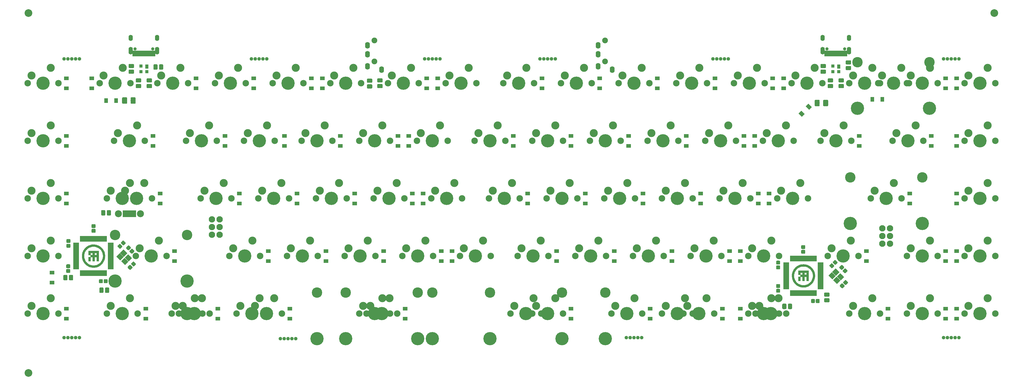
<source format=gbs>
G04 #@! TF.GenerationSoftware,KiCad,Pcbnew,(5.0.0)*
G04 #@! TF.CreationDate,2020-01-09T12:02:49-05:00*
G04 #@! TF.ProjectId,split_65,73706C69745F36352E6B696361645F70,1.0*
G04 #@! TF.SameCoordinates,Original*
G04 #@! TF.FileFunction,Soldermask,Bot*
G04 #@! TF.FilePolarity,Negative*
%FSLAX46Y46*%
G04 Gerber Fmt 4.6, Leading zero omitted, Abs format (unit mm)*
G04 Created by KiCad (PCBNEW (5.0.0)) date 01/09/20 12:02:49*
%MOMM*%
%LPD*%
G01*
G04 APERTURE LIST*
%ADD10C,0.010000*%
%ADD11C,2.650000*%
%ADD12C,4.387800*%
%ADD13C,2.150000*%
%ADD14C,0.100000*%
%ADD15C,1.275000*%
%ADD16C,2.100000*%
%ADD17R,1.000000X1.850000*%
%ADD18R,0.700000X1.850000*%
%ADD19C,1.050000*%
%ADD20O,1.400000X2.500000*%
%ADD21O,1.400000X2.000000*%
%ADD22O,1.600000X2.200000*%
%ADD23C,1.900000*%
%ADD24R,1.600000X1.300000*%
%ADD25R,1.300000X1.600000*%
%ADD26C,1.300000*%
%ADD27C,1.650000*%
%ADD28C,2.540000*%
%ADD29C,1.187400*%
%ADD30C,1.375000*%
%ADD31R,0.950000X1.900000*%
%ADD32R,1.900000X0.950000*%
%ADD33R,1.100000X1.400000*%
%ADD34R,1.100000X1.000000*%
%ADD35C,1.600000*%
%ADD36C,3.448000*%
%ADD37C,2.305000*%
%ADD38R,2.305000X2.305000*%
G04 APERTURE END LIST*
D10*
G04 #@! TO.C,G\002A\002A\002A*
G36*
X43547220Y-120759720D02*
X44228085Y-120759720D01*
X44225473Y-120081540D01*
X44222860Y-119403360D01*
X43547220Y-119398006D01*
X43547220Y-120759720D01*
X43547220Y-120759720D01*
G37*
X43547220Y-120759720D02*
X44228085Y-120759720D01*
X44225473Y-120081540D01*
X44222860Y-119403360D01*
X43547220Y-119398006D01*
X43547220Y-120759720D01*
G36*
X43547220Y-118717560D02*
X44227940Y-118717560D01*
X44227940Y-118036840D01*
X44568436Y-118036840D01*
X44908931Y-118036839D01*
X44906256Y-118379740D01*
X44903580Y-118722640D01*
X44565760Y-118725316D01*
X44227940Y-118727993D01*
X44227940Y-119398280D01*
X44908660Y-119398280D01*
X44908660Y-120759720D01*
X45579076Y-120759720D01*
X45584300Y-119403360D01*
X45927200Y-119400684D01*
X46270100Y-119398009D01*
X46270100Y-120759720D01*
X46940660Y-120759720D01*
X46940660Y-118375371D01*
X46270100Y-118375371D01*
X46269900Y-118456414D01*
X46269333Y-118530918D01*
X46268445Y-118596462D01*
X46267287Y-118650626D01*
X46265905Y-118690990D01*
X46264350Y-118715135D01*
X46263192Y-118721081D01*
X46251729Y-118722658D01*
X46222377Y-118723949D01*
X46177567Y-118724924D01*
X46119730Y-118725554D01*
X46051296Y-118725808D01*
X45974695Y-118725656D01*
X45920292Y-118725314D01*
X45584300Y-118722640D01*
X45584300Y-118041920D01*
X45927200Y-118039244D01*
X46270100Y-118036569D01*
X46270100Y-118375371D01*
X46940660Y-118375371D01*
X46940660Y-117366280D01*
X43547220Y-117366280D01*
X43547220Y-118717560D01*
X43547220Y-118717560D01*
G37*
X43547220Y-118717560D02*
X44227940Y-118717560D01*
X44227940Y-118036840D01*
X44568436Y-118036840D01*
X44908931Y-118036839D01*
X44906256Y-118379740D01*
X44903580Y-118722640D01*
X44565760Y-118725316D01*
X44227940Y-118727993D01*
X44227940Y-119398280D01*
X44908660Y-119398280D01*
X44908660Y-120759720D01*
X45579076Y-120759720D01*
X45584300Y-119403360D01*
X45927200Y-119400684D01*
X46270100Y-119398009D01*
X46270100Y-120759720D01*
X46940660Y-120759720D01*
X46940660Y-118375371D01*
X46270100Y-118375371D01*
X46269900Y-118456414D01*
X46269333Y-118530918D01*
X46268445Y-118596462D01*
X46267287Y-118650626D01*
X46265905Y-118690990D01*
X46264350Y-118715135D01*
X46263192Y-118721081D01*
X46251729Y-118722658D01*
X46222377Y-118723949D01*
X46177567Y-118724924D01*
X46119730Y-118725554D01*
X46051296Y-118725808D01*
X45974695Y-118725656D01*
X45920292Y-118725314D01*
X45584300Y-118722640D01*
X45584300Y-118041920D01*
X45927200Y-118039244D01*
X46270100Y-118036569D01*
X46270100Y-118375371D01*
X46940660Y-118375371D01*
X46940660Y-117366280D01*
X43547220Y-117366280D01*
X43547220Y-118717560D01*
G36*
X45021868Y-115264189D02*
X44741659Y-115290606D01*
X44462162Y-115337253D01*
X44446380Y-115340498D01*
X44188724Y-115404256D01*
X43934846Y-115487424D01*
X43686278Y-115589214D01*
X43444555Y-115708839D01*
X43211209Y-115845513D01*
X42987774Y-115998449D01*
X42775784Y-116166861D01*
X42692120Y-116240574D01*
X42563596Y-116361716D01*
X42448111Y-116480560D01*
X42340166Y-116603124D01*
X42234260Y-116735429D01*
X42206565Y-116771920D01*
X42046513Y-117001117D01*
X41905261Y-117237839D01*
X41782592Y-117482571D01*
X41678288Y-117735797D01*
X41592131Y-117998001D01*
X41523902Y-118269669D01*
X41516001Y-118307349D01*
X41471017Y-118576043D01*
X41445508Y-118846734D01*
X41439463Y-119117760D01*
X41452873Y-119387460D01*
X41485726Y-119654174D01*
X41525450Y-119861805D01*
X41546665Y-119952136D01*
X41571192Y-120048222D01*
X41597323Y-120143842D01*
X41623352Y-120232774D01*
X41647569Y-120308799D01*
X41650615Y-120317760D01*
X41675178Y-120384831D01*
X41706187Y-120462542D01*
X41741778Y-120546783D01*
X41780090Y-120633446D01*
X41819256Y-120718423D01*
X41857416Y-120797603D01*
X41892703Y-120866880D01*
X41923256Y-120922144D01*
X41929417Y-120932440D01*
X41956333Y-120976496D01*
X41988451Y-121028976D01*
X42020330Y-121080995D01*
X42032041Y-121100080D01*
X42055811Y-121136897D01*
X42088995Y-121185646D01*
X42128644Y-121242134D01*
X42171808Y-121302165D01*
X42215540Y-121361545D01*
X42220798Y-121368577D01*
X42333746Y-121509934D01*
X42461235Y-121652896D01*
X42598503Y-121792705D01*
X42740795Y-121924601D01*
X42883349Y-122043826D01*
X42938363Y-122086142D01*
X42997374Y-122129740D01*
X43057551Y-122173133D01*
X43114699Y-122213371D01*
X43164623Y-122247506D01*
X43203129Y-122272590D01*
X43206860Y-122274899D01*
X43256129Y-122305114D01*
X43309495Y-122337791D01*
X43358070Y-122367492D01*
X43374500Y-122377523D01*
X43417243Y-122401779D01*
X43474875Y-122431823D01*
X43543467Y-122465778D01*
X43619092Y-122501766D01*
X43697821Y-122537908D01*
X43775724Y-122572326D01*
X43831700Y-122596067D01*
X44017203Y-122665496D01*
X44217099Y-122726300D01*
X44426958Y-122777509D01*
X44642348Y-122818149D01*
X44858839Y-122847249D01*
X45045820Y-122862487D01*
X45115316Y-122866258D01*
X45170478Y-122868889D01*
X45216511Y-122870376D01*
X45258619Y-122870713D01*
X45302005Y-122869897D01*
X45351874Y-122867921D01*
X45413429Y-122864781D01*
X45462380Y-122862103D01*
X45710393Y-122840123D01*
X45955073Y-122801472D01*
X46198534Y-122745613D01*
X46442887Y-122672004D01*
X46690245Y-122580109D01*
X46869540Y-122503154D01*
X46995092Y-122441740D01*
X47129145Y-122367829D01*
X47267057Y-122284422D01*
X47404186Y-122194521D01*
X47535890Y-122101126D01*
X47657526Y-122007238D01*
X47728060Y-121948177D01*
X47927995Y-121761597D01*
X48113849Y-121561787D01*
X48284885Y-121349987D01*
X48440367Y-121127442D01*
X48579558Y-120895393D01*
X48701721Y-120655082D01*
X48806118Y-120407752D01*
X48892014Y-120154645D01*
X48958670Y-119897004D01*
X48966442Y-119860560D01*
X49014235Y-119581121D01*
X49041796Y-119300937D01*
X49047625Y-119078160D01*
X48371637Y-119078160D01*
X48367105Y-119239576D01*
X48356474Y-119397864D01*
X48339811Y-119547418D01*
X48336467Y-119571000D01*
X48297429Y-119775477D01*
X48240353Y-119983207D01*
X48166541Y-120191217D01*
X48077298Y-120396533D01*
X47973927Y-120596183D01*
X47857732Y-120787192D01*
X47730016Y-120966589D01*
X47717361Y-120982882D01*
X47553492Y-121175881D01*
X47375475Y-121354566D01*
X47184231Y-121518253D01*
X46980682Y-121666259D01*
X46765752Y-121797897D01*
X46540361Y-121912486D01*
X46363246Y-121987511D01*
X46228737Y-122035037D01*
X46081853Y-122078558D01*
X45929579Y-122116372D01*
X45778901Y-122146776D01*
X45636805Y-122168068D01*
X45609700Y-122171118D01*
X45561821Y-122176189D01*
X45518477Y-122180816D01*
X45485576Y-122184367D01*
X45472540Y-122185803D01*
X45438038Y-122188205D01*
X45387660Y-122189783D01*
X45325833Y-122190571D01*
X45256983Y-122190605D01*
X45185538Y-122189917D01*
X45115923Y-122188543D01*
X45052566Y-122186517D01*
X44999892Y-122183873D01*
X44974700Y-122181952D01*
X44723161Y-122148687D01*
X44475241Y-122095859D01*
X44232534Y-122023948D01*
X43996631Y-121933433D01*
X43769122Y-121824794D01*
X43741791Y-121810200D01*
X43664395Y-121765671D01*
X43577217Y-121710940D01*
X43485435Y-121649558D01*
X43394229Y-121585073D01*
X43308775Y-121521037D01*
X43242420Y-121467853D01*
X43054646Y-121298257D01*
X42882632Y-121116134D01*
X42726787Y-120922266D01*
X42587516Y-120717434D01*
X42465226Y-120502421D01*
X42360323Y-120278008D01*
X42273216Y-120044977D01*
X42204308Y-119804111D01*
X42154009Y-119556192D01*
X42124015Y-119316945D01*
X42119330Y-119241703D01*
X42116977Y-119152408D01*
X42116833Y-119054427D01*
X42118772Y-118953128D01*
X42122672Y-118853878D01*
X42128410Y-118762045D01*
X42135860Y-118682996D01*
X42139230Y-118656600D01*
X42170285Y-118472267D01*
X42211058Y-118289650D01*
X42260070Y-118114607D01*
X42315839Y-117952994D01*
X42319429Y-117943694D01*
X42418788Y-117715026D01*
X42535000Y-117496053D01*
X42667137Y-117287718D01*
X42814273Y-117090964D01*
X42975479Y-116906733D01*
X43149829Y-116735969D01*
X43336395Y-116579615D01*
X43534251Y-116438613D01*
X43742468Y-116313906D01*
X43960119Y-116206437D01*
X44075540Y-116158141D01*
X44224113Y-116102021D01*
X44361103Y-116055725D01*
X44490755Y-116018465D01*
X44617316Y-115989448D01*
X44745030Y-115967886D01*
X44878143Y-115952987D01*
X45020901Y-115943962D01*
X45177548Y-115940020D01*
X45249020Y-115939691D01*
X45362192Y-115940333D01*
X45459301Y-115942392D01*
X45544579Y-115946234D01*
X45622257Y-115952228D01*
X45696566Y-115960741D01*
X45771738Y-115972143D01*
X45852002Y-115986801D01*
X45899260Y-115996263D01*
X46004165Y-116021066D01*
X46120827Y-116054330D01*
X46243571Y-116094078D01*
X46366721Y-116138330D01*
X46484602Y-116185107D01*
X46591538Y-116232430D01*
X46629595Y-116250880D01*
X46803825Y-116345488D01*
X46976385Y-116453819D01*
X47143449Y-116572995D01*
X47301193Y-116700137D01*
X47445791Y-116832367D01*
X47558536Y-116949991D01*
X47723171Y-117148509D01*
X47870103Y-117355933D01*
X47999001Y-117571559D01*
X48109537Y-117794687D01*
X48201380Y-118024615D01*
X48274202Y-118260641D01*
X48327672Y-118502062D01*
X48347949Y-118631200D01*
X48362127Y-118768366D01*
X48370000Y-118919222D01*
X48371637Y-119078160D01*
X49047625Y-119078160D01*
X49049132Y-119020596D01*
X49036250Y-118740691D01*
X49003158Y-118461811D01*
X48949862Y-118184548D01*
X48946243Y-118168920D01*
X48884745Y-117943283D01*
X48805495Y-117714785D01*
X48709999Y-117487046D01*
X48599765Y-117263686D01*
X48487630Y-117066824D01*
X48360501Y-116874283D01*
X48215690Y-116684270D01*
X48055836Y-116499601D01*
X47883574Y-116323092D01*
X47701542Y-116157558D01*
X47512377Y-116005815D01*
X47453476Y-115962572D01*
X47242864Y-115822375D01*
X47020404Y-115695255D01*
X46789306Y-115582681D01*
X46552781Y-115486122D01*
X46314039Y-115407048D01*
X46138020Y-115360697D01*
X45860866Y-115306259D01*
X45582062Y-115272023D01*
X45302199Y-115257998D01*
X45021868Y-115264189D01*
X45021868Y-115264189D01*
G37*
X45021868Y-115264189D02*
X44741659Y-115290606D01*
X44462162Y-115337253D01*
X44446380Y-115340498D01*
X44188724Y-115404256D01*
X43934846Y-115487424D01*
X43686278Y-115589214D01*
X43444555Y-115708839D01*
X43211209Y-115845513D01*
X42987774Y-115998449D01*
X42775784Y-116166861D01*
X42692120Y-116240574D01*
X42563596Y-116361716D01*
X42448111Y-116480560D01*
X42340166Y-116603124D01*
X42234260Y-116735429D01*
X42206565Y-116771920D01*
X42046513Y-117001117D01*
X41905261Y-117237839D01*
X41782592Y-117482571D01*
X41678288Y-117735797D01*
X41592131Y-117998001D01*
X41523902Y-118269669D01*
X41516001Y-118307349D01*
X41471017Y-118576043D01*
X41445508Y-118846734D01*
X41439463Y-119117760D01*
X41452873Y-119387460D01*
X41485726Y-119654174D01*
X41525450Y-119861805D01*
X41546665Y-119952136D01*
X41571192Y-120048222D01*
X41597323Y-120143842D01*
X41623352Y-120232774D01*
X41647569Y-120308799D01*
X41650615Y-120317760D01*
X41675178Y-120384831D01*
X41706187Y-120462542D01*
X41741778Y-120546783D01*
X41780090Y-120633446D01*
X41819256Y-120718423D01*
X41857416Y-120797603D01*
X41892703Y-120866880D01*
X41923256Y-120922144D01*
X41929417Y-120932440D01*
X41956333Y-120976496D01*
X41988451Y-121028976D01*
X42020330Y-121080995D01*
X42032041Y-121100080D01*
X42055811Y-121136897D01*
X42088995Y-121185646D01*
X42128644Y-121242134D01*
X42171808Y-121302165D01*
X42215540Y-121361545D01*
X42220798Y-121368577D01*
X42333746Y-121509934D01*
X42461235Y-121652896D01*
X42598503Y-121792705D01*
X42740795Y-121924601D01*
X42883349Y-122043826D01*
X42938363Y-122086142D01*
X42997374Y-122129740D01*
X43057551Y-122173133D01*
X43114699Y-122213371D01*
X43164623Y-122247506D01*
X43203129Y-122272590D01*
X43206860Y-122274899D01*
X43256129Y-122305114D01*
X43309495Y-122337791D01*
X43358070Y-122367492D01*
X43374500Y-122377523D01*
X43417243Y-122401779D01*
X43474875Y-122431823D01*
X43543467Y-122465778D01*
X43619092Y-122501766D01*
X43697821Y-122537908D01*
X43775724Y-122572326D01*
X43831700Y-122596067D01*
X44017203Y-122665496D01*
X44217099Y-122726300D01*
X44426958Y-122777509D01*
X44642348Y-122818149D01*
X44858839Y-122847249D01*
X45045820Y-122862487D01*
X45115316Y-122866258D01*
X45170478Y-122868889D01*
X45216511Y-122870376D01*
X45258619Y-122870713D01*
X45302005Y-122869897D01*
X45351874Y-122867921D01*
X45413429Y-122864781D01*
X45462380Y-122862103D01*
X45710393Y-122840123D01*
X45955073Y-122801472D01*
X46198534Y-122745613D01*
X46442887Y-122672004D01*
X46690245Y-122580109D01*
X46869540Y-122503154D01*
X46995092Y-122441740D01*
X47129145Y-122367829D01*
X47267057Y-122284422D01*
X47404186Y-122194521D01*
X47535890Y-122101126D01*
X47657526Y-122007238D01*
X47728060Y-121948177D01*
X47927995Y-121761597D01*
X48113849Y-121561787D01*
X48284885Y-121349987D01*
X48440367Y-121127442D01*
X48579558Y-120895393D01*
X48701721Y-120655082D01*
X48806118Y-120407752D01*
X48892014Y-120154645D01*
X48958670Y-119897004D01*
X48966442Y-119860560D01*
X49014235Y-119581121D01*
X49041796Y-119300937D01*
X49047625Y-119078160D01*
X48371637Y-119078160D01*
X48367105Y-119239576D01*
X48356474Y-119397864D01*
X48339811Y-119547418D01*
X48336467Y-119571000D01*
X48297429Y-119775477D01*
X48240353Y-119983207D01*
X48166541Y-120191217D01*
X48077298Y-120396533D01*
X47973927Y-120596183D01*
X47857732Y-120787192D01*
X47730016Y-120966589D01*
X47717361Y-120982882D01*
X47553492Y-121175881D01*
X47375475Y-121354566D01*
X47184231Y-121518253D01*
X46980682Y-121666259D01*
X46765752Y-121797897D01*
X46540361Y-121912486D01*
X46363246Y-121987511D01*
X46228737Y-122035037D01*
X46081853Y-122078558D01*
X45929579Y-122116372D01*
X45778901Y-122146776D01*
X45636805Y-122168068D01*
X45609700Y-122171118D01*
X45561821Y-122176189D01*
X45518477Y-122180816D01*
X45485576Y-122184367D01*
X45472540Y-122185803D01*
X45438038Y-122188205D01*
X45387660Y-122189783D01*
X45325833Y-122190571D01*
X45256983Y-122190605D01*
X45185538Y-122189917D01*
X45115923Y-122188543D01*
X45052566Y-122186517D01*
X44999892Y-122183873D01*
X44974700Y-122181952D01*
X44723161Y-122148687D01*
X44475241Y-122095859D01*
X44232534Y-122023948D01*
X43996631Y-121933433D01*
X43769122Y-121824794D01*
X43741791Y-121810200D01*
X43664395Y-121765671D01*
X43577217Y-121710940D01*
X43485435Y-121649558D01*
X43394229Y-121585073D01*
X43308775Y-121521037D01*
X43242420Y-121467853D01*
X43054646Y-121298257D01*
X42882632Y-121116134D01*
X42726787Y-120922266D01*
X42587516Y-120717434D01*
X42465226Y-120502421D01*
X42360323Y-120278008D01*
X42273216Y-120044977D01*
X42204308Y-119804111D01*
X42154009Y-119556192D01*
X42124015Y-119316945D01*
X42119330Y-119241703D01*
X42116977Y-119152408D01*
X42116833Y-119054427D01*
X42118772Y-118953128D01*
X42122672Y-118853878D01*
X42128410Y-118762045D01*
X42135860Y-118682996D01*
X42139230Y-118656600D01*
X42170285Y-118472267D01*
X42211058Y-118289650D01*
X42260070Y-118114607D01*
X42315839Y-117952994D01*
X42319429Y-117943694D01*
X42418788Y-117715026D01*
X42535000Y-117496053D01*
X42667137Y-117287718D01*
X42814273Y-117090964D01*
X42975479Y-116906733D01*
X43149829Y-116735969D01*
X43336395Y-116579615D01*
X43534251Y-116438613D01*
X43742468Y-116313906D01*
X43960119Y-116206437D01*
X44075540Y-116158141D01*
X44224113Y-116102021D01*
X44361103Y-116055725D01*
X44490755Y-116018465D01*
X44617316Y-115989448D01*
X44745030Y-115967886D01*
X44878143Y-115952987D01*
X45020901Y-115943962D01*
X45177548Y-115940020D01*
X45249020Y-115939691D01*
X45362192Y-115940333D01*
X45459301Y-115942392D01*
X45544579Y-115946234D01*
X45622257Y-115952228D01*
X45696566Y-115960741D01*
X45771738Y-115972143D01*
X45852002Y-115986801D01*
X45899260Y-115996263D01*
X46004165Y-116021066D01*
X46120827Y-116054330D01*
X46243571Y-116094078D01*
X46366721Y-116138330D01*
X46484602Y-116185107D01*
X46591538Y-116232430D01*
X46629595Y-116250880D01*
X46803825Y-116345488D01*
X46976385Y-116453819D01*
X47143449Y-116572995D01*
X47301193Y-116700137D01*
X47445791Y-116832367D01*
X47558536Y-116949991D01*
X47723171Y-117148509D01*
X47870103Y-117355933D01*
X47999001Y-117571559D01*
X48109537Y-117794687D01*
X48201380Y-118024615D01*
X48274202Y-118260641D01*
X48327672Y-118502062D01*
X48347949Y-118631200D01*
X48362127Y-118768366D01*
X48370000Y-118919222D01*
X48371637Y-119078160D01*
X49047625Y-119078160D01*
X49049132Y-119020596D01*
X49036250Y-118740691D01*
X49003158Y-118461811D01*
X48949862Y-118184548D01*
X48946243Y-118168920D01*
X48884745Y-117943283D01*
X48805495Y-117714785D01*
X48709999Y-117487046D01*
X48599765Y-117263686D01*
X48487630Y-117066824D01*
X48360501Y-116874283D01*
X48215690Y-116684270D01*
X48055836Y-116499601D01*
X47883574Y-116323092D01*
X47701542Y-116157558D01*
X47512377Y-116005815D01*
X47453476Y-115962572D01*
X47242864Y-115822375D01*
X47020404Y-115695255D01*
X46789306Y-115582681D01*
X46552781Y-115486122D01*
X46314039Y-115407048D01*
X46138020Y-115360697D01*
X45860866Y-115306259D01*
X45582062Y-115272023D01*
X45302199Y-115257998D01*
X45021868Y-115264189D01*
G36*
X278101330Y-127308185D02*
X278782195Y-127308185D01*
X278779583Y-126630005D01*
X278776970Y-125951825D01*
X278101330Y-125946471D01*
X278101330Y-127308185D01*
X278101330Y-127308185D01*
G37*
X278101330Y-127308185D02*
X278782195Y-127308185D01*
X278779583Y-126630005D01*
X278776970Y-125951825D01*
X278101330Y-125946471D01*
X278101330Y-127308185D01*
G36*
X278101330Y-125266025D02*
X278782050Y-125266025D01*
X278782050Y-124585305D01*
X279122546Y-124585305D01*
X279463041Y-124585304D01*
X279460366Y-124928205D01*
X279457690Y-125271105D01*
X279119870Y-125273781D01*
X278782050Y-125276458D01*
X278782050Y-125946745D01*
X279462770Y-125946745D01*
X279462770Y-127308185D01*
X280133186Y-127308185D01*
X280138410Y-125951825D01*
X280481310Y-125949149D01*
X280824210Y-125946474D01*
X280824210Y-127308185D01*
X281494770Y-127308185D01*
X281494770Y-124923836D01*
X280824210Y-124923836D01*
X280824010Y-125004879D01*
X280823443Y-125079383D01*
X280822555Y-125144927D01*
X280821397Y-125199091D01*
X280820015Y-125239455D01*
X280818460Y-125263600D01*
X280817302Y-125269546D01*
X280805839Y-125271123D01*
X280776487Y-125272414D01*
X280731677Y-125273389D01*
X280673840Y-125274019D01*
X280605406Y-125274273D01*
X280528805Y-125274121D01*
X280474402Y-125273779D01*
X280138410Y-125271105D01*
X280138410Y-124590385D01*
X280481310Y-124587709D01*
X280824210Y-124585034D01*
X280824210Y-124923836D01*
X281494770Y-124923836D01*
X281494770Y-123914745D01*
X278101330Y-123914745D01*
X278101330Y-125266025D01*
X278101330Y-125266025D01*
G37*
X278101330Y-125266025D02*
X278782050Y-125266025D01*
X278782050Y-124585305D01*
X279122546Y-124585305D01*
X279463041Y-124585304D01*
X279460366Y-124928205D01*
X279457690Y-125271105D01*
X279119870Y-125273781D01*
X278782050Y-125276458D01*
X278782050Y-125946745D01*
X279462770Y-125946745D01*
X279462770Y-127308185D01*
X280133186Y-127308185D01*
X280138410Y-125951825D01*
X280481310Y-125949149D01*
X280824210Y-125946474D01*
X280824210Y-127308185D01*
X281494770Y-127308185D01*
X281494770Y-124923836D01*
X280824210Y-124923836D01*
X280824010Y-125004879D01*
X280823443Y-125079383D01*
X280822555Y-125144927D01*
X280821397Y-125199091D01*
X280820015Y-125239455D01*
X280818460Y-125263600D01*
X280817302Y-125269546D01*
X280805839Y-125271123D01*
X280776487Y-125272414D01*
X280731677Y-125273389D01*
X280673840Y-125274019D01*
X280605406Y-125274273D01*
X280528805Y-125274121D01*
X280474402Y-125273779D01*
X280138410Y-125271105D01*
X280138410Y-124590385D01*
X280481310Y-124587709D01*
X280824210Y-124585034D01*
X280824210Y-124923836D01*
X281494770Y-124923836D01*
X281494770Y-123914745D01*
X278101330Y-123914745D01*
X278101330Y-125266025D01*
G36*
X279575978Y-121812654D02*
X279295769Y-121839071D01*
X279016272Y-121885718D01*
X279000490Y-121888963D01*
X278742834Y-121952721D01*
X278488956Y-122035889D01*
X278240388Y-122137679D01*
X277998665Y-122257304D01*
X277765319Y-122393978D01*
X277541884Y-122546914D01*
X277329894Y-122715326D01*
X277246230Y-122789039D01*
X277117706Y-122910181D01*
X277002221Y-123029025D01*
X276894276Y-123151589D01*
X276788370Y-123283894D01*
X276760675Y-123320385D01*
X276600623Y-123549582D01*
X276459371Y-123786304D01*
X276336702Y-124031036D01*
X276232398Y-124284262D01*
X276146241Y-124546466D01*
X276078012Y-124818134D01*
X276070111Y-124855814D01*
X276025127Y-125124508D01*
X275999618Y-125395199D01*
X275993573Y-125666225D01*
X276006983Y-125935925D01*
X276039836Y-126202639D01*
X276079560Y-126410270D01*
X276100775Y-126500601D01*
X276125302Y-126596687D01*
X276151433Y-126692307D01*
X276177462Y-126781239D01*
X276201679Y-126857264D01*
X276204725Y-126866225D01*
X276229288Y-126933296D01*
X276260297Y-127011007D01*
X276295888Y-127095248D01*
X276334200Y-127181911D01*
X276373366Y-127266888D01*
X276411526Y-127346068D01*
X276446813Y-127415345D01*
X276477366Y-127470609D01*
X276483527Y-127480905D01*
X276510443Y-127524961D01*
X276542561Y-127577441D01*
X276574440Y-127629460D01*
X276586151Y-127648545D01*
X276609921Y-127685362D01*
X276643105Y-127734111D01*
X276682754Y-127790599D01*
X276725918Y-127850630D01*
X276769650Y-127910010D01*
X276774908Y-127917042D01*
X276887856Y-128058399D01*
X277015345Y-128201361D01*
X277152613Y-128341170D01*
X277294905Y-128473066D01*
X277437459Y-128592291D01*
X277492473Y-128634607D01*
X277551484Y-128678205D01*
X277611661Y-128721598D01*
X277668809Y-128761836D01*
X277718733Y-128795971D01*
X277757239Y-128821055D01*
X277760970Y-128823364D01*
X277810239Y-128853579D01*
X277863605Y-128886256D01*
X277912180Y-128915957D01*
X277928610Y-128925988D01*
X277971353Y-128950244D01*
X278028985Y-128980288D01*
X278097577Y-129014243D01*
X278173202Y-129050231D01*
X278251931Y-129086373D01*
X278329834Y-129120791D01*
X278385810Y-129144532D01*
X278571313Y-129213961D01*
X278771209Y-129274765D01*
X278981068Y-129325974D01*
X279196458Y-129366614D01*
X279412949Y-129395714D01*
X279599930Y-129410952D01*
X279669426Y-129414723D01*
X279724588Y-129417354D01*
X279770621Y-129418841D01*
X279812729Y-129419178D01*
X279856115Y-129418362D01*
X279905984Y-129416386D01*
X279967539Y-129413246D01*
X280016490Y-129410568D01*
X280264503Y-129388588D01*
X280509183Y-129349937D01*
X280752644Y-129294078D01*
X280996997Y-129220469D01*
X281244355Y-129128574D01*
X281423650Y-129051619D01*
X281549202Y-128990205D01*
X281683255Y-128916294D01*
X281821167Y-128832887D01*
X281958296Y-128742986D01*
X282090000Y-128649591D01*
X282211636Y-128555703D01*
X282282170Y-128496642D01*
X282482105Y-128310062D01*
X282667959Y-128110252D01*
X282838995Y-127898452D01*
X282994477Y-127675907D01*
X283133668Y-127443858D01*
X283255831Y-127203547D01*
X283360228Y-126956217D01*
X283446124Y-126703110D01*
X283512780Y-126445469D01*
X283520552Y-126409025D01*
X283568345Y-126129586D01*
X283595906Y-125849402D01*
X283601735Y-125626625D01*
X282925747Y-125626625D01*
X282921215Y-125788041D01*
X282910584Y-125946329D01*
X282893921Y-126095883D01*
X282890577Y-126119465D01*
X282851539Y-126323942D01*
X282794463Y-126531672D01*
X282720651Y-126739682D01*
X282631408Y-126944998D01*
X282528037Y-127144648D01*
X282411842Y-127335657D01*
X282284126Y-127515054D01*
X282271471Y-127531347D01*
X282107602Y-127724346D01*
X281929585Y-127903031D01*
X281738341Y-128066718D01*
X281534792Y-128214724D01*
X281319862Y-128346362D01*
X281094471Y-128460951D01*
X280917356Y-128535976D01*
X280782847Y-128583502D01*
X280635963Y-128627023D01*
X280483689Y-128664837D01*
X280333011Y-128695241D01*
X280190915Y-128716533D01*
X280163810Y-128719583D01*
X280115931Y-128724654D01*
X280072587Y-128729281D01*
X280039686Y-128732832D01*
X280026650Y-128734268D01*
X279992148Y-128736670D01*
X279941770Y-128738248D01*
X279879943Y-128739036D01*
X279811093Y-128739070D01*
X279739648Y-128738382D01*
X279670033Y-128737008D01*
X279606676Y-128734982D01*
X279554002Y-128732338D01*
X279528810Y-128730417D01*
X279277271Y-128697152D01*
X279029351Y-128644324D01*
X278786644Y-128572413D01*
X278550741Y-128481898D01*
X278323232Y-128373259D01*
X278295901Y-128358665D01*
X278218505Y-128314136D01*
X278131327Y-128259405D01*
X278039545Y-128198023D01*
X277948339Y-128133538D01*
X277862885Y-128069502D01*
X277796530Y-128016318D01*
X277608756Y-127846722D01*
X277436742Y-127664599D01*
X277280897Y-127470731D01*
X277141626Y-127265899D01*
X277019336Y-127050886D01*
X276914433Y-126826473D01*
X276827326Y-126593442D01*
X276758418Y-126352576D01*
X276708119Y-126104657D01*
X276678125Y-125865410D01*
X276673440Y-125790168D01*
X276671087Y-125700873D01*
X276670943Y-125602892D01*
X276672882Y-125501593D01*
X276676782Y-125402343D01*
X276682520Y-125310510D01*
X276689970Y-125231461D01*
X276693340Y-125205065D01*
X276724395Y-125020732D01*
X276765168Y-124838115D01*
X276814180Y-124663072D01*
X276869949Y-124501459D01*
X276873539Y-124492159D01*
X276972898Y-124263491D01*
X277089110Y-124044518D01*
X277221247Y-123836183D01*
X277368383Y-123639429D01*
X277529589Y-123455198D01*
X277703939Y-123284434D01*
X277890505Y-123128080D01*
X278088361Y-122987078D01*
X278296578Y-122862371D01*
X278514229Y-122754902D01*
X278629650Y-122706606D01*
X278778223Y-122650486D01*
X278915213Y-122604190D01*
X279044865Y-122566930D01*
X279171426Y-122537913D01*
X279299140Y-122516351D01*
X279432253Y-122501452D01*
X279575011Y-122492427D01*
X279731658Y-122488485D01*
X279803130Y-122488156D01*
X279916302Y-122488798D01*
X280013411Y-122490857D01*
X280098689Y-122494699D01*
X280176367Y-122500693D01*
X280250676Y-122509206D01*
X280325848Y-122520608D01*
X280406112Y-122535266D01*
X280453370Y-122544728D01*
X280558275Y-122569531D01*
X280674937Y-122602795D01*
X280797681Y-122642543D01*
X280920831Y-122686795D01*
X281038712Y-122733572D01*
X281145648Y-122780895D01*
X281183705Y-122799345D01*
X281357935Y-122893953D01*
X281530495Y-123002284D01*
X281697559Y-123121460D01*
X281855303Y-123248602D01*
X281999901Y-123380832D01*
X282112646Y-123498456D01*
X282277281Y-123696974D01*
X282424213Y-123904398D01*
X282553111Y-124120024D01*
X282663647Y-124343152D01*
X282755490Y-124573080D01*
X282828312Y-124809106D01*
X282881782Y-125050527D01*
X282902059Y-125179665D01*
X282916237Y-125316831D01*
X282924110Y-125467687D01*
X282925747Y-125626625D01*
X283601735Y-125626625D01*
X283603242Y-125569061D01*
X283590360Y-125289156D01*
X283557268Y-125010276D01*
X283503972Y-124733013D01*
X283500353Y-124717385D01*
X283438855Y-124491748D01*
X283359605Y-124263250D01*
X283264109Y-124035511D01*
X283153875Y-123812151D01*
X283041740Y-123615289D01*
X282914611Y-123422748D01*
X282769800Y-123232735D01*
X282609946Y-123048066D01*
X282437684Y-122871557D01*
X282255652Y-122706023D01*
X282066487Y-122554280D01*
X282007586Y-122511037D01*
X281796974Y-122370840D01*
X281574514Y-122243720D01*
X281343416Y-122131146D01*
X281106891Y-122034587D01*
X280868149Y-121955513D01*
X280692130Y-121909162D01*
X280414976Y-121854724D01*
X280136172Y-121820488D01*
X279856309Y-121806463D01*
X279575978Y-121812654D01*
X279575978Y-121812654D01*
G37*
X279575978Y-121812654D02*
X279295769Y-121839071D01*
X279016272Y-121885718D01*
X279000490Y-121888963D01*
X278742834Y-121952721D01*
X278488956Y-122035889D01*
X278240388Y-122137679D01*
X277998665Y-122257304D01*
X277765319Y-122393978D01*
X277541884Y-122546914D01*
X277329894Y-122715326D01*
X277246230Y-122789039D01*
X277117706Y-122910181D01*
X277002221Y-123029025D01*
X276894276Y-123151589D01*
X276788370Y-123283894D01*
X276760675Y-123320385D01*
X276600623Y-123549582D01*
X276459371Y-123786304D01*
X276336702Y-124031036D01*
X276232398Y-124284262D01*
X276146241Y-124546466D01*
X276078012Y-124818134D01*
X276070111Y-124855814D01*
X276025127Y-125124508D01*
X275999618Y-125395199D01*
X275993573Y-125666225D01*
X276006983Y-125935925D01*
X276039836Y-126202639D01*
X276079560Y-126410270D01*
X276100775Y-126500601D01*
X276125302Y-126596687D01*
X276151433Y-126692307D01*
X276177462Y-126781239D01*
X276201679Y-126857264D01*
X276204725Y-126866225D01*
X276229288Y-126933296D01*
X276260297Y-127011007D01*
X276295888Y-127095248D01*
X276334200Y-127181911D01*
X276373366Y-127266888D01*
X276411526Y-127346068D01*
X276446813Y-127415345D01*
X276477366Y-127470609D01*
X276483527Y-127480905D01*
X276510443Y-127524961D01*
X276542561Y-127577441D01*
X276574440Y-127629460D01*
X276586151Y-127648545D01*
X276609921Y-127685362D01*
X276643105Y-127734111D01*
X276682754Y-127790599D01*
X276725918Y-127850630D01*
X276769650Y-127910010D01*
X276774908Y-127917042D01*
X276887856Y-128058399D01*
X277015345Y-128201361D01*
X277152613Y-128341170D01*
X277294905Y-128473066D01*
X277437459Y-128592291D01*
X277492473Y-128634607D01*
X277551484Y-128678205D01*
X277611661Y-128721598D01*
X277668809Y-128761836D01*
X277718733Y-128795971D01*
X277757239Y-128821055D01*
X277760970Y-128823364D01*
X277810239Y-128853579D01*
X277863605Y-128886256D01*
X277912180Y-128915957D01*
X277928610Y-128925988D01*
X277971353Y-128950244D01*
X278028985Y-128980288D01*
X278097577Y-129014243D01*
X278173202Y-129050231D01*
X278251931Y-129086373D01*
X278329834Y-129120791D01*
X278385810Y-129144532D01*
X278571313Y-129213961D01*
X278771209Y-129274765D01*
X278981068Y-129325974D01*
X279196458Y-129366614D01*
X279412949Y-129395714D01*
X279599930Y-129410952D01*
X279669426Y-129414723D01*
X279724588Y-129417354D01*
X279770621Y-129418841D01*
X279812729Y-129419178D01*
X279856115Y-129418362D01*
X279905984Y-129416386D01*
X279967539Y-129413246D01*
X280016490Y-129410568D01*
X280264503Y-129388588D01*
X280509183Y-129349937D01*
X280752644Y-129294078D01*
X280996997Y-129220469D01*
X281244355Y-129128574D01*
X281423650Y-129051619D01*
X281549202Y-128990205D01*
X281683255Y-128916294D01*
X281821167Y-128832887D01*
X281958296Y-128742986D01*
X282090000Y-128649591D01*
X282211636Y-128555703D01*
X282282170Y-128496642D01*
X282482105Y-128310062D01*
X282667959Y-128110252D01*
X282838995Y-127898452D01*
X282994477Y-127675907D01*
X283133668Y-127443858D01*
X283255831Y-127203547D01*
X283360228Y-126956217D01*
X283446124Y-126703110D01*
X283512780Y-126445469D01*
X283520552Y-126409025D01*
X283568345Y-126129586D01*
X283595906Y-125849402D01*
X283601735Y-125626625D01*
X282925747Y-125626625D01*
X282921215Y-125788041D01*
X282910584Y-125946329D01*
X282893921Y-126095883D01*
X282890577Y-126119465D01*
X282851539Y-126323942D01*
X282794463Y-126531672D01*
X282720651Y-126739682D01*
X282631408Y-126944998D01*
X282528037Y-127144648D01*
X282411842Y-127335657D01*
X282284126Y-127515054D01*
X282271471Y-127531347D01*
X282107602Y-127724346D01*
X281929585Y-127903031D01*
X281738341Y-128066718D01*
X281534792Y-128214724D01*
X281319862Y-128346362D01*
X281094471Y-128460951D01*
X280917356Y-128535976D01*
X280782847Y-128583502D01*
X280635963Y-128627023D01*
X280483689Y-128664837D01*
X280333011Y-128695241D01*
X280190915Y-128716533D01*
X280163810Y-128719583D01*
X280115931Y-128724654D01*
X280072587Y-128729281D01*
X280039686Y-128732832D01*
X280026650Y-128734268D01*
X279992148Y-128736670D01*
X279941770Y-128738248D01*
X279879943Y-128739036D01*
X279811093Y-128739070D01*
X279739648Y-128738382D01*
X279670033Y-128737008D01*
X279606676Y-128734982D01*
X279554002Y-128732338D01*
X279528810Y-128730417D01*
X279277271Y-128697152D01*
X279029351Y-128644324D01*
X278786644Y-128572413D01*
X278550741Y-128481898D01*
X278323232Y-128373259D01*
X278295901Y-128358665D01*
X278218505Y-128314136D01*
X278131327Y-128259405D01*
X278039545Y-128198023D01*
X277948339Y-128133538D01*
X277862885Y-128069502D01*
X277796530Y-128016318D01*
X277608756Y-127846722D01*
X277436742Y-127664599D01*
X277280897Y-127470731D01*
X277141626Y-127265899D01*
X277019336Y-127050886D01*
X276914433Y-126826473D01*
X276827326Y-126593442D01*
X276758418Y-126352576D01*
X276708119Y-126104657D01*
X276678125Y-125865410D01*
X276673440Y-125790168D01*
X276671087Y-125700873D01*
X276670943Y-125602892D01*
X276672882Y-125501593D01*
X276676782Y-125402343D01*
X276682520Y-125310510D01*
X276689970Y-125231461D01*
X276693340Y-125205065D01*
X276724395Y-125020732D01*
X276765168Y-124838115D01*
X276814180Y-124663072D01*
X276869949Y-124501459D01*
X276873539Y-124492159D01*
X276972898Y-124263491D01*
X277089110Y-124044518D01*
X277221247Y-123836183D01*
X277368383Y-123639429D01*
X277529589Y-123455198D01*
X277703939Y-123284434D01*
X277890505Y-123128080D01*
X278088361Y-122987078D01*
X278296578Y-122862371D01*
X278514229Y-122754902D01*
X278629650Y-122706606D01*
X278778223Y-122650486D01*
X278915213Y-122604190D01*
X279044865Y-122566930D01*
X279171426Y-122537913D01*
X279299140Y-122516351D01*
X279432253Y-122501452D01*
X279575011Y-122492427D01*
X279731658Y-122488485D01*
X279803130Y-122488156D01*
X279916302Y-122488798D01*
X280013411Y-122490857D01*
X280098689Y-122494699D01*
X280176367Y-122500693D01*
X280250676Y-122509206D01*
X280325848Y-122520608D01*
X280406112Y-122535266D01*
X280453370Y-122544728D01*
X280558275Y-122569531D01*
X280674937Y-122602795D01*
X280797681Y-122642543D01*
X280920831Y-122686795D01*
X281038712Y-122733572D01*
X281145648Y-122780895D01*
X281183705Y-122799345D01*
X281357935Y-122893953D01*
X281530495Y-123002284D01*
X281697559Y-123121460D01*
X281855303Y-123248602D01*
X281999901Y-123380832D01*
X282112646Y-123498456D01*
X282277281Y-123696974D01*
X282424213Y-123904398D01*
X282553111Y-124120024D01*
X282663647Y-124343152D01*
X282755490Y-124573080D01*
X282828312Y-124809106D01*
X282881782Y-125050527D01*
X282902059Y-125179665D01*
X282916237Y-125316831D01*
X282924110Y-125467687D01*
X282925747Y-125626625D01*
X283601735Y-125626625D01*
X283603242Y-125569061D01*
X283590360Y-125289156D01*
X283557268Y-125010276D01*
X283503972Y-124733013D01*
X283500353Y-124717385D01*
X283438855Y-124491748D01*
X283359605Y-124263250D01*
X283264109Y-124035511D01*
X283153875Y-123812151D01*
X283041740Y-123615289D01*
X282914611Y-123422748D01*
X282769800Y-123232735D01*
X282609946Y-123048066D01*
X282437684Y-122871557D01*
X282255652Y-122706023D01*
X282066487Y-122554280D01*
X282007586Y-122511037D01*
X281796974Y-122370840D01*
X281574514Y-122243720D01*
X281343416Y-122131146D01*
X281106891Y-122034587D01*
X280868149Y-121955513D01*
X280692130Y-121909162D01*
X280414976Y-121854724D01*
X280136172Y-121820488D01*
X279856309Y-121806463D01*
X279575978Y-121812654D01*
G04 #@! TD*
D11*
G04 #@! TO.C,MX20*
X126365728Y-94933088D03*
D12*
X123825728Y-100013088D03*
D11*
X120015728Y-97473088D03*
D13*
X118745728Y-100013088D03*
X128905728Y-100013088D03*
G04 #@! TD*
D14*
G04 #@! TO.C,C11*
G36*
X289191419Y-121492335D02*
X289222361Y-121496925D01*
X289252704Y-121504525D01*
X289282156Y-121515063D01*
X289310434Y-121528438D01*
X289337264Y-121544519D01*
X289362389Y-121563153D01*
X289385566Y-121584160D01*
X289889380Y-122087974D01*
X289910387Y-122111151D01*
X289929021Y-122136276D01*
X289945102Y-122163106D01*
X289958477Y-122191384D01*
X289969015Y-122220836D01*
X289976615Y-122251179D01*
X289981205Y-122282121D01*
X289982740Y-122313364D01*
X289981205Y-122344607D01*
X289976615Y-122375549D01*
X289969015Y-122405892D01*
X289958477Y-122435344D01*
X289945102Y-122463622D01*
X289929021Y-122490452D01*
X289910387Y-122515577D01*
X289889380Y-122538754D01*
X289438600Y-122989534D01*
X289415423Y-123010541D01*
X289390298Y-123029175D01*
X289363468Y-123045256D01*
X289335190Y-123058631D01*
X289305738Y-123069169D01*
X289275395Y-123076769D01*
X289244453Y-123081359D01*
X289213210Y-123082894D01*
X289181967Y-123081359D01*
X289151025Y-123076769D01*
X289120682Y-123069169D01*
X289091230Y-123058631D01*
X289062952Y-123045256D01*
X289036122Y-123029175D01*
X289010997Y-123010541D01*
X288987820Y-122989534D01*
X288484006Y-122485720D01*
X288462999Y-122462543D01*
X288444365Y-122437418D01*
X288428284Y-122410588D01*
X288414909Y-122382310D01*
X288404371Y-122352858D01*
X288396771Y-122322515D01*
X288392181Y-122291573D01*
X288390646Y-122260330D01*
X288392181Y-122229087D01*
X288396771Y-122198145D01*
X288404371Y-122167802D01*
X288414909Y-122138350D01*
X288428284Y-122110072D01*
X288444365Y-122083242D01*
X288462999Y-122058117D01*
X288484006Y-122034940D01*
X288934786Y-121584160D01*
X288957963Y-121563153D01*
X288983088Y-121544519D01*
X289009918Y-121528438D01*
X289038196Y-121515063D01*
X289067648Y-121504525D01*
X289097991Y-121496925D01*
X289128933Y-121492335D01*
X289160176Y-121490800D01*
X289191419Y-121492335D01*
X289191419Y-121492335D01*
G37*
D15*
X289186693Y-122286847D03*
D14*
G36*
X290305113Y-120378641D02*
X290336055Y-120383231D01*
X290366398Y-120390831D01*
X290395850Y-120401369D01*
X290424128Y-120414744D01*
X290450958Y-120430825D01*
X290476083Y-120449459D01*
X290499260Y-120470466D01*
X291003074Y-120974280D01*
X291024081Y-120997457D01*
X291042715Y-121022582D01*
X291058796Y-121049412D01*
X291072171Y-121077690D01*
X291082709Y-121107142D01*
X291090309Y-121137485D01*
X291094899Y-121168427D01*
X291096434Y-121199670D01*
X291094899Y-121230913D01*
X291090309Y-121261855D01*
X291082709Y-121292198D01*
X291072171Y-121321650D01*
X291058796Y-121349928D01*
X291042715Y-121376758D01*
X291024081Y-121401883D01*
X291003074Y-121425060D01*
X290552294Y-121875840D01*
X290529117Y-121896847D01*
X290503992Y-121915481D01*
X290477162Y-121931562D01*
X290448884Y-121944937D01*
X290419432Y-121955475D01*
X290389089Y-121963075D01*
X290358147Y-121967665D01*
X290326904Y-121969200D01*
X290295661Y-121967665D01*
X290264719Y-121963075D01*
X290234376Y-121955475D01*
X290204924Y-121944937D01*
X290176646Y-121931562D01*
X290149816Y-121915481D01*
X290124691Y-121896847D01*
X290101514Y-121875840D01*
X289597700Y-121372026D01*
X289576693Y-121348849D01*
X289558059Y-121323724D01*
X289541978Y-121296894D01*
X289528603Y-121268616D01*
X289518065Y-121239164D01*
X289510465Y-121208821D01*
X289505875Y-121177879D01*
X289504340Y-121146636D01*
X289505875Y-121115393D01*
X289510465Y-121084451D01*
X289518065Y-121054108D01*
X289528603Y-121024656D01*
X289541978Y-120996378D01*
X289558059Y-120969548D01*
X289576693Y-120944423D01*
X289597700Y-120921246D01*
X290048480Y-120470466D01*
X290071657Y-120449459D01*
X290096782Y-120430825D01*
X290123612Y-120414744D01*
X290151890Y-120401369D01*
X290181342Y-120390831D01*
X290211685Y-120383231D01*
X290242627Y-120378641D01*
X290273870Y-120377106D01*
X290305113Y-120378641D01*
X290305113Y-120378641D01*
G37*
D15*
X290300387Y-121173153D03*
G04 #@! TD*
D16*
G04 #@! TO.C,J10*
X305863540Y-115030000D03*
X308403540Y-115030000D03*
X305863540Y-112490000D03*
X308403540Y-112490000D03*
X305863540Y-109950000D03*
X308403540Y-109950000D03*
G04 #@! TD*
G04 #@! TO.C,J2*
X86970000Y-106980000D03*
X84430000Y-106980000D03*
X86970000Y-109520000D03*
X84430000Y-109520000D03*
X86970000Y-112060000D03*
X84430000Y-112060000D03*
G04 #@! TD*
D13*
G04 #@! TO.C,MX29*
X176531008Y-119063200D03*
X166371008Y-119063200D03*
D11*
X167641008Y-116523200D03*
D12*
X171451008Y-119063200D03*
D11*
X173991008Y-113983200D03*
G04 #@! TD*
D13*
G04 #@! TO.C,MX25*
X100330560Y-119063200D03*
X90170560Y-119063200D03*
D11*
X91440560Y-116523200D03*
D12*
X95250560Y-119063200D03*
D11*
X97790560Y-113983200D03*
G04 #@! TD*
D13*
G04 #@! TO.C,MX21*
X147955840Y-100013088D03*
X137795840Y-100013088D03*
D11*
X139065840Y-97473088D03*
D12*
X142875840Y-100013088D03*
D11*
X145415840Y-94933088D03*
G04 #@! TD*
D17*
G04 #@! TO.C,USB1*
X65137500Y-52046042D03*
X58687500Y-52046042D03*
X64362500Y-52046042D03*
X59462500Y-52046042D03*
D18*
X60162500Y-52046042D03*
X63662500Y-52046042D03*
X60662500Y-52046042D03*
X63162500Y-52046042D03*
X61162500Y-52046042D03*
X62662500Y-52046042D03*
X62162500Y-52046042D03*
X61662500Y-52046042D03*
D19*
X64802500Y-50601042D03*
X59022500Y-50601042D03*
D20*
X57592500Y-51131042D03*
X66232500Y-51131042D03*
D21*
X57592500Y-46951042D03*
X66232500Y-46951042D03*
G04 #@! TD*
D22*
G04 #@! TO.C,J1*
X135812500Y-49336990D03*
X135812500Y-52336990D03*
X135812500Y-56336990D03*
X140412500Y-57436990D03*
D23*
X138112500Y-47736990D03*
X138112500Y-54736990D03*
G04 #@! TD*
D17*
G04 #@! TO.C,USB2*
X293739292Y-52046042D03*
X287289292Y-52046042D03*
X292964292Y-52046042D03*
X288064292Y-52046042D03*
D18*
X288764292Y-52046042D03*
X292264292Y-52046042D03*
X289264292Y-52046042D03*
X291764292Y-52046042D03*
X289764292Y-52046042D03*
X291264292Y-52046042D03*
X290764292Y-52046042D03*
X290264292Y-52046042D03*
D19*
X293404292Y-50601042D03*
X287624292Y-50601042D03*
D20*
X286194292Y-51131042D03*
X294834292Y-51131042D03*
D21*
X286194292Y-46951042D03*
X294834292Y-46951042D03*
G04 #@! TD*
D23*
G04 #@! TO.C,J9*
X214312290Y-54736990D03*
X214312290Y-47736990D03*
D22*
X216612290Y-57436990D03*
X212012290Y-56336990D03*
X212012290Y-52336990D03*
X212012290Y-49336990D03*
G04 #@! TD*
D14*
G04 #@! TO.C,C1*
G36*
X57367879Y-122012335D02*
X57398821Y-122016925D01*
X57429164Y-122024525D01*
X57458616Y-122035063D01*
X57486894Y-122048438D01*
X57513724Y-122064519D01*
X57538849Y-122083153D01*
X57562026Y-122104160D01*
X58065840Y-122607974D01*
X58086847Y-122631151D01*
X58105481Y-122656276D01*
X58121562Y-122683106D01*
X58134937Y-122711384D01*
X58145475Y-122740836D01*
X58153075Y-122771179D01*
X58157665Y-122802121D01*
X58159200Y-122833364D01*
X58157665Y-122864607D01*
X58153075Y-122895549D01*
X58145475Y-122925892D01*
X58134937Y-122955344D01*
X58121562Y-122983622D01*
X58105481Y-123010452D01*
X58086847Y-123035577D01*
X58065840Y-123058754D01*
X57615060Y-123509534D01*
X57591883Y-123530541D01*
X57566758Y-123549175D01*
X57539928Y-123565256D01*
X57511650Y-123578631D01*
X57482198Y-123589169D01*
X57451855Y-123596769D01*
X57420913Y-123601359D01*
X57389670Y-123602894D01*
X57358427Y-123601359D01*
X57327485Y-123596769D01*
X57297142Y-123589169D01*
X57267690Y-123578631D01*
X57239412Y-123565256D01*
X57212582Y-123549175D01*
X57187457Y-123530541D01*
X57164280Y-123509534D01*
X56660466Y-123005720D01*
X56639459Y-122982543D01*
X56620825Y-122957418D01*
X56604744Y-122930588D01*
X56591369Y-122902310D01*
X56580831Y-122872858D01*
X56573231Y-122842515D01*
X56568641Y-122811573D01*
X56567106Y-122780330D01*
X56568641Y-122749087D01*
X56573231Y-122718145D01*
X56580831Y-122687802D01*
X56591369Y-122658350D01*
X56604744Y-122630072D01*
X56620825Y-122603242D01*
X56639459Y-122578117D01*
X56660466Y-122554940D01*
X57111246Y-122104160D01*
X57134423Y-122083153D01*
X57159548Y-122064519D01*
X57186378Y-122048438D01*
X57214656Y-122035063D01*
X57244108Y-122024525D01*
X57274451Y-122016925D01*
X57305393Y-122012335D01*
X57336636Y-122010800D01*
X57367879Y-122012335D01*
X57367879Y-122012335D01*
G37*
D15*
X57363153Y-122806847D03*
D14*
G36*
X58481573Y-120898641D02*
X58512515Y-120903231D01*
X58542858Y-120910831D01*
X58572310Y-120921369D01*
X58600588Y-120934744D01*
X58627418Y-120950825D01*
X58652543Y-120969459D01*
X58675720Y-120990466D01*
X59179534Y-121494280D01*
X59200541Y-121517457D01*
X59219175Y-121542582D01*
X59235256Y-121569412D01*
X59248631Y-121597690D01*
X59259169Y-121627142D01*
X59266769Y-121657485D01*
X59271359Y-121688427D01*
X59272894Y-121719670D01*
X59271359Y-121750913D01*
X59266769Y-121781855D01*
X59259169Y-121812198D01*
X59248631Y-121841650D01*
X59235256Y-121869928D01*
X59219175Y-121896758D01*
X59200541Y-121921883D01*
X59179534Y-121945060D01*
X58728754Y-122395840D01*
X58705577Y-122416847D01*
X58680452Y-122435481D01*
X58653622Y-122451562D01*
X58625344Y-122464937D01*
X58595892Y-122475475D01*
X58565549Y-122483075D01*
X58534607Y-122487665D01*
X58503364Y-122489200D01*
X58472121Y-122487665D01*
X58441179Y-122483075D01*
X58410836Y-122475475D01*
X58381384Y-122464937D01*
X58353106Y-122451562D01*
X58326276Y-122435481D01*
X58301151Y-122416847D01*
X58277974Y-122395840D01*
X57774160Y-121892026D01*
X57753153Y-121868849D01*
X57734519Y-121843724D01*
X57718438Y-121816894D01*
X57705063Y-121788616D01*
X57694525Y-121759164D01*
X57686925Y-121728821D01*
X57682335Y-121697879D01*
X57680800Y-121666636D01*
X57682335Y-121635393D01*
X57686925Y-121604451D01*
X57694525Y-121574108D01*
X57705063Y-121544656D01*
X57718438Y-121516378D01*
X57734519Y-121489548D01*
X57753153Y-121464423D01*
X57774160Y-121441246D01*
X58224940Y-120990466D01*
X58248117Y-120969459D01*
X58273242Y-120950825D01*
X58300072Y-120934744D01*
X58328350Y-120921369D01*
X58357802Y-120910831D01*
X58388145Y-120903231D01*
X58419087Y-120898641D01*
X58450330Y-120897106D01*
X58481573Y-120898641D01*
X58481573Y-120898641D01*
G37*
D15*
X58476847Y-121693153D03*
G04 #@! TD*
D14*
G04 #@! TO.C,C2*
G36*
X56880913Y-115558641D02*
X56911855Y-115563231D01*
X56942198Y-115570831D01*
X56971650Y-115581369D01*
X56999928Y-115594744D01*
X57026758Y-115610825D01*
X57051883Y-115629459D01*
X57075060Y-115650466D01*
X57525840Y-116101246D01*
X57546847Y-116124423D01*
X57565481Y-116149548D01*
X57581562Y-116176378D01*
X57594937Y-116204656D01*
X57605475Y-116234108D01*
X57613075Y-116264451D01*
X57617665Y-116295393D01*
X57619200Y-116326636D01*
X57617665Y-116357879D01*
X57613075Y-116388821D01*
X57605475Y-116419164D01*
X57594937Y-116448616D01*
X57581562Y-116476894D01*
X57565481Y-116503724D01*
X57546847Y-116528849D01*
X57525840Y-116552026D01*
X57022026Y-117055840D01*
X56998849Y-117076847D01*
X56973724Y-117095481D01*
X56946894Y-117111562D01*
X56918616Y-117124937D01*
X56889164Y-117135475D01*
X56858821Y-117143075D01*
X56827879Y-117147665D01*
X56796636Y-117149200D01*
X56765393Y-117147665D01*
X56734451Y-117143075D01*
X56704108Y-117135475D01*
X56674656Y-117124937D01*
X56646378Y-117111562D01*
X56619548Y-117095481D01*
X56594423Y-117076847D01*
X56571246Y-117055840D01*
X56120466Y-116605060D01*
X56099459Y-116581883D01*
X56080825Y-116556758D01*
X56064744Y-116529928D01*
X56051369Y-116501650D01*
X56040831Y-116472198D01*
X56033231Y-116441855D01*
X56028641Y-116410913D01*
X56027106Y-116379670D01*
X56028641Y-116348427D01*
X56033231Y-116317485D01*
X56040831Y-116287142D01*
X56051369Y-116257690D01*
X56064744Y-116229412D01*
X56080825Y-116202582D01*
X56099459Y-116177457D01*
X56120466Y-116154280D01*
X56624280Y-115650466D01*
X56647457Y-115629459D01*
X56672582Y-115610825D01*
X56699412Y-115594744D01*
X56727690Y-115581369D01*
X56757142Y-115570831D01*
X56787485Y-115563231D01*
X56818427Y-115558641D01*
X56849670Y-115557106D01*
X56880913Y-115558641D01*
X56880913Y-115558641D01*
G37*
D15*
X56823153Y-116353153D03*
D14*
G36*
X57994607Y-116672335D02*
X58025549Y-116676925D01*
X58055892Y-116684525D01*
X58085344Y-116695063D01*
X58113622Y-116708438D01*
X58140452Y-116724519D01*
X58165577Y-116743153D01*
X58188754Y-116764160D01*
X58639534Y-117214940D01*
X58660541Y-117238117D01*
X58679175Y-117263242D01*
X58695256Y-117290072D01*
X58708631Y-117318350D01*
X58719169Y-117347802D01*
X58726769Y-117378145D01*
X58731359Y-117409087D01*
X58732894Y-117440330D01*
X58731359Y-117471573D01*
X58726769Y-117502515D01*
X58719169Y-117532858D01*
X58708631Y-117562310D01*
X58695256Y-117590588D01*
X58679175Y-117617418D01*
X58660541Y-117642543D01*
X58639534Y-117665720D01*
X58135720Y-118169534D01*
X58112543Y-118190541D01*
X58087418Y-118209175D01*
X58060588Y-118225256D01*
X58032310Y-118238631D01*
X58002858Y-118249169D01*
X57972515Y-118256769D01*
X57941573Y-118261359D01*
X57910330Y-118262894D01*
X57879087Y-118261359D01*
X57848145Y-118256769D01*
X57817802Y-118249169D01*
X57788350Y-118238631D01*
X57760072Y-118225256D01*
X57733242Y-118209175D01*
X57708117Y-118190541D01*
X57684940Y-118169534D01*
X57234160Y-117718754D01*
X57213153Y-117695577D01*
X57194519Y-117670452D01*
X57178438Y-117643622D01*
X57165063Y-117615344D01*
X57154525Y-117585892D01*
X57146925Y-117555549D01*
X57142335Y-117524607D01*
X57140800Y-117493364D01*
X57142335Y-117462121D01*
X57146925Y-117431179D01*
X57154525Y-117400836D01*
X57165063Y-117371384D01*
X57178438Y-117343106D01*
X57194519Y-117316276D01*
X57213153Y-117291151D01*
X57234160Y-117267974D01*
X57737974Y-116764160D01*
X57761151Y-116743153D01*
X57786276Y-116724519D01*
X57813106Y-116708438D01*
X57841384Y-116695063D01*
X57870836Y-116684525D01*
X57901179Y-116676925D01*
X57932121Y-116672335D01*
X57963364Y-116670800D01*
X57994607Y-116672335D01*
X57994607Y-116672335D01*
G37*
D15*
X57936847Y-117466847D03*
G04 #@! TD*
D14*
G04 #@! TO.C,C3*
G36*
X45667493Y-110101535D02*
X45698435Y-110106125D01*
X45728778Y-110113725D01*
X45758230Y-110124263D01*
X45786508Y-110137638D01*
X45813338Y-110153719D01*
X45838463Y-110172353D01*
X45861640Y-110193360D01*
X45882647Y-110216537D01*
X45901281Y-110241662D01*
X45917362Y-110268492D01*
X45930737Y-110296770D01*
X45941275Y-110326222D01*
X45948875Y-110356565D01*
X45953465Y-110387507D01*
X45955000Y-110418750D01*
X45955000Y-111056250D01*
X45953465Y-111087493D01*
X45948875Y-111118435D01*
X45941275Y-111148778D01*
X45930737Y-111178230D01*
X45917362Y-111206508D01*
X45901281Y-111233338D01*
X45882647Y-111258463D01*
X45861640Y-111281640D01*
X45838463Y-111302647D01*
X45813338Y-111321281D01*
X45786508Y-111337362D01*
X45758230Y-111350737D01*
X45728778Y-111361275D01*
X45698435Y-111368875D01*
X45667493Y-111373465D01*
X45636250Y-111375000D01*
X44923750Y-111375000D01*
X44892507Y-111373465D01*
X44861565Y-111368875D01*
X44831222Y-111361275D01*
X44801770Y-111350737D01*
X44773492Y-111337362D01*
X44746662Y-111321281D01*
X44721537Y-111302647D01*
X44698360Y-111281640D01*
X44677353Y-111258463D01*
X44658719Y-111233338D01*
X44642638Y-111206508D01*
X44629263Y-111178230D01*
X44618725Y-111148778D01*
X44611125Y-111118435D01*
X44606535Y-111087493D01*
X44605000Y-111056250D01*
X44605000Y-110418750D01*
X44606535Y-110387507D01*
X44611125Y-110356565D01*
X44618725Y-110326222D01*
X44629263Y-110296770D01*
X44642638Y-110268492D01*
X44658719Y-110241662D01*
X44677353Y-110216537D01*
X44698360Y-110193360D01*
X44721537Y-110172353D01*
X44746662Y-110153719D01*
X44773492Y-110137638D01*
X44801770Y-110124263D01*
X44831222Y-110113725D01*
X44861565Y-110106125D01*
X44892507Y-110101535D01*
X44923750Y-110100000D01*
X45636250Y-110100000D01*
X45667493Y-110101535D01*
X45667493Y-110101535D01*
G37*
D15*
X45280000Y-110737500D03*
D14*
G36*
X45667493Y-108526535D02*
X45698435Y-108531125D01*
X45728778Y-108538725D01*
X45758230Y-108549263D01*
X45786508Y-108562638D01*
X45813338Y-108578719D01*
X45838463Y-108597353D01*
X45861640Y-108618360D01*
X45882647Y-108641537D01*
X45901281Y-108666662D01*
X45917362Y-108693492D01*
X45930737Y-108721770D01*
X45941275Y-108751222D01*
X45948875Y-108781565D01*
X45953465Y-108812507D01*
X45955000Y-108843750D01*
X45955000Y-109481250D01*
X45953465Y-109512493D01*
X45948875Y-109543435D01*
X45941275Y-109573778D01*
X45930737Y-109603230D01*
X45917362Y-109631508D01*
X45901281Y-109658338D01*
X45882647Y-109683463D01*
X45861640Y-109706640D01*
X45838463Y-109727647D01*
X45813338Y-109746281D01*
X45786508Y-109762362D01*
X45758230Y-109775737D01*
X45728778Y-109786275D01*
X45698435Y-109793875D01*
X45667493Y-109798465D01*
X45636250Y-109800000D01*
X44923750Y-109800000D01*
X44892507Y-109798465D01*
X44861565Y-109793875D01*
X44831222Y-109786275D01*
X44801770Y-109775737D01*
X44773492Y-109762362D01*
X44746662Y-109746281D01*
X44721537Y-109727647D01*
X44698360Y-109706640D01*
X44677353Y-109683463D01*
X44658719Y-109658338D01*
X44642638Y-109631508D01*
X44629263Y-109603230D01*
X44618725Y-109573778D01*
X44611125Y-109543435D01*
X44606535Y-109512493D01*
X44605000Y-109481250D01*
X44605000Y-108843750D01*
X44606535Y-108812507D01*
X44611125Y-108781565D01*
X44618725Y-108751222D01*
X44629263Y-108721770D01*
X44642638Y-108693492D01*
X44658719Y-108666662D01*
X44677353Y-108641537D01*
X44698360Y-108618360D01*
X44721537Y-108597353D01*
X44746662Y-108578719D01*
X44773492Y-108562638D01*
X44801770Y-108549263D01*
X44831222Y-108538725D01*
X44861565Y-108531125D01*
X44892507Y-108526535D01*
X44923750Y-108525000D01*
X45636250Y-108525000D01*
X45667493Y-108526535D01*
X45667493Y-108526535D01*
G37*
D15*
X45280000Y-109162500D03*
G04 #@! TD*
D14*
G04 #@! TO.C,C4*
G36*
X53997879Y-115062335D02*
X54028821Y-115066925D01*
X54059164Y-115074525D01*
X54088616Y-115085063D01*
X54116894Y-115098438D01*
X54143724Y-115114519D01*
X54168849Y-115133153D01*
X54192026Y-115154160D01*
X54695840Y-115657974D01*
X54716847Y-115681151D01*
X54735481Y-115706276D01*
X54751562Y-115733106D01*
X54764937Y-115761384D01*
X54775475Y-115790836D01*
X54783075Y-115821179D01*
X54787665Y-115852121D01*
X54789200Y-115883364D01*
X54787665Y-115914607D01*
X54783075Y-115945549D01*
X54775475Y-115975892D01*
X54764937Y-116005344D01*
X54751562Y-116033622D01*
X54735481Y-116060452D01*
X54716847Y-116085577D01*
X54695840Y-116108754D01*
X54245060Y-116559534D01*
X54221883Y-116580541D01*
X54196758Y-116599175D01*
X54169928Y-116615256D01*
X54141650Y-116628631D01*
X54112198Y-116639169D01*
X54081855Y-116646769D01*
X54050913Y-116651359D01*
X54019670Y-116652894D01*
X53988427Y-116651359D01*
X53957485Y-116646769D01*
X53927142Y-116639169D01*
X53897690Y-116628631D01*
X53869412Y-116615256D01*
X53842582Y-116599175D01*
X53817457Y-116580541D01*
X53794280Y-116559534D01*
X53290466Y-116055720D01*
X53269459Y-116032543D01*
X53250825Y-116007418D01*
X53234744Y-115980588D01*
X53221369Y-115952310D01*
X53210831Y-115922858D01*
X53203231Y-115892515D01*
X53198641Y-115861573D01*
X53197106Y-115830330D01*
X53198641Y-115799087D01*
X53203231Y-115768145D01*
X53210831Y-115737802D01*
X53221369Y-115708350D01*
X53234744Y-115680072D01*
X53250825Y-115653242D01*
X53269459Y-115628117D01*
X53290466Y-115604940D01*
X53741246Y-115154160D01*
X53764423Y-115133153D01*
X53789548Y-115114519D01*
X53816378Y-115098438D01*
X53844656Y-115085063D01*
X53874108Y-115074525D01*
X53904451Y-115066925D01*
X53935393Y-115062335D01*
X53966636Y-115060800D01*
X53997879Y-115062335D01*
X53997879Y-115062335D01*
G37*
D15*
X53993153Y-115856847D03*
D14*
G36*
X55111573Y-113948641D02*
X55142515Y-113953231D01*
X55172858Y-113960831D01*
X55202310Y-113971369D01*
X55230588Y-113984744D01*
X55257418Y-114000825D01*
X55282543Y-114019459D01*
X55305720Y-114040466D01*
X55809534Y-114544280D01*
X55830541Y-114567457D01*
X55849175Y-114592582D01*
X55865256Y-114619412D01*
X55878631Y-114647690D01*
X55889169Y-114677142D01*
X55896769Y-114707485D01*
X55901359Y-114738427D01*
X55902894Y-114769670D01*
X55901359Y-114800913D01*
X55896769Y-114831855D01*
X55889169Y-114862198D01*
X55878631Y-114891650D01*
X55865256Y-114919928D01*
X55849175Y-114946758D01*
X55830541Y-114971883D01*
X55809534Y-114995060D01*
X55358754Y-115445840D01*
X55335577Y-115466847D01*
X55310452Y-115485481D01*
X55283622Y-115501562D01*
X55255344Y-115514937D01*
X55225892Y-115525475D01*
X55195549Y-115533075D01*
X55164607Y-115537665D01*
X55133364Y-115539200D01*
X55102121Y-115537665D01*
X55071179Y-115533075D01*
X55040836Y-115525475D01*
X55011384Y-115514937D01*
X54983106Y-115501562D01*
X54956276Y-115485481D01*
X54931151Y-115466847D01*
X54907974Y-115445840D01*
X54404160Y-114942026D01*
X54383153Y-114918849D01*
X54364519Y-114893724D01*
X54348438Y-114866894D01*
X54335063Y-114838616D01*
X54324525Y-114809164D01*
X54316925Y-114778821D01*
X54312335Y-114747879D01*
X54310800Y-114716636D01*
X54312335Y-114685393D01*
X54316925Y-114654451D01*
X54324525Y-114624108D01*
X54335063Y-114594656D01*
X54348438Y-114566378D01*
X54364519Y-114539548D01*
X54383153Y-114514423D01*
X54404160Y-114491246D01*
X54854940Y-114040466D01*
X54878117Y-114019459D01*
X54903242Y-114000825D01*
X54930072Y-113984744D01*
X54958350Y-113971369D01*
X54987802Y-113960831D01*
X55018145Y-113953231D01*
X55049087Y-113948641D01*
X55080330Y-113947106D01*
X55111573Y-113948641D01*
X55111573Y-113948641D01*
G37*
D15*
X55106847Y-114743153D03*
G04 #@! TD*
D14*
G04 #@! TO.C,C5*
G36*
X48062493Y-126723945D02*
X48093435Y-126728535D01*
X48123778Y-126736135D01*
X48153230Y-126746673D01*
X48181508Y-126760048D01*
X48208338Y-126776129D01*
X48233463Y-126794763D01*
X48256640Y-126815770D01*
X48277647Y-126838947D01*
X48296281Y-126864072D01*
X48312362Y-126890902D01*
X48325737Y-126919180D01*
X48336275Y-126948632D01*
X48343875Y-126978975D01*
X48348465Y-127009917D01*
X48350000Y-127041160D01*
X48350000Y-127753660D01*
X48348465Y-127784903D01*
X48343875Y-127815845D01*
X48336275Y-127846188D01*
X48325737Y-127875640D01*
X48312362Y-127903918D01*
X48296281Y-127930748D01*
X48277647Y-127955873D01*
X48256640Y-127979050D01*
X48233463Y-128000057D01*
X48208338Y-128018691D01*
X48181508Y-128034772D01*
X48153230Y-128048147D01*
X48123778Y-128058685D01*
X48093435Y-128066285D01*
X48062493Y-128070875D01*
X48031250Y-128072410D01*
X47393750Y-128072410D01*
X47362507Y-128070875D01*
X47331565Y-128066285D01*
X47301222Y-128058685D01*
X47271770Y-128048147D01*
X47243492Y-128034772D01*
X47216662Y-128018691D01*
X47191537Y-128000057D01*
X47168360Y-127979050D01*
X47147353Y-127955873D01*
X47128719Y-127930748D01*
X47112638Y-127903918D01*
X47099263Y-127875640D01*
X47088725Y-127846188D01*
X47081125Y-127815845D01*
X47076535Y-127784903D01*
X47075000Y-127753660D01*
X47075000Y-127041160D01*
X47076535Y-127009917D01*
X47081125Y-126978975D01*
X47088725Y-126948632D01*
X47099263Y-126919180D01*
X47112638Y-126890902D01*
X47128719Y-126864072D01*
X47147353Y-126838947D01*
X47168360Y-126815770D01*
X47191537Y-126794763D01*
X47216662Y-126776129D01*
X47243492Y-126760048D01*
X47271770Y-126746673D01*
X47301222Y-126736135D01*
X47331565Y-126728535D01*
X47362507Y-126723945D01*
X47393750Y-126722410D01*
X48031250Y-126722410D01*
X48062493Y-126723945D01*
X48062493Y-126723945D01*
G37*
D15*
X47712500Y-127397410D03*
D14*
G36*
X49637493Y-126723945D02*
X49668435Y-126728535D01*
X49698778Y-126736135D01*
X49728230Y-126746673D01*
X49756508Y-126760048D01*
X49783338Y-126776129D01*
X49808463Y-126794763D01*
X49831640Y-126815770D01*
X49852647Y-126838947D01*
X49871281Y-126864072D01*
X49887362Y-126890902D01*
X49900737Y-126919180D01*
X49911275Y-126948632D01*
X49918875Y-126978975D01*
X49923465Y-127009917D01*
X49925000Y-127041160D01*
X49925000Y-127753660D01*
X49923465Y-127784903D01*
X49918875Y-127815845D01*
X49911275Y-127846188D01*
X49900737Y-127875640D01*
X49887362Y-127903918D01*
X49871281Y-127930748D01*
X49852647Y-127955873D01*
X49831640Y-127979050D01*
X49808463Y-128000057D01*
X49783338Y-128018691D01*
X49756508Y-128034772D01*
X49728230Y-128048147D01*
X49698778Y-128058685D01*
X49668435Y-128066285D01*
X49637493Y-128070875D01*
X49606250Y-128072410D01*
X48968750Y-128072410D01*
X48937507Y-128070875D01*
X48906565Y-128066285D01*
X48876222Y-128058685D01*
X48846770Y-128048147D01*
X48818492Y-128034772D01*
X48791662Y-128018691D01*
X48766537Y-128000057D01*
X48743360Y-127979050D01*
X48722353Y-127955873D01*
X48703719Y-127930748D01*
X48687638Y-127903918D01*
X48674263Y-127875640D01*
X48663725Y-127846188D01*
X48656125Y-127815845D01*
X48651535Y-127784903D01*
X48650000Y-127753660D01*
X48650000Y-127041160D01*
X48651535Y-127009917D01*
X48656125Y-126978975D01*
X48663725Y-126948632D01*
X48674263Y-126919180D01*
X48687638Y-126890902D01*
X48703719Y-126864072D01*
X48722353Y-126838947D01*
X48743360Y-126815770D01*
X48766537Y-126794763D01*
X48791662Y-126776129D01*
X48818492Y-126760048D01*
X48846770Y-126746673D01*
X48876222Y-126736135D01*
X48906565Y-126728535D01*
X48937507Y-126723945D01*
X48968750Y-126722410D01*
X49606250Y-126722410D01*
X49637493Y-126723945D01*
X49637493Y-126723945D01*
G37*
D15*
X49287500Y-127397410D03*
G04 #@! TD*
D14*
G04 #@! TO.C,C6*
G36*
X37297023Y-121806740D02*
X37327965Y-121811330D01*
X37358308Y-121818930D01*
X37387760Y-121829468D01*
X37416038Y-121842843D01*
X37442868Y-121858924D01*
X37467993Y-121877558D01*
X37491170Y-121898565D01*
X37512177Y-121921742D01*
X37530811Y-121946867D01*
X37546892Y-121973697D01*
X37560267Y-122001975D01*
X37570805Y-122031427D01*
X37578405Y-122061770D01*
X37582995Y-122092712D01*
X37584530Y-122123955D01*
X37584530Y-122761455D01*
X37582995Y-122792698D01*
X37578405Y-122823640D01*
X37570805Y-122853983D01*
X37560267Y-122883435D01*
X37546892Y-122911713D01*
X37530811Y-122938543D01*
X37512177Y-122963668D01*
X37491170Y-122986845D01*
X37467993Y-123007852D01*
X37442868Y-123026486D01*
X37416038Y-123042567D01*
X37387760Y-123055942D01*
X37358308Y-123066480D01*
X37327965Y-123074080D01*
X37297023Y-123078670D01*
X37265780Y-123080205D01*
X36553280Y-123080205D01*
X36522037Y-123078670D01*
X36491095Y-123074080D01*
X36460752Y-123066480D01*
X36431300Y-123055942D01*
X36403022Y-123042567D01*
X36376192Y-123026486D01*
X36351067Y-123007852D01*
X36327890Y-122986845D01*
X36306883Y-122963668D01*
X36288249Y-122938543D01*
X36272168Y-122911713D01*
X36258793Y-122883435D01*
X36248255Y-122853983D01*
X36240655Y-122823640D01*
X36236065Y-122792698D01*
X36234530Y-122761455D01*
X36234530Y-122123955D01*
X36236065Y-122092712D01*
X36240655Y-122061770D01*
X36248255Y-122031427D01*
X36258793Y-122001975D01*
X36272168Y-121973697D01*
X36288249Y-121946867D01*
X36306883Y-121921742D01*
X36327890Y-121898565D01*
X36351067Y-121877558D01*
X36376192Y-121858924D01*
X36403022Y-121842843D01*
X36431300Y-121829468D01*
X36460752Y-121818930D01*
X36491095Y-121811330D01*
X36522037Y-121806740D01*
X36553280Y-121805205D01*
X37265780Y-121805205D01*
X37297023Y-121806740D01*
X37297023Y-121806740D01*
G37*
D15*
X36909530Y-122442705D03*
D14*
G36*
X37297023Y-123381740D02*
X37327965Y-123386330D01*
X37358308Y-123393930D01*
X37387760Y-123404468D01*
X37416038Y-123417843D01*
X37442868Y-123433924D01*
X37467993Y-123452558D01*
X37491170Y-123473565D01*
X37512177Y-123496742D01*
X37530811Y-123521867D01*
X37546892Y-123548697D01*
X37560267Y-123576975D01*
X37570805Y-123606427D01*
X37578405Y-123636770D01*
X37582995Y-123667712D01*
X37584530Y-123698955D01*
X37584530Y-124336455D01*
X37582995Y-124367698D01*
X37578405Y-124398640D01*
X37570805Y-124428983D01*
X37560267Y-124458435D01*
X37546892Y-124486713D01*
X37530811Y-124513543D01*
X37512177Y-124538668D01*
X37491170Y-124561845D01*
X37467993Y-124582852D01*
X37442868Y-124601486D01*
X37416038Y-124617567D01*
X37387760Y-124630942D01*
X37358308Y-124641480D01*
X37327965Y-124649080D01*
X37297023Y-124653670D01*
X37265780Y-124655205D01*
X36553280Y-124655205D01*
X36522037Y-124653670D01*
X36491095Y-124649080D01*
X36460752Y-124641480D01*
X36431300Y-124630942D01*
X36403022Y-124617567D01*
X36376192Y-124601486D01*
X36351067Y-124582852D01*
X36327890Y-124561845D01*
X36306883Y-124538668D01*
X36288249Y-124513543D01*
X36272168Y-124486713D01*
X36258793Y-124458435D01*
X36248255Y-124428983D01*
X36240655Y-124398640D01*
X36236065Y-124367698D01*
X36234530Y-124336455D01*
X36234530Y-123698955D01*
X36236065Y-123667712D01*
X36240655Y-123636770D01*
X36248255Y-123606427D01*
X36258793Y-123576975D01*
X36272168Y-123548697D01*
X36288249Y-123521867D01*
X36306883Y-123496742D01*
X36327890Y-123473565D01*
X36351067Y-123452558D01*
X36376192Y-123433924D01*
X36403022Y-123417843D01*
X36431300Y-123404468D01*
X36460752Y-123393930D01*
X36491095Y-123386330D01*
X36522037Y-123381740D01*
X36553280Y-123380205D01*
X37265780Y-123380205D01*
X37297023Y-123381740D01*
X37297023Y-123381740D01*
G37*
D15*
X36909530Y-124017705D03*
G04 #@! TD*
D14*
G04 #@! TO.C,C7*
G36*
X37367493Y-113472330D02*
X37398435Y-113476920D01*
X37428778Y-113484520D01*
X37458230Y-113495058D01*
X37486508Y-113508433D01*
X37513338Y-113524514D01*
X37538463Y-113543148D01*
X37561640Y-113564155D01*
X37582647Y-113587332D01*
X37601281Y-113612457D01*
X37617362Y-113639287D01*
X37630737Y-113667565D01*
X37641275Y-113697017D01*
X37648875Y-113727360D01*
X37653465Y-113758302D01*
X37655000Y-113789545D01*
X37655000Y-114427045D01*
X37653465Y-114458288D01*
X37648875Y-114489230D01*
X37641275Y-114519573D01*
X37630737Y-114549025D01*
X37617362Y-114577303D01*
X37601281Y-114604133D01*
X37582647Y-114629258D01*
X37561640Y-114652435D01*
X37538463Y-114673442D01*
X37513338Y-114692076D01*
X37486508Y-114708157D01*
X37458230Y-114721532D01*
X37428778Y-114732070D01*
X37398435Y-114739670D01*
X37367493Y-114744260D01*
X37336250Y-114745795D01*
X36623750Y-114745795D01*
X36592507Y-114744260D01*
X36561565Y-114739670D01*
X36531222Y-114732070D01*
X36501770Y-114721532D01*
X36473492Y-114708157D01*
X36446662Y-114692076D01*
X36421537Y-114673442D01*
X36398360Y-114652435D01*
X36377353Y-114629258D01*
X36358719Y-114604133D01*
X36342638Y-114577303D01*
X36329263Y-114549025D01*
X36318725Y-114519573D01*
X36311125Y-114489230D01*
X36306535Y-114458288D01*
X36305000Y-114427045D01*
X36305000Y-113789545D01*
X36306535Y-113758302D01*
X36311125Y-113727360D01*
X36318725Y-113697017D01*
X36329263Y-113667565D01*
X36342638Y-113639287D01*
X36358719Y-113612457D01*
X36377353Y-113587332D01*
X36398360Y-113564155D01*
X36421537Y-113543148D01*
X36446662Y-113524514D01*
X36473492Y-113508433D01*
X36501770Y-113495058D01*
X36531222Y-113484520D01*
X36561565Y-113476920D01*
X36592507Y-113472330D01*
X36623750Y-113470795D01*
X37336250Y-113470795D01*
X37367493Y-113472330D01*
X37367493Y-113472330D01*
G37*
D15*
X36980000Y-114108295D03*
D14*
G36*
X37367493Y-115047330D02*
X37398435Y-115051920D01*
X37428778Y-115059520D01*
X37458230Y-115070058D01*
X37486508Y-115083433D01*
X37513338Y-115099514D01*
X37538463Y-115118148D01*
X37561640Y-115139155D01*
X37582647Y-115162332D01*
X37601281Y-115187457D01*
X37617362Y-115214287D01*
X37630737Y-115242565D01*
X37641275Y-115272017D01*
X37648875Y-115302360D01*
X37653465Y-115333302D01*
X37655000Y-115364545D01*
X37655000Y-116002045D01*
X37653465Y-116033288D01*
X37648875Y-116064230D01*
X37641275Y-116094573D01*
X37630737Y-116124025D01*
X37617362Y-116152303D01*
X37601281Y-116179133D01*
X37582647Y-116204258D01*
X37561640Y-116227435D01*
X37538463Y-116248442D01*
X37513338Y-116267076D01*
X37486508Y-116283157D01*
X37458230Y-116296532D01*
X37428778Y-116307070D01*
X37398435Y-116314670D01*
X37367493Y-116319260D01*
X37336250Y-116320795D01*
X36623750Y-116320795D01*
X36592507Y-116319260D01*
X36561565Y-116314670D01*
X36531222Y-116307070D01*
X36501770Y-116296532D01*
X36473492Y-116283157D01*
X36446662Y-116267076D01*
X36421537Y-116248442D01*
X36398360Y-116227435D01*
X36377353Y-116204258D01*
X36358719Y-116179133D01*
X36342638Y-116152303D01*
X36329263Y-116124025D01*
X36318725Y-116094573D01*
X36311125Y-116064230D01*
X36306535Y-116033288D01*
X36305000Y-116002045D01*
X36305000Y-115364545D01*
X36306535Y-115333302D01*
X36311125Y-115302360D01*
X36318725Y-115272017D01*
X36329263Y-115242565D01*
X36342638Y-115214287D01*
X36358719Y-115187457D01*
X36377353Y-115162332D01*
X36398360Y-115139155D01*
X36421537Y-115118148D01*
X36446662Y-115099514D01*
X36473492Y-115083433D01*
X36501770Y-115070058D01*
X36531222Y-115059520D01*
X36561565Y-115051920D01*
X36592507Y-115047330D01*
X36623750Y-115045795D01*
X37336250Y-115045795D01*
X37367493Y-115047330D01*
X37367493Y-115047330D01*
G37*
D15*
X36980000Y-115683295D03*
G04 #@! TD*
D14*
G04 #@! TO.C,C8*
G36*
X293745113Y-127028641D02*
X293776055Y-127033231D01*
X293806398Y-127040831D01*
X293835850Y-127051369D01*
X293864128Y-127064744D01*
X293890958Y-127080825D01*
X293916083Y-127099459D01*
X293939260Y-127120466D01*
X294443074Y-127624280D01*
X294464081Y-127647457D01*
X294482715Y-127672582D01*
X294498796Y-127699412D01*
X294512171Y-127727690D01*
X294522709Y-127757142D01*
X294530309Y-127787485D01*
X294534899Y-127818427D01*
X294536434Y-127849670D01*
X294534899Y-127880913D01*
X294530309Y-127911855D01*
X294522709Y-127942198D01*
X294512171Y-127971650D01*
X294498796Y-127999928D01*
X294482715Y-128026758D01*
X294464081Y-128051883D01*
X294443074Y-128075060D01*
X293992294Y-128525840D01*
X293969117Y-128546847D01*
X293943992Y-128565481D01*
X293917162Y-128581562D01*
X293888884Y-128594937D01*
X293859432Y-128605475D01*
X293829089Y-128613075D01*
X293798147Y-128617665D01*
X293766904Y-128619200D01*
X293735661Y-128617665D01*
X293704719Y-128613075D01*
X293674376Y-128605475D01*
X293644924Y-128594937D01*
X293616646Y-128581562D01*
X293589816Y-128565481D01*
X293564691Y-128546847D01*
X293541514Y-128525840D01*
X293037700Y-128022026D01*
X293016693Y-127998849D01*
X292998059Y-127973724D01*
X292981978Y-127946894D01*
X292968603Y-127918616D01*
X292958065Y-127889164D01*
X292950465Y-127858821D01*
X292945875Y-127827879D01*
X292944340Y-127796636D01*
X292945875Y-127765393D01*
X292950465Y-127734451D01*
X292958065Y-127704108D01*
X292968603Y-127674656D01*
X292981978Y-127646378D01*
X292998059Y-127619548D01*
X293016693Y-127594423D01*
X293037700Y-127571246D01*
X293488480Y-127120466D01*
X293511657Y-127099459D01*
X293536782Y-127080825D01*
X293563612Y-127064744D01*
X293591890Y-127051369D01*
X293621342Y-127040831D01*
X293651685Y-127033231D01*
X293682627Y-127028641D01*
X293713870Y-127027106D01*
X293745113Y-127028641D01*
X293745113Y-127028641D01*
G37*
D15*
X293740387Y-127823153D03*
D14*
G36*
X292631419Y-128142335D02*
X292662361Y-128146925D01*
X292692704Y-128154525D01*
X292722156Y-128165063D01*
X292750434Y-128178438D01*
X292777264Y-128194519D01*
X292802389Y-128213153D01*
X292825566Y-128234160D01*
X293329380Y-128737974D01*
X293350387Y-128761151D01*
X293369021Y-128786276D01*
X293385102Y-128813106D01*
X293398477Y-128841384D01*
X293409015Y-128870836D01*
X293416615Y-128901179D01*
X293421205Y-128932121D01*
X293422740Y-128963364D01*
X293421205Y-128994607D01*
X293416615Y-129025549D01*
X293409015Y-129055892D01*
X293398477Y-129085344D01*
X293385102Y-129113622D01*
X293369021Y-129140452D01*
X293350387Y-129165577D01*
X293329380Y-129188754D01*
X292878600Y-129639534D01*
X292855423Y-129660541D01*
X292830298Y-129679175D01*
X292803468Y-129695256D01*
X292775190Y-129708631D01*
X292745738Y-129719169D01*
X292715395Y-129726769D01*
X292684453Y-129731359D01*
X292653210Y-129732894D01*
X292621967Y-129731359D01*
X292591025Y-129726769D01*
X292560682Y-129719169D01*
X292531230Y-129708631D01*
X292502952Y-129695256D01*
X292476122Y-129679175D01*
X292450997Y-129660541D01*
X292427820Y-129639534D01*
X291924006Y-129135720D01*
X291902999Y-129112543D01*
X291884365Y-129087418D01*
X291868284Y-129060588D01*
X291854909Y-129032310D01*
X291844371Y-129002858D01*
X291836771Y-128972515D01*
X291832181Y-128941573D01*
X291830646Y-128910330D01*
X291832181Y-128879087D01*
X291836771Y-128848145D01*
X291844371Y-128817802D01*
X291854909Y-128788350D01*
X291868284Y-128760072D01*
X291884365Y-128733242D01*
X291902999Y-128708117D01*
X291924006Y-128684940D01*
X292374786Y-128234160D01*
X292397963Y-128213153D01*
X292423088Y-128194519D01*
X292449918Y-128178438D01*
X292478196Y-128165063D01*
X292507648Y-128154525D01*
X292537991Y-128146925D01*
X292568933Y-128142335D01*
X292600176Y-128140800D01*
X292631419Y-128142335D01*
X292631419Y-128142335D01*
G37*
D15*
X292626693Y-128936847D03*
G04 #@! TD*
D14*
G04 #@! TO.C,C9*
G36*
X292524453Y-122048641D02*
X292555395Y-122053231D01*
X292585738Y-122060831D01*
X292615190Y-122071369D01*
X292643468Y-122084744D01*
X292670298Y-122100825D01*
X292695423Y-122119459D01*
X292718600Y-122140466D01*
X293169380Y-122591246D01*
X293190387Y-122614423D01*
X293209021Y-122639548D01*
X293225102Y-122666378D01*
X293238477Y-122694656D01*
X293249015Y-122724108D01*
X293256615Y-122754451D01*
X293261205Y-122785393D01*
X293262740Y-122816636D01*
X293261205Y-122847879D01*
X293256615Y-122878821D01*
X293249015Y-122909164D01*
X293238477Y-122938616D01*
X293225102Y-122966894D01*
X293209021Y-122993724D01*
X293190387Y-123018849D01*
X293169380Y-123042026D01*
X292665566Y-123545840D01*
X292642389Y-123566847D01*
X292617264Y-123585481D01*
X292590434Y-123601562D01*
X292562156Y-123614937D01*
X292532704Y-123625475D01*
X292502361Y-123633075D01*
X292471419Y-123637665D01*
X292440176Y-123639200D01*
X292408933Y-123637665D01*
X292377991Y-123633075D01*
X292347648Y-123625475D01*
X292318196Y-123614937D01*
X292289918Y-123601562D01*
X292263088Y-123585481D01*
X292237963Y-123566847D01*
X292214786Y-123545840D01*
X291764006Y-123095060D01*
X291742999Y-123071883D01*
X291724365Y-123046758D01*
X291708284Y-123019928D01*
X291694909Y-122991650D01*
X291684371Y-122962198D01*
X291676771Y-122931855D01*
X291672181Y-122900913D01*
X291670646Y-122869670D01*
X291672181Y-122838427D01*
X291676771Y-122807485D01*
X291684371Y-122777142D01*
X291694909Y-122747690D01*
X291708284Y-122719412D01*
X291724365Y-122692582D01*
X291742999Y-122667457D01*
X291764006Y-122644280D01*
X292267820Y-122140466D01*
X292290997Y-122119459D01*
X292316122Y-122100825D01*
X292342952Y-122084744D01*
X292371230Y-122071369D01*
X292400682Y-122060831D01*
X292431025Y-122053231D01*
X292461967Y-122048641D01*
X292493210Y-122047106D01*
X292524453Y-122048641D01*
X292524453Y-122048641D01*
G37*
D15*
X292466693Y-122843153D03*
D14*
G36*
X293638147Y-123162335D02*
X293669089Y-123166925D01*
X293699432Y-123174525D01*
X293728884Y-123185063D01*
X293757162Y-123198438D01*
X293783992Y-123214519D01*
X293809117Y-123233153D01*
X293832294Y-123254160D01*
X294283074Y-123704940D01*
X294304081Y-123728117D01*
X294322715Y-123753242D01*
X294338796Y-123780072D01*
X294352171Y-123808350D01*
X294362709Y-123837802D01*
X294370309Y-123868145D01*
X294374899Y-123899087D01*
X294376434Y-123930330D01*
X294374899Y-123961573D01*
X294370309Y-123992515D01*
X294362709Y-124022858D01*
X294352171Y-124052310D01*
X294338796Y-124080588D01*
X294322715Y-124107418D01*
X294304081Y-124132543D01*
X294283074Y-124155720D01*
X293779260Y-124659534D01*
X293756083Y-124680541D01*
X293730958Y-124699175D01*
X293704128Y-124715256D01*
X293675850Y-124728631D01*
X293646398Y-124739169D01*
X293616055Y-124746769D01*
X293585113Y-124751359D01*
X293553870Y-124752894D01*
X293522627Y-124751359D01*
X293491685Y-124746769D01*
X293461342Y-124739169D01*
X293431890Y-124728631D01*
X293403612Y-124715256D01*
X293376782Y-124699175D01*
X293351657Y-124680541D01*
X293328480Y-124659534D01*
X292877700Y-124208754D01*
X292856693Y-124185577D01*
X292838059Y-124160452D01*
X292821978Y-124133622D01*
X292808603Y-124105344D01*
X292798065Y-124075892D01*
X292790465Y-124045549D01*
X292785875Y-124014607D01*
X292784340Y-123983364D01*
X292785875Y-123952121D01*
X292790465Y-123921179D01*
X292798065Y-123890836D01*
X292808603Y-123861384D01*
X292821978Y-123833106D01*
X292838059Y-123806276D01*
X292856693Y-123781151D01*
X292877700Y-123757974D01*
X293381514Y-123254160D01*
X293404691Y-123233153D01*
X293429816Y-123214519D01*
X293456646Y-123198438D01*
X293484924Y-123185063D01*
X293514376Y-123174525D01*
X293544719Y-123166925D01*
X293575661Y-123162335D01*
X293606904Y-123160800D01*
X293638147Y-123162335D01*
X293638147Y-123162335D01*
G37*
D15*
X293580387Y-123956847D03*
G04 #@! TD*
D14*
G04 #@! TO.C,C10*
G36*
X280131033Y-115466535D02*
X280161975Y-115471125D01*
X280192318Y-115478725D01*
X280221770Y-115489263D01*
X280250048Y-115502638D01*
X280276878Y-115518719D01*
X280302003Y-115537353D01*
X280325180Y-115558360D01*
X280346187Y-115581537D01*
X280364821Y-115606662D01*
X280380902Y-115633492D01*
X280394277Y-115661770D01*
X280404815Y-115691222D01*
X280412415Y-115721565D01*
X280417005Y-115752507D01*
X280418540Y-115783750D01*
X280418540Y-116421250D01*
X280417005Y-116452493D01*
X280412415Y-116483435D01*
X280404815Y-116513778D01*
X280394277Y-116543230D01*
X280380902Y-116571508D01*
X280364821Y-116598338D01*
X280346187Y-116623463D01*
X280325180Y-116646640D01*
X280302003Y-116667647D01*
X280276878Y-116686281D01*
X280250048Y-116702362D01*
X280221770Y-116715737D01*
X280192318Y-116726275D01*
X280161975Y-116733875D01*
X280131033Y-116738465D01*
X280099790Y-116740000D01*
X279387290Y-116740000D01*
X279356047Y-116738465D01*
X279325105Y-116733875D01*
X279294762Y-116726275D01*
X279265310Y-116715737D01*
X279237032Y-116702362D01*
X279210202Y-116686281D01*
X279185077Y-116667647D01*
X279161900Y-116646640D01*
X279140893Y-116623463D01*
X279122259Y-116598338D01*
X279106178Y-116571508D01*
X279092803Y-116543230D01*
X279082265Y-116513778D01*
X279074665Y-116483435D01*
X279070075Y-116452493D01*
X279068540Y-116421250D01*
X279068540Y-115783750D01*
X279070075Y-115752507D01*
X279074665Y-115721565D01*
X279082265Y-115691222D01*
X279092803Y-115661770D01*
X279106178Y-115633492D01*
X279122259Y-115606662D01*
X279140893Y-115581537D01*
X279161900Y-115558360D01*
X279185077Y-115537353D01*
X279210202Y-115518719D01*
X279237032Y-115502638D01*
X279265310Y-115489263D01*
X279294762Y-115478725D01*
X279325105Y-115471125D01*
X279356047Y-115466535D01*
X279387290Y-115465000D01*
X280099790Y-115465000D01*
X280131033Y-115466535D01*
X280131033Y-115466535D01*
G37*
D15*
X279743540Y-116102500D03*
D14*
G36*
X280131033Y-117041535D02*
X280161975Y-117046125D01*
X280192318Y-117053725D01*
X280221770Y-117064263D01*
X280250048Y-117077638D01*
X280276878Y-117093719D01*
X280302003Y-117112353D01*
X280325180Y-117133360D01*
X280346187Y-117156537D01*
X280364821Y-117181662D01*
X280380902Y-117208492D01*
X280394277Y-117236770D01*
X280404815Y-117266222D01*
X280412415Y-117296565D01*
X280417005Y-117327507D01*
X280418540Y-117358750D01*
X280418540Y-117996250D01*
X280417005Y-118027493D01*
X280412415Y-118058435D01*
X280404815Y-118088778D01*
X280394277Y-118118230D01*
X280380902Y-118146508D01*
X280364821Y-118173338D01*
X280346187Y-118198463D01*
X280325180Y-118221640D01*
X280302003Y-118242647D01*
X280276878Y-118261281D01*
X280250048Y-118277362D01*
X280221770Y-118290737D01*
X280192318Y-118301275D01*
X280161975Y-118308875D01*
X280131033Y-118313465D01*
X280099790Y-118315000D01*
X279387290Y-118315000D01*
X279356047Y-118313465D01*
X279325105Y-118308875D01*
X279294762Y-118301275D01*
X279265310Y-118290737D01*
X279237032Y-118277362D01*
X279210202Y-118261281D01*
X279185077Y-118242647D01*
X279161900Y-118221640D01*
X279140893Y-118198463D01*
X279122259Y-118173338D01*
X279106178Y-118146508D01*
X279092803Y-118118230D01*
X279082265Y-118088778D01*
X279074665Y-118058435D01*
X279070075Y-118027493D01*
X279068540Y-117996250D01*
X279068540Y-117358750D01*
X279070075Y-117327507D01*
X279074665Y-117296565D01*
X279082265Y-117266222D01*
X279092803Y-117236770D01*
X279106178Y-117208492D01*
X279122259Y-117181662D01*
X279140893Y-117156537D01*
X279161900Y-117133360D01*
X279185077Y-117112353D01*
X279210202Y-117093719D01*
X279237032Y-117077638D01*
X279265310Y-117064263D01*
X279294762Y-117053725D01*
X279325105Y-117046125D01*
X279356047Y-117041535D01*
X279387290Y-117040000D01*
X280099790Y-117040000D01*
X280131033Y-117041535D01*
X280131033Y-117041535D01*
G37*
D15*
X279743540Y-117677500D03*
G04 #@! TD*
D14*
G04 #@! TO.C,C12*
G36*
X284891033Y-133272410D02*
X284921975Y-133277000D01*
X284952318Y-133284600D01*
X284981770Y-133295138D01*
X285010048Y-133308513D01*
X285036878Y-133324594D01*
X285062003Y-133343228D01*
X285085180Y-133364235D01*
X285106187Y-133387412D01*
X285124821Y-133412537D01*
X285140902Y-133439367D01*
X285154277Y-133467645D01*
X285164815Y-133497097D01*
X285172415Y-133527440D01*
X285177005Y-133558382D01*
X285178540Y-133589625D01*
X285178540Y-134302125D01*
X285177005Y-134333368D01*
X285172415Y-134364310D01*
X285164815Y-134394653D01*
X285154277Y-134424105D01*
X285140902Y-134452383D01*
X285124821Y-134479213D01*
X285106187Y-134504338D01*
X285085180Y-134527515D01*
X285062003Y-134548522D01*
X285036878Y-134567156D01*
X285010048Y-134583237D01*
X284981770Y-134596612D01*
X284952318Y-134607150D01*
X284921975Y-134614750D01*
X284891033Y-134619340D01*
X284859790Y-134620875D01*
X284222290Y-134620875D01*
X284191047Y-134619340D01*
X284160105Y-134614750D01*
X284129762Y-134607150D01*
X284100310Y-134596612D01*
X284072032Y-134583237D01*
X284045202Y-134567156D01*
X284020077Y-134548522D01*
X283996900Y-134527515D01*
X283975893Y-134504338D01*
X283957259Y-134479213D01*
X283941178Y-134452383D01*
X283927803Y-134424105D01*
X283917265Y-134394653D01*
X283909665Y-134364310D01*
X283905075Y-134333368D01*
X283903540Y-134302125D01*
X283903540Y-133589625D01*
X283905075Y-133558382D01*
X283909665Y-133527440D01*
X283917265Y-133497097D01*
X283927803Y-133467645D01*
X283941178Y-133439367D01*
X283957259Y-133412537D01*
X283975893Y-133387412D01*
X283996900Y-133364235D01*
X284020077Y-133343228D01*
X284045202Y-133324594D01*
X284072032Y-133308513D01*
X284100310Y-133295138D01*
X284129762Y-133284600D01*
X284160105Y-133277000D01*
X284191047Y-133272410D01*
X284222290Y-133270875D01*
X284859790Y-133270875D01*
X284891033Y-133272410D01*
X284891033Y-133272410D01*
G37*
D15*
X284541040Y-133945875D03*
D14*
G36*
X283316033Y-133272410D02*
X283346975Y-133277000D01*
X283377318Y-133284600D01*
X283406770Y-133295138D01*
X283435048Y-133308513D01*
X283461878Y-133324594D01*
X283487003Y-133343228D01*
X283510180Y-133364235D01*
X283531187Y-133387412D01*
X283549821Y-133412537D01*
X283565902Y-133439367D01*
X283579277Y-133467645D01*
X283589815Y-133497097D01*
X283597415Y-133527440D01*
X283602005Y-133558382D01*
X283603540Y-133589625D01*
X283603540Y-134302125D01*
X283602005Y-134333368D01*
X283597415Y-134364310D01*
X283589815Y-134394653D01*
X283579277Y-134424105D01*
X283565902Y-134452383D01*
X283549821Y-134479213D01*
X283531187Y-134504338D01*
X283510180Y-134527515D01*
X283487003Y-134548522D01*
X283461878Y-134567156D01*
X283435048Y-134583237D01*
X283406770Y-134596612D01*
X283377318Y-134607150D01*
X283346975Y-134614750D01*
X283316033Y-134619340D01*
X283284790Y-134620875D01*
X282647290Y-134620875D01*
X282616047Y-134619340D01*
X282585105Y-134614750D01*
X282554762Y-134607150D01*
X282525310Y-134596612D01*
X282497032Y-134583237D01*
X282470202Y-134567156D01*
X282445077Y-134548522D01*
X282421900Y-134527515D01*
X282400893Y-134504338D01*
X282382259Y-134479213D01*
X282366178Y-134452383D01*
X282352803Y-134424105D01*
X282342265Y-134394653D01*
X282334665Y-134364310D01*
X282330075Y-134333368D01*
X282328540Y-134302125D01*
X282328540Y-133589625D01*
X282330075Y-133558382D01*
X282334665Y-133527440D01*
X282342265Y-133497097D01*
X282352803Y-133467645D01*
X282366178Y-133439367D01*
X282382259Y-133412537D01*
X282400893Y-133387412D01*
X282421900Y-133364235D01*
X282445077Y-133343228D01*
X282470202Y-133324594D01*
X282497032Y-133308513D01*
X282525310Y-133295138D01*
X282554762Y-133284600D01*
X282585105Y-133277000D01*
X282616047Y-133272410D01*
X282647290Y-133270875D01*
X283284790Y-133270875D01*
X283316033Y-133272410D01*
X283316033Y-133272410D01*
G37*
D15*
X282966040Y-133945875D03*
G04 #@! TD*
D14*
G04 #@! TO.C,C13*
G36*
X271851133Y-128355205D02*
X271882075Y-128359795D01*
X271912418Y-128367395D01*
X271941870Y-128377933D01*
X271970148Y-128391308D01*
X271996978Y-128407389D01*
X272022103Y-128426023D01*
X272045280Y-128447030D01*
X272066287Y-128470207D01*
X272084921Y-128495332D01*
X272101002Y-128522162D01*
X272114377Y-128550440D01*
X272124915Y-128579892D01*
X272132515Y-128610235D01*
X272137105Y-128641177D01*
X272138640Y-128672420D01*
X272138640Y-129309920D01*
X272137105Y-129341163D01*
X272132515Y-129372105D01*
X272124915Y-129402448D01*
X272114377Y-129431900D01*
X272101002Y-129460178D01*
X272084921Y-129487008D01*
X272066287Y-129512133D01*
X272045280Y-129535310D01*
X272022103Y-129556317D01*
X271996978Y-129574951D01*
X271970148Y-129591032D01*
X271941870Y-129604407D01*
X271912418Y-129614945D01*
X271882075Y-129622545D01*
X271851133Y-129627135D01*
X271819890Y-129628670D01*
X271107390Y-129628670D01*
X271076147Y-129627135D01*
X271045205Y-129622545D01*
X271014862Y-129614945D01*
X270985410Y-129604407D01*
X270957132Y-129591032D01*
X270930302Y-129574951D01*
X270905177Y-129556317D01*
X270882000Y-129535310D01*
X270860993Y-129512133D01*
X270842359Y-129487008D01*
X270826278Y-129460178D01*
X270812903Y-129431900D01*
X270802365Y-129402448D01*
X270794765Y-129372105D01*
X270790175Y-129341163D01*
X270788640Y-129309920D01*
X270788640Y-128672420D01*
X270790175Y-128641177D01*
X270794765Y-128610235D01*
X270802365Y-128579892D01*
X270812903Y-128550440D01*
X270826278Y-128522162D01*
X270842359Y-128495332D01*
X270860993Y-128470207D01*
X270882000Y-128447030D01*
X270905177Y-128426023D01*
X270930302Y-128407389D01*
X270957132Y-128391308D01*
X270985410Y-128377933D01*
X271014862Y-128367395D01*
X271045205Y-128359795D01*
X271076147Y-128355205D01*
X271107390Y-128353670D01*
X271819890Y-128353670D01*
X271851133Y-128355205D01*
X271851133Y-128355205D01*
G37*
D15*
X271463640Y-128991170D03*
D14*
G36*
X271851133Y-129930205D02*
X271882075Y-129934795D01*
X271912418Y-129942395D01*
X271941870Y-129952933D01*
X271970148Y-129966308D01*
X271996978Y-129982389D01*
X272022103Y-130001023D01*
X272045280Y-130022030D01*
X272066287Y-130045207D01*
X272084921Y-130070332D01*
X272101002Y-130097162D01*
X272114377Y-130125440D01*
X272124915Y-130154892D01*
X272132515Y-130185235D01*
X272137105Y-130216177D01*
X272138640Y-130247420D01*
X272138640Y-130884920D01*
X272137105Y-130916163D01*
X272132515Y-130947105D01*
X272124915Y-130977448D01*
X272114377Y-131006900D01*
X272101002Y-131035178D01*
X272084921Y-131062008D01*
X272066287Y-131087133D01*
X272045280Y-131110310D01*
X272022103Y-131131317D01*
X271996978Y-131149951D01*
X271970148Y-131166032D01*
X271941870Y-131179407D01*
X271912418Y-131189945D01*
X271882075Y-131197545D01*
X271851133Y-131202135D01*
X271819890Y-131203670D01*
X271107390Y-131203670D01*
X271076147Y-131202135D01*
X271045205Y-131197545D01*
X271014862Y-131189945D01*
X270985410Y-131179407D01*
X270957132Y-131166032D01*
X270930302Y-131149951D01*
X270905177Y-131131317D01*
X270882000Y-131110310D01*
X270860993Y-131087133D01*
X270842359Y-131062008D01*
X270826278Y-131035178D01*
X270812903Y-131006900D01*
X270802365Y-130977448D01*
X270794765Y-130947105D01*
X270790175Y-130916163D01*
X270788640Y-130884920D01*
X270788640Y-130247420D01*
X270790175Y-130216177D01*
X270794765Y-130185235D01*
X270802365Y-130154892D01*
X270812903Y-130125440D01*
X270826278Y-130097162D01*
X270842359Y-130070332D01*
X270860993Y-130045207D01*
X270882000Y-130022030D01*
X270905177Y-130001023D01*
X270930302Y-129982389D01*
X270957132Y-129966308D01*
X270985410Y-129952933D01*
X271014862Y-129942395D01*
X271045205Y-129934795D01*
X271076147Y-129930205D01*
X271107390Y-129928670D01*
X271819890Y-129928670D01*
X271851133Y-129930205D01*
X271851133Y-129930205D01*
G37*
D15*
X271463640Y-130566170D03*
G04 #@! TD*
D14*
G04 #@! TO.C,C14*
G36*
X271851133Y-120616110D02*
X271882075Y-120620700D01*
X271912418Y-120628300D01*
X271941870Y-120638838D01*
X271970148Y-120652213D01*
X271996978Y-120668294D01*
X272022103Y-120686928D01*
X272045280Y-120707935D01*
X272066287Y-120731112D01*
X272084921Y-120756237D01*
X272101002Y-120783067D01*
X272114377Y-120811345D01*
X272124915Y-120840797D01*
X272132515Y-120871140D01*
X272137105Y-120902082D01*
X272138640Y-120933325D01*
X272138640Y-121570825D01*
X272137105Y-121602068D01*
X272132515Y-121633010D01*
X272124915Y-121663353D01*
X272114377Y-121692805D01*
X272101002Y-121721083D01*
X272084921Y-121747913D01*
X272066287Y-121773038D01*
X272045280Y-121796215D01*
X272022103Y-121817222D01*
X271996978Y-121835856D01*
X271970148Y-121851937D01*
X271941870Y-121865312D01*
X271912418Y-121875850D01*
X271882075Y-121883450D01*
X271851133Y-121888040D01*
X271819890Y-121889575D01*
X271107390Y-121889575D01*
X271076147Y-121888040D01*
X271045205Y-121883450D01*
X271014862Y-121875850D01*
X270985410Y-121865312D01*
X270957132Y-121851937D01*
X270930302Y-121835856D01*
X270905177Y-121817222D01*
X270882000Y-121796215D01*
X270860993Y-121773038D01*
X270842359Y-121747913D01*
X270826278Y-121721083D01*
X270812903Y-121692805D01*
X270802365Y-121663353D01*
X270794765Y-121633010D01*
X270790175Y-121602068D01*
X270788640Y-121570825D01*
X270788640Y-120933325D01*
X270790175Y-120902082D01*
X270794765Y-120871140D01*
X270802365Y-120840797D01*
X270812903Y-120811345D01*
X270826278Y-120783067D01*
X270842359Y-120756237D01*
X270860993Y-120731112D01*
X270882000Y-120707935D01*
X270905177Y-120686928D01*
X270930302Y-120668294D01*
X270957132Y-120652213D01*
X270985410Y-120638838D01*
X271014862Y-120628300D01*
X271045205Y-120620700D01*
X271076147Y-120616110D01*
X271107390Y-120614575D01*
X271819890Y-120614575D01*
X271851133Y-120616110D01*
X271851133Y-120616110D01*
G37*
D15*
X271463640Y-121252075D03*
D14*
G36*
X271851133Y-122191110D02*
X271882075Y-122195700D01*
X271912418Y-122203300D01*
X271941870Y-122213838D01*
X271970148Y-122227213D01*
X271996978Y-122243294D01*
X272022103Y-122261928D01*
X272045280Y-122282935D01*
X272066287Y-122306112D01*
X272084921Y-122331237D01*
X272101002Y-122358067D01*
X272114377Y-122386345D01*
X272124915Y-122415797D01*
X272132515Y-122446140D01*
X272137105Y-122477082D01*
X272138640Y-122508325D01*
X272138640Y-123145825D01*
X272137105Y-123177068D01*
X272132515Y-123208010D01*
X272124915Y-123238353D01*
X272114377Y-123267805D01*
X272101002Y-123296083D01*
X272084921Y-123322913D01*
X272066287Y-123348038D01*
X272045280Y-123371215D01*
X272022103Y-123392222D01*
X271996978Y-123410856D01*
X271970148Y-123426937D01*
X271941870Y-123440312D01*
X271912418Y-123450850D01*
X271882075Y-123458450D01*
X271851133Y-123463040D01*
X271819890Y-123464575D01*
X271107390Y-123464575D01*
X271076147Y-123463040D01*
X271045205Y-123458450D01*
X271014862Y-123450850D01*
X270985410Y-123440312D01*
X270957132Y-123426937D01*
X270930302Y-123410856D01*
X270905177Y-123392222D01*
X270882000Y-123371215D01*
X270860993Y-123348038D01*
X270842359Y-123322913D01*
X270826278Y-123296083D01*
X270812903Y-123267805D01*
X270802365Y-123238353D01*
X270794765Y-123208010D01*
X270790175Y-123177068D01*
X270788640Y-123145825D01*
X270788640Y-122508325D01*
X270790175Y-122477082D01*
X270794765Y-122446140D01*
X270802365Y-122415797D01*
X270812903Y-122386345D01*
X270826278Y-122358067D01*
X270842359Y-122331237D01*
X270860993Y-122306112D01*
X270882000Y-122282935D01*
X270905177Y-122261928D01*
X270930302Y-122243294D01*
X270957132Y-122227213D01*
X270985410Y-122213838D01*
X271014862Y-122203300D01*
X271045205Y-122195700D01*
X271076147Y-122191110D01*
X271107390Y-122189575D01*
X271819890Y-122189575D01*
X271851133Y-122191110D01*
X271851133Y-122191110D01*
G37*
D15*
X271463640Y-122827075D03*
G04 #@! TD*
D24*
G04 #@! TO.C,D0*
X36314215Y-63562760D03*
X36314215Y-60262760D03*
G04 #@! TD*
G04 #@! TO.C,D1*
X44648625Y-60262760D03*
X44648625Y-63562760D03*
G04 #@! TD*
G04 #@! TO.C,D2*
X79176895Y-63562760D03*
X79176895Y-60262760D03*
G04 #@! TD*
G04 #@! TO.C,D3*
X98226975Y-63562760D03*
X98226975Y-60262760D03*
G04 #@! TD*
G04 #@! TO.C,D4*
X117277055Y-60262760D03*
X117277055Y-63562760D03*
G04 #@! TD*
G04 #@! TO.C,D5*
X120848945Y-60262760D03*
X120848945Y-63562760D03*
G04 #@! TD*
G04 #@! TO.C,D6*
X155377215Y-60262760D03*
X155377215Y-63562760D03*
G04 #@! TD*
G04 #@! TO.C,D7*
X158949105Y-60262760D03*
X158949105Y-63562760D03*
G04 #@! TD*
G04 #@! TO.C,D8*
X36314215Y-82612840D03*
X36314215Y-79312840D03*
G04 #@! TD*
G04 #@! TO.C,D9*
X64889335Y-82612840D03*
X64889335Y-79312840D03*
G04 #@! TD*
G04 #@! TO.C,D10*
X88701935Y-79312840D03*
X88701935Y-82612840D03*
G04 #@! TD*
G04 #@! TO.C,D11*
X108347330Y-82612840D03*
X108347330Y-79312840D03*
G04 #@! TD*
G04 #@! TO.C,D12*
X126802095Y-82612840D03*
X126802095Y-79312840D03*
G04 #@! TD*
G04 #@! TO.C,D13*
X145852175Y-82612840D03*
X145852175Y-79312840D03*
G04 #@! TD*
G04 #@! TO.C,D14*
X149424065Y-82612840D03*
X149424065Y-79312840D03*
G04 #@! TD*
G04 #@! TO.C,D15*
X36314215Y-101662920D03*
X36314215Y-98362920D03*
G04 #@! TD*
G04 #@! TO.C,D16*
X67270595Y-101662920D03*
X67270595Y-98362920D03*
G04 #@! TD*
G04 #@! TO.C,D17*
X93464455Y-101662920D03*
X93464455Y-98362920D03*
G04 #@! TD*
G04 #@! TO.C,D18*
X112514535Y-101662920D03*
X112514535Y-98362920D03*
G04 #@! TD*
G04 #@! TO.C,D19*
X131564615Y-98362920D03*
X131564615Y-101662920D03*
G04 #@! TD*
G04 #@! TO.C,D20*
X150614695Y-101662920D03*
X150614695Y-98362920D03*
G04 #@! TD*
G04 #@! TO.C,D21*
X154186585Y-98362920D03*
X154186585Y-101662920D03*
G04 #@! TD*
G04 #@! TO.C,D22*
X31551695Y-127856780D03*
X31551695Y-124556780D03*
G04 #@! TD*
G04 #@! TO.C,D23*
X72033115Y-117413000D03*
X72033115Y-120713000D03*
G04 #@! TD*
G04 #@! TO.C,D24*
X102989495Y-120713000D03*
X102989495Y-117413000D03*
G04 #@! TD*
G04 #@! TO.C,D25*
X122039575Y-120713000D03*
X122039575Y-117413000D03*
G04 #@! TD*
G04 #@! TO.C,D26*
X141089655Y-117413000D03*
X141089655Y-120713000D03*
G04 #@! TD*
G04 #@! TO.C,D27*
X160139735Y-117413000D03*
X160139735Y-120713000D03*
G04 #@! TD*
G04 #@! TO.C,D28*
X163711625Y-120713000D03*
X163711625Y-117413000D03*
G04 #@! TD*
G04 #@! TO.C,D29*
X36314215Y-136463080D03*
X36314215Y-139763080D03*
G04 #@! TD*
G04 #@! TO.C,D30*
X62508075Y-136463080D03*
X62508075Y-139763080D03*
G04 #@! TD*
G04 #@! TO.C,D31*
X86320675Y-136463080D03*
X86320675Y-139763080D03*
G04 #@! TD*
G04 #@! TO.C,D32*
X110133275Y-139763080D03*
X110133275Y-136463080D03*
G04 #@! TD*
G04 #@! TO.C,D33*
X148233435Y-139763080D03*
X148233435Y-136463080D03*
G04 #@! TD*
D25*
G04 #@! TO.C,D34*
X49400000Y-67660000D03*
X52700000Y-67660000D03*
G04 #@! TD*
D24*
G04 #@! TO.C,D35*
X193477375Y-60262760D03*
X193477375Y-63562760D03*
G04 #@! TD*
G04 #@! TO.C,D36*
X212527455Y-60262760D03*
X212527455Y-63562760D03*
G04 #@! TD*
G04 #@! TO.C,D37*
X231577535Y-63562760D03*
X231577535Y-60262760D03*
G04 #@! TD*
G04 #@! TO.C,D38*
X250627615Y-60262760D03*
X250627615Y-63562760D03*
G04 #@! TD*
G04 #@! TO.C,D39*
X269677695Y-60262760D03*
X269677695Y-63562760D03*
G04 #@! TD*
G04 #@! TO.C,D40*
X273249585Y-63562760D03*
X273249585Y-60262760D03*
G04 #@! TD*
D25*
G04 #@! TO.C,D41*
X302555965Y-67270595D03*
X305855965Y-67270595D03*
G04 #@! TD*
D24*
G04 #@! TO.C,D42*
X326827935Y-63562760D03*
X326827935Y-60262760D03*
G04 #@! TD*
G04 #@! TO.C,D43*
X330399825Y-60262760D03*
X330399825Y-63562760D03*
G04 #@! TD*
G04 #@! TO.C,D44*
X183952335Y-79312840D03*
X183952335Y-82612840D03*
G04 #@! TD*
G04 #@! TO.C,D45*
X203002415Y-82612840D03*
X203002415Y-79312840D03*
G04 #@! TD*
G04 #@! TO.C,D46*
X222052495Y-82612840D03*
X222052495Y-79312840D03*
G04 #@! TD*
G04 #@! TO.C,D47*
X241102575Y-79312840D03*
X241102575Y-82612840D03*
G04 #@! TD*
G04 #@! TO.C,D48*
X260152655Y-82612840D03*
X260152655Y-79312840D03*
G04 #@! TD*
G04 #@! TO.C,D49*
X263724545Y-79312840D03*
X263724545Y-82612840D03*
G04 #@! TD*
G04 #@! TO.C,D50*
X298252815Y-79312840D03*
X298252815Y-82612840D03*
G04 #@! TD*
G04 #@! TO.C,D51*
X322065415Y-82612840D03*
X322065415Y-79312840D03*
G04 #@! TD*
G04 #@! TO.C,D52*
X330399825Y-82612840D03*
X330399825Y-79312840D03*
G04 #@! TD*
G04 #@! TO.C,D53*
X188714855Y-101662920D03*
X188714855Y-98362920D03*
G04 #@! TD*
G04 #@! TO.C,D54*
X207764935Y-98362920D03*
X207764935Y-101662920D03*
G04 #@! TD*
G04 #@! TO.C,D55*
X226815015Y-98362920D03*
X226815015Y-101662920D03*
G04 #@! TD*
G04 #@! TO.C,D56*
X245865095Y-101662920D03*
X245865095Y-98362920D03*
G04 #@! TD*
G04 #@! TO.C,D57*
X264915175Y-98362920D03*
X264915175Y-101662920D03*
G04 #@! TD*
G04 #@! TO.C,D58*
X268487065Y-98362920D03*
X268487065Y-101662920D03*
G04 #@! TD*
G04 #@! TO.C,D59*
X314921635Y-98362920D03*
X314921635Y-101662920D03*
G04 #@! TD*
G04 #@! TO.C,D60*
X330399825Y-98362920D03*
X330399825Y-101662920D03*
G04 #@! TD*
G04 #@! TO.C,D61*
X198239895Y-120713000D03*
X198239895Y-117413000D03*
G04 #@! TD*
G04 #@! TO.C,D62*
X217289975Y-117413000D03*
X217289975Y-120713000D03*
G04 #@! TD*
G04 #@! TO.C,D63*
X236340055Y-120713000D03*
X236340055Y-117413000D03*
G04 #@! TD*
G04 #@! TO.C,D64*
X255390135Y-117413000D03*
X255390135Y-120713000D03*
G04 #@! TD*
G04 #@! TO.C,D65*
X258962025Y-117413000D03*
X258962025Y-120713000D03*
G04 #@! TD*
G04 #@! TO.C,D66*
X300634075Y-120713000D03*
X300634075Y-117413000D03*
G04 #@! TD*
G04 #@! TO.C,D67*
X326827935Y-117413000D03*
X326827935Y-120713000D03*
G04 #@! TD*
G04 #@! TO.C,D68*
X330399825Y-120713000D03*
X330399825Y-117413000D03*
G04 #@! TD*
G04 #@! TO.C,D69*
X203002415Y-136463080D03*
X203002415Y-139763080D03*
G04 #@! TD*
G04 #@! TO.C,D70*
X229196275Y-136463080D03*
X229196275Y-139763080D03*
G04 #@! TD*
G04 #@! TO.C,D71*
X253008875Y-139763080D03*
X253008875Y-136463080D03*
G04 #@! TD*
G04 #@! TO.C,D72*
X258962025Y-139763080D03*
X258962025Y-136463080D03*
G04 #@! TD*
G04 #@! TO.C,D73*
X307777855Y-139763080D03*
X307777855Y-136463080D03*
G04 #@! TD*
G04 #@! TO.C,D74*
X326827935Y-139763080D03*
X326827935Y-136463080D03*
G04 #@! TD*
G04 #@! TO.C,D75*
X330399825Y-136463080D03*
X330399825Y-139763080D03*
G04 #@! TD*
D26*
G04 #@! TO.C,D76*
X281560091Y-69675759D03*
D14*
G36*
X281666157Y-70701064D02*
X280534786Y-69569693D01*
X281454025Y-68650454D01*
X282585396Y-69781825D01*
X281666157Y-70701064D01*
X281666157Y-70701064D01*
G37*
D26*
X279226639Y-72009211D03*
D14*
G36*
X279332705Y-73034516D02*
X278201334Y-71903145D01*
X279120573Y-70983906D01*
X280251944Y-72115277D01*
X279332705Y-73034516D01*
X279332705Y-73034516D01*
G37*
G04 #@! TD*
G04 #@! TO.C,F1*
G36*
X58867346Y-66566589D02*
X58899380Y-66571341D01*
X58930794Y-66579210D01*
X58961286Y-66590120D01*
X58990561Y-66603966D01*
X59018338Y-66620615D01*
X59044350Y-66639907D01*
X59068345Y-66661655D01*
X59090093Y-66685650D01*
X59109385Y-66711662D01*
X59126034Y-66739439D01*
X59139880Y-66768714D01*
X59150790Y-66799206D01*
X59158659Y-66830620D01*
X59163411Y-66862654D01*
X59165000Y-66895000D01*
X59165000Y-68385000D01*
X59163411Y-68417346D01*
X59158659Y-68449380D01*
X59150790Y-68480794D01*
X59139880Y-68511286D01*
X59126034Y-68540561D01*
X59109385Y-68568338D01*
X59090093Y-68594350D01*
X59068345Y-68618345D01*
X59044350Y-68640093D01*
X59018338Y-68659385D01*
X58990561Y-68676034D01*
X58961286Y-68689880D01*
X58930794Y-68700790D01*
X58899380Y-68708659D01*
X58867346Y-68713411D01*
X58835000Y-68715000D01*
X57845000Y-68715000D01*
X57812654Y-68713411D01*
X57780620Y-68708659D01*
X57749206Y-68700790D01*
X57718714Y-68689880D01*
X57689439Y-68676034D01*
X57661662Y-68659385D01*
X57635650Y-68640093D01*
X57611655Y-68618345D01*
X57589907Y-68594350D01*
X57570615Y-68568338D01*
X57553966Y-68540561D01*
X57540120Y-68511286D01*
X57529210Y-68480794D01*
X57521341Y-68449380D01*
X57516589Y-68417346D01*
X57515000Y-68385000D01*
X57515000Y-66895000D01*
X57516589Y-66862654D01*
X57521341Y-66830620D01*
X57529210Y-66799206D01*
X57540120Y-66768714D01*
X57553966Y-66739439D01*
X57570615Y-66711662D01*
X57589907Y-66685650D01*
X57611655Y-66661655D01*
X57635650Y-66639907D01*
X57661662Y-66620615D01*
X57689439Y-66603966D01*
X57718714Y-66590120D01*
X57749206Y-66579210D01*
X57780620Y-66571341D01*
X57812654Y-66566589D01*
X57845000Y-66565000D01*
X58835000Y-66565000D01*
X58867346Y-66566589D01*
X58867346Y-66566589D01*
G37*
D27*
X58340000Y-67640000D03*
D14*
G36*
X56067346Y-66566589D02*
X56099380Y-66571341D01*
X56130794Y-66579210D01*
X56161286Y-66590120D01*
X56190561Y-66603966D01*
X56218338Y-66620615D01*
X56244350Y-66639907D01*
X56268345Y-66661655D01*
X56290093Y-66685650D01*
X56309385Y-66711662D01*
X56326034Y-66739439D01*
X56339880Y-66768714D01*
X56350790Y-66799206D01*
X56358659Y-66830620D01*
X56363411Y-66862654D01*
X56365000Y-66895000D01*
X56365000Y-68385000D01*
X56363411Y-68417346D01*
X56358659Y-68449380D01*
X56350790Y-68480794D01*
X56339880Y-68511286D01*
X56326034Y-68540561D01*
X56309385Y-68568338D01*
X56290093Y-68594350D01*
X56268345Y-68618345D01*
X56244350Y-68640093D01*
X56218338Y-68659385D01*
X56190561Y-68676034D01*
X56161286Y-68689880D01*
X56130794Y-68700790D01*
X56099380Y-68708659D01*
X56067346Y-68713411D01*
X56035000Y-68715000D01*
X55045000Y-68715000D01*
X55012654Y-68713411D01*
X54980620Y-68708659D01*
X54949206Y-68700790D01*
X54918714Y-68689880D01*
X54889439Y-68676034D01*
X54861662Y-68659385D01*
X54835650Y-68640093D01*
X54811655Y-68618345D01*
X54789907Y-68594350D01*
X54770615Y-68568338D01*
X54753966Y-68540561D01*
X54740120Y-68511286D01*
X54729210Y-68480794D01*
X54721341Y-68449380D01*
X54716589Y-68417346D01*
X54715000Y-68385000D01*
X54715000Y-66895000D01*
X54716589Y-66862654D01*
X54721341Y-66830620D01*
X54729210Y-66799206D01*
X54740120Y-66768714D01*
X54753966Y-66739439D01*
X54770615Y-66711662D01*
X54789907Y-66685650D01*
X54811655Y-66661655D01*
X54835650Y-66639907D01*
X54861662Y-66620615D01*
X54889439Y-66603966D01*
X54918714Y-66590120D01*
X54949206Y-66579210D01*
X54980620Y-66571341D01*
X55012654Y-66566589D01*
X55045000Y-66565000D01*
X56035000Y-66565000D01*
X56067346Y-66566589D01*
X56067346Y-66566589D01*
G37*
D27*
X55540000Y-67640000D03*
G04 #@! TD*
D14*
G04 #@! TO.C,F2*
G36*
X284878546Y-67387814D02*
X284910580Y-67392566D01*
X284941994Y-67400435D01*
X284972486Y-67411345D01*
X285001761Y-67425191D01*
X285029538Y-67441840D01*
X285055550Y-67461132D01*
X285079545Y-67482880D01*
X285101293Y-67506875D01*
X285120585Y-67532887D01*
X285137234Y-67560664D01*
X285151080Y-67589939D01*
X285161990Y-67620431D01*
X285169859Y-67651845D01*
X285174611Y-67683879D01*
X285176200Y-67716225D01*
X285176200Y-69206225D01*
X285174611Y-69238571D01*
X285169859Y-69270605D01*
X285161990Y-69302019D01*
X285151080Y-69332511D01*
X285137234Y-69361786D01*
X285120585Y-69389563D01*
X285101293Y-69415575D01*
X285079545Y-69439570D01*
X285055550Y-69461318D01*
X285029538Y-69480610D01*
X285001761Y-69497259D01*
X284972486Y-69511105D01*
X284941994Y-69522015D01*
X284910580Y-69529884D01*
X284878546Y-69534636D01*
X284846200Y-69536225D01*
X283856200Y-69536225D01*
X283823854Y-69534636D01*
X283791820Y-69529884D01*
X283760406Y-69522015D01*
X283729914Y-69511105D01*
X283700639Y-69497259D01*
X283672862Y-69480610D01*
X283646850Y-69461318D01*
X283622855Y-69439570D01*
X283601107Y-69415575D01*
X283581815Y-69389563D01*
X283565166Y-69361786D01*
X283551320Y-69332511D01*
X283540410Y-69302019D01*
X283532541Y-69270605D01*
X283527789Y-69238571D01*
X283526200Y-69206225D01*
X283526200Y-67716225D01*
X283527789Y-67683879D01*
X283532541Y-67651845D01*
X283540410Y-67620431D01*
X283551320Y-67589939D01*
X283565166Y-67560664D01*
X283581815Y-67532887D01*
X283601107Y-67506875D01*
X283622855Y-67482880D01*
X283646850Y-67461132D01*
X283672862Y-67441840D01*
X283700639Y-67425191D01*
X283729914Y-67411345D01*
X283760406Y-67400435D01*
X283791820Y-67392566D01*
X283823854Y-67387814D01*
X283856200Y-67386225D01*
X284846200Y-67386225D01*
X284878546Y-67387814D01*
X284878546Y-67387814D01*
G37*
D27*
X284351200Y-68461225D03*
D14*
G36*
X287678546Y-67387814D02*
X287710580Y-67392566D01*
X287741994Y-67400435D01*
X287772486Y-67411345D01*
X287801761Y-67425191D01*
X287829538Y-67441840D01*
X287855550Y-67461132D01*
X287879545Y-67482880D01*
X287901293Y-67506875D01*
X287920585Y-67532887D01*
X287937234Y-67560664D01*
X287951080Y-67589939D01*
X287961990Y-67620431D01*
X287969859Y-67651845D01*
X287974611Y-67683879D01*
X287976200Y-67716225D01*
X287976200Y-69206225D01*
X287974611Y-69238571D01*
X287969859Y-69270605D01*
X287961990Y-69302019D01*
X287951080Y-69332511D01*
X287937234Y-69361786D01*
X287920585Y-69389563D01*
X287901293Y-69415575D01*
X287879545Y-69439570D01*
X287855550Y-69461318D01*
X287829538Y-69480610D01*
X287801761Y-69497259D01*
X287772486Y-69511105D01*
X287741994Y-69522015D01*
X287710580Y-69529884D01*
X287678546Y-69534636D01*
X287646200Y-69536225D01*
X286656200Y-69536225D01*
X286623854Y-69534636D01*
X286591820Y-69529884D01*
X286560406Y-69522015D01*
X286529914Y-69511105D01*
X286500639Y-69497259D01*
X286472862Y-69480610D01*
X286446850Y-69461318D01*
X286422855Y-69439570D01*
X286401107Y-69415575D01*
X286381815Y-69389563D01*
X286365166Y-69361786D01*
X286351320Y-69332511D01*
X286340410Y-69302019D01*
X286332541Y-69270605D01*
X286327789Y-69238571D01*
X286326200Y-69206225D01*
X286326200Y-67716225D01*
X286327789Y-67683879D01*
X286332541Y-67651845D01*
X286340410Y-67620431D01*
X286351320Y-67589939D01*
X286365166Y-67560664D01*
X286381815Y-67532887D01*
X286401107Y-67506875D01*
X286422855Y-67482880D01*
X286446850Y-67461132D01*
X286472862Y-67441840D01*
X286500639Y-67425191D01*
X286529914Y-67411345D01*
X286560406Y-67400435D01*
X286591820Y-67392566D01*
X286623854Y-67387814D01*
X286656200Y-67386225D01*
X287646200Y-67386225D01*
X287678546Y-67387814D01*
X287678546Y-67387814D01*
G37*
D27*
X287151200Y-68461225D03*
G04 #@! TD*
D28*
G04 #@! TO.C,FID1*
X23812600Y-38695475D03*
G04 #@! TD*
G04 #@! TO.C,FID3*
X342901440Y-38695475D03*
G04 #@! TD*
G04 #@! TO.C,FID5*
X23812600Y-157758475D03*
G04 #@! TD*
D29*
G04 #@! TO.C,J3*
X35560160Y-146106175D03*
X36830160Y-146106175D03*
X40640160Y-146106175D03*
X39370160Y-146106175D03*
X38100160Y-146106175D03*
G04 #@! TD*
G04 #@! TO.C,J4*
X109537960Y-146447490D03*
X110807960Y-146447490D03*
X112077960Y-146447490D03*
X108267960Y-146447490D03*
X106997960Y-146447490D03*
G04 #@! TD*
G04 #@! TO.C,J5*
X38100160Y-53832350D03*
X39370160Y-53832350D03*
X40640160Y-53832350D03*
X36830160Y-53832350D03*
X35560160Y-53832350D03*
G04 #@! TD*
G04 #@! TO.C,J6*
X97472920Y-53832350D03*
X98742920Y-53832350D03*
X102552920Y-53832350D03*
X101282920Y-53832350D03*
X100012920Y-53832350D03*
G04 #@! TD*
G04 #@! TO.C,J7*
X154623160Y-53832350D03*
X155893160Y-53832350D03*
X159703160Y-53832350D03*
X158433160Y-53832350D03*
X157163160Y-53832350D03*
G04 #@! TD*
G04 #@! TO.C,J8*
X195263320Y-53832350D03*
X196533320Y-53832350D03*
X197803320Y-53832350D03*
X193993320Y-53832350D03*
X192723320Y-53832350D03*
G04 #@! TD*
G04 #@! TO.C,J11*
X249873560Y-53832350D03*
X251143560Y-53832350D03*
X254953560Y-53832350D03*
X253683560Y-53832350D03*
X252413560Y-53832350D03*
G04 #@! TD*
G04 #@! TO.C,J12*
X328613880Y-53832350D03*
X329883880Y-53832350D03*
X331153880Y-53832350D03*
X327343880Y-53832350D03*
X326073880Y-53832350D03*
G04 #@! TD*
G04 #@! TO.C,J13*
X328613880Y-146106175D03*
X329883880Y-146106175D03*
X331153880Y-146106175D03*
X327343880Y-146106175D03*
X326073880Y-146106175D03*
G04 #@! TD*
G04 #@! TO.C,J14*
X221298440Y-146106175D03*
X222568440Y-146106175D03*
X226378440Y-146106175D03*
X225108440Y-146106175D03*
X223838440Y-146106175D03*
G04 #@! TD*
D14*
G04 #@! TO.C,R8*
G36*
X137069943Y-60406655D02*
X137103312Y-60411605D01*
X137136035Y-60419802D01*
X137167797Y-60431166D01*
X137198293Y-60445590D01*
X137227227Y-60462932D01*
X137254323Y-60483028D01*
X137279318Y-60505682D01*
X137301972Y-60530677D01*
X137322068Y-60557773D01*
X137339410Y-60586707D01*
X137353834Y-60617203D01*
X137365198Y-60648965D01*
X137373395Y-60681688D01*
X137378345Y-60715057D01*
X137380000Y-60748750D01*
X137380000Y-61436250D01*
X137378345Y-61469943D01*
X137373395Y-61503312D01*
X137365198Y-61536035D01*
X137353834Y-61567797D01*
X137339410Y-61598293D01*
X137322068Y-61627227D01*
X137301972Y-61654323D01*
X137279318Y-61679318D01*
X137254323Y-61701972D01*
X137227227Y-61722068D01*
X137198293Y-61739410D01*
X137167797Y-61753834D01*
X137136035Y-61765198D01*
X137103312Y-61773395D01*
X137069943Y-61778345D01*
X137036250Y-61780000D01*
X135923750Y-61780000D01*
X135890057Y-61778345D01*
X135856688Y-61773395D01*
X135823965Y-61765198D01*
X135792203Y-61753834D01*
X135761707Y-61739410D01*
X135732773Y-61722068D01*
X135705677Y-61701972D01*
X135680682Y-61679318D01*
X135658028Y-61654323D01*
X135637932Y-61627227D01*
X135620590Y-61598293D01*
X135606166Y-61567797D01*
X135594802Y-61536035D01*
X135586605Y-61503312D01*
X135581655Y-61469943D01*
X135580000Y-61436250D01*
X135580000Y-60748750D01*
X135581655Y-60715057D01*
X135586605Y-60681688D01*
X135594802Y-60648965D01*
X135606166Y-60617203D01*
X135620590Y-60586707D01*
X135637932Y-60557773D01*
X135658028Y-60530677D01*
X135680682Y-60505682D01*
X135705677Y-60483028D01*
X135732773Y-60462932D01*
X135761707Y-60445590D01*
X135792203Y-60431166D01*
X135823965Y-60419802D01*
X135856688Y-60411605D01*
X135890057Y-60406655D01*
X135923750Y-60405000D01*
X137036250Y-60405000D01*
X137069943Y-60406655D01*
X137069943Y-60406655D01*
G37*
D30*
X136480000Y-61092500D03*
D14*
G36*
X137069943Y-62281655D02*
X137103312Y-62286605D01*
X137136035Y-62294802D01*
X137167797Y-62306166D01*
X137198293Y-62320590D01*
X137227227Y-62337932D01*
X137254323Y-62358028D01*
X137279318Y-62380682D01*
X137301972Y-62405677D01*
X137322068Y-62432773D01*
X137339410Y-62461707D01*
X137353834Y-62492203D01*
X137365198Y-62523965D01*
X137373395Y-62556688D01*
X137378345Y-62590057D01*
X137380000Y-62623750D01*
X137380000Y-63311250D01*
X137378345Y-63344943D01*
X137373395Y-63378312D01*
X137365198Y-63411035D01*
X137353834Y-63442797D01*
X137339410Y-63473293D01*
X137322068Y-63502227D01*
X137301972Y-63529323D01*
X137279318Y-63554318D01*
X137254323Y-63576972D01*
X137227227Y-63597068D01*
X137198293Y-63614410D01*
X137167797Y-63628834D01*
X137136035Y-63640198D01*
X137103312Y-63648395D01*
X137069943Y-63653345D01*
X137036250Y-63655000D01*
X135923750Y-63655000D01*
X135890057Y-63653345D01*
X135856688Y-63648395D01*
X135823965Y-63640198D01*
X135792203Y-63628834D01*
X135761707Y-63614410D01*
X135732773Y-63597068D01*
X135705677Y-63576972D01*
X135680682Y-63554318D01*
X135658028Y-63529323D01*
X135637932Y-63502227D01*
X135620590Y-63473293D01*
X135606166Y-63442797D01*
X135594802Y-63411035D01*
X135586605Y-63378312D01*
X135581655Y-63344943D01*
X135580000Y-63311250D01*
X135580000Y-62623750D01*
X135581655Y-62590057D01*
X135586605Y-62556688D01*
X135594802Y-62523965D01*
X135606166Y-62492203D01*
X135620590Y-62461707D01*
X135637932Y-62432773D01*
X135658028Y-62405677D01*
X135680682Y-62380682D01*
X135705677Y-62358028D01*
X135732773Y-62337932D01*
X135761707Y-62320590D01*
X135792203Y-62306166D01*
X135823965Y-62294802D01*
X135856688Y-62286605D01*
X135890057Y-62281655D01*
X135923750Y-62280000D01*
X137036250Y-62280000D01*
X137069943Y-62281655D01*
X137069943Y-62281655D01*
G37*
D30*
X136480000Y-62967500D03*
G04 #@! TD*
D14*
G04 #@! TO.C,R9*
G36*
X140488968Y-60289415D02*
X140522337Y-60294365D01*
X140555060Y-60302562D01*
X140586822Y-60313926D01*
X140617318Y-60328350D01*
X140646252Y-60345692D01*
X140673348Y-60365788D01*
X140698343Y-60388442D01*
X140720997Y-60413437D01*
X140741093Y-60440533D01*
X140758435Y-60469467D01*
X140772859Y-60499963D01*
X140784223Y-60531725D01*
X140792420Y-60564448D01*
X140797370Y-60597817D01*
X140799025Y-60631510D01*
X140799025Y-61319010D01*
X140797370Y-61352703D01*
X140792420Y-61386072D01*
X140784223Y-61418795D01*
X140772859Y-61450557D01*
X140758435Y-61481053D01*
X140741093Y-61509987D01*
X140720997Y-61537083D01*
X140698343Y-61562078D01*
X140673348Y-61584732D01*
X140646252Y-61604828D01*
X140617318Y-61622170D01*
X140586822Y-61636594D01*
X140555060Y-61647958D01*
X140522337Y-61656155D01*
X140488968Y-61661105D01*
X140455275Y-61662760D01*
X139342775Y-61662760D01*
X139309082Y-61661105D01*
X139275713Y-61656155D01*
X139242990Y-61647958D01*
X139211228Y-61636594D01*
X139180732Y-61622170D01*
X139151798Y-61604828D01*
X139124702Y-61584732D01*
X139099707Y-61562078D01*
X139077053Y-61537083D01*
X139056957Y-61509987D01*
X139039615Y-61481053D01*
X139025191Y-61450557D01*
X139013827Y-61418795D01*
X139005630Y-61386072D01*
X139000680Y-61352703D01*
X138999025Y-61319010D01*
X138999025Y-60631510D01*
X139000680Y-60597817D01*
X139005630Y-60564448D01*
X139013827Y-60531725D01*
X139025191Y-60499963D01*
X139039615Y-60469467D01*
X139056957Y-60440533D01*
X139077053Y-60413437D01*
X139099707Y-60388442D01*
X139124702Y-60365788D01*
X139151798Y-60345692D01*
X139180732Y-60328350D01*
X139211228Y-60313926D01*
X139242990Y-60302562D01*
X139275713Y-60294365D01*
X139309082Y-60289415D01*
X139342775Y-60287760D01*
X140455275Y-60287760D01*
X140488968Y-60289415D01*
X140488968Y-60289415D01*
G37*
D30*
X139899025Y-60975260D03*
D14*
G36*
X140488968Y-62164415D02*
X140522337Y-62169365D01*
X140555060Y-62177562D01*
X140586822Y-62188926D01*
X140617318Y-62203350D01*
X140646252Y-62220692D01*
X140673348Y-62240788D01*
X140698343Y-62263442D01*
X140720997Y-62288437D01*
X140741093Y-62315533D01*
X140758435Y-62344467D01*
X140772859Y-62374963D01*
X140784223Y-62406725D01*
X140792420Y-62439448D01*
X140797370Y-62472817D01*
X140799025Y-62506510D01*
X140799025Y-63194010D01*
X140797370Y-63227703D01*
X140792420Y-63261072D01*
X140784223Y-63293795D01*
X140772859Y-63325557D01*
X140758435Y-63356053D01*
X140741093Y-63384987D01*
X140720997Y-63412083D01*
X140698343Y-63437078D01*
X140673348Y-63459732D01*
X140646252Y-63479828D01*
X140617318Y-63497170D01*
X140586822Y-63511594D01*
X140555060Y-63522958D01*
X140522337Y-63531155D01*
X140488968Y-63536105D01*
X140455275Y-63537760D01*
X139342775Y-63537760D01*
X139309082Y-63536105D01*
X139275713Y-63531155D01*
X139242990Y-63522958D01*
X139211228Y-63511594D01*
X139180732Y-63497170D01*
X139151798Y-63479828D01*
X139124702Y-63459732D01*
X139099707Y-63437078D01*
X139077053Y-63412083D01*
X139056957Y-63384987D01*
X139039615Y-63356053D01*
X139025191Y-63325557D01*
X139013827Y-63293795D01*
X139005630Y-63261072D01*
X139000680Y-63227703D01*
X138999025Y-63194010D01*
X138999025Y-62506510D01*
X139000680Y-62472817D01*
X139005630Y-62439448D01*
X139013827Y-62406725D01*
X139025191Y-62374963D01*
X139039615Y-62344467D01*
X139056957Y-62315533D01*
X139077053Y-62288437D01*
X139099707Y-62263442D01*
X139124702Y-62240788D01*
X139151798Y-62220692D01*
X139180732Y-62203350D01*
X139211228Y-62188926D01*
X139242990Y-62177562D01*
X139275713Y-62169365D01*
X139309082Y-62164415D01*
X139342775Y-62162760D01*
X140455275Y-62162760D01*
X140488968Y-62164415D01*
X140488968Y-62164415D01*
G37*
D30*
X139899025Y-62850260D03*
G04 #@! TD*
D14*
G04 #@! TO.C,R18*
G36*
X50726088Y-103877095D02*
X50759457Y-103882045D01*
X50792180Y-103890242D01*
X50823942Y-103901606D01*
X50854438Y-103916030D01*
X50883372Y-103933372D01*
X50910468Y-103953468D01*
X50935463Y-103976122D01*
X50958117Y-104001117D01*
X50978213Y-104028213D01*
X50995555Y-104057147D01*
X51009979Y-104087643D01*
X51021343Y-104119405D01*
X51029540Y-104152128D01*
X51034490Y-104185497D01*
X51036145Y-104219190D01*
X51036145Y-105331690D01*
X51034490Y-105365383D01*
X51029540Y-105398752D01*
X51021343Y-105431475D01*
X51009979Y-105463237D01*
X50995555Y-105493733D01*
X50978213Y-105522667D01*
X50958117Y-105549763D01*
X50935463Y-105574758D01*
X50910468Y-105597412D01*
X50883372Y-105617508D01*
X50854438Y-105634850D01*
X50823942Y-105649274D01*
X50792180Y-105660638D01*
X50759457Y-105668835D01*
X50726088Y-105673785D01*
X50692395Y-105675440D01*
X50004895Y-105675440D01*
X49971202Y-105673785D01*
X49937833Y-105668835D01*
X49905110Y-105660638D01*
X49873348Y-105649274D01*
X49842852Y-105634850D01*
X49813918Y-105617508D01*
X49786822Y-105597412D01*
X49761827Y-105574758D01*
X49739173Y-105549763D01*
X49719077Y-105522667D01*
X49701735Y-105493733D01*
X49687311Y-105463237D01*
X49675947Y-105431475D01*
X49667750Y-105398752D01*
X49662800Y-105365383D01*
X49661145Y-105331690D01*
X49661145Y-104219190D01*
X49662800Y-104185497D01*
X49667750Y-104152128D01*
X49675947Y-104119405D01*
X49687311Y-104087643D01*
X49701735Y-104057147D01*
X49719077Y-104028213D01*
X49739173Y-104001117D01*
X49761827Y-103976122D01*
X49786822Y-103953468D01*
X49813918Y-103933372D01*
X49842852Y-103916030D01*
X49873348Y-103901606D01*
X49905110Y-103890242D01*
X49937833Y-103882045D01*
X49971202Y-103877095D01*
X50004895Y-103875440D01*
X50692395Y-103875440D01*
X50726088Y-103877095D01*
X50726088Y-103877095D01*
G37*
D30*
X50348645Y-104775440D03*
D14*
G36*
X48851088Y-103877095D02*
X48884457Y-103882045D01*
X48917180Y-103890242D01*
X48948942Y-103901606D01*
X48979438Y-103916030D01*
X49008372Y-103933372D01*
X49035468Y-103953468D01*
X49060463Y-103976122D01*
X49083117Y-104001117D01*
X49103213Y-104028213D01*
X49120555Y-104057147D01*
X49134979Y-104087643D01*
X49146343Y-104119405D01*
X49154540Y-104152128D01*
X49159490Y-104185497D01*
X49161145Y-104219190D01*
X49161145Y-105331690D01*
X49159490Y-105365383D01*
X49154540Y-105398752D01*
X49146343Y-105431475D01*
X49134979Y-105463237D01*
X49120555Y-105493733D01*
X49103213Y-105522667D01*
X49083117Y-105549763D01*
X49060463Y-105574758D01*
X49035468Y-105597412D01*
X49008372Y-105617508D01*
X48979438Y-105634850D01*
X48948942Y-105649274D01*
X48917180Y-105660638D01*
X48884457Y-105668835D01*
X48851088Y-105673785D01*
X48817395Y-105675440D01*
X48129895Y-105675440D01*
X48096202Y-105673785D01*
X48062833Y-105668835D01*
X48030110Y-105660638D01*
X47998348Y-105649274D01*
X47967852Y-105634850D01*
X47938918Y-105617508D01*
X47911822Y-105597412D01*
X47886827Y-105574758D01*
X47864173Y-105549763D01*
X47844077Y-105522667D01*
X47826735Y-105493733D01*
X47812311Y-105463237D01*
X47800947Y-105431475D01*
X47792750Y-105398752D01*
X47787800Y-105365383D01*
X47786145Y-105331690D01*
X47786145Y-104219190D01*
X47787800Y-104185497D01*
X47792750Y-104152128D01*
X47800947Y-104119405D01*
X47812311Y-104087643D01*
X47826735Y-104057147D01*
X47844077Y-104028213D01*
X47864173Y-104001117D01*
X47886827Y-103976122D01*
X47911822Y-103953468D01*
X47938918Y-103933372D01*
X47967852Y-103916030D01*
X47998348Y-103901606D01*
X48030110Y-103890242D01*
X48062833Y-103882045D01*
X48096202Y-103877095D01*
X48129895Y-103875440D01*
X48817395Y-103875440D01*
X48851088Y-103877095D01*
X48851088Y-103877095D01*
G37*
D30*
X48473645Y-104775440D03*
G04 #@! TD*
D14*
G04 #@! TO.C,R24*
G36*
X38224473Y-125308435D02*
X38257842Y-125313385D01*
X38290565Y-125321582D01*
X38322327Y-125332946D01*
X38352823Y-125347370D01*
X38381757Y-125364712D01*
X38408853Y-125384808D01*
X38433848Y-125407462D01*
X38456502Y-125432457D01*
X38476598Y-125459553D01*
X38493940Y-125488487D01*
X38508364Y-125518983D01*
X38519728Y-125550745D01*
X38527925Y-125583468D01*
X38532875Y-125616837D01*
X38534530Y-125650530D01*
X38534530Y-126763030D01*
X38532875Y-126796723D01*
X38527925Y-126830092D01*
X38519728Y-126862815D01*
X38508364Y-126894577D01*
X38493940Y-126925073D01*
X38476598Y-126954007D01*
X38456502Y-126981103D01*
X38433848Y-127006098D01*
X38408853Y-127028752D01*
X38381757Y-127048848D01*
X38352823Y-127066190D01*
X38322327Y-127080614D01*
X38290565Y-127091978D01*
X38257842Y-127100175D01*
X38224473Y-127105125D01*
X38190780Y-127106780D01*
X37503280Y-127106780D01*
X37469587Y-127105125D01*
X37436218Y-127100175D01*
X37403495Y-127091978D01*
X37371733Y-127080614D01*
X37341237Y-127066190D01*
X37312303Y-127048848D01*
X37285207Y-127028752D01*
X37260212Y-127006098D01*
X37237558Y-126981103D01*
X37217462Y-126954007D01*
X37200120Y-126925073D01*
X37185696Y-126894577D01*
X37174332Y-126862815D01*
X37166135Y-126830092D01*
X37161185Y-126796723D01*
X37159530Y-126763030D01*
X37159530Y-125650530D01*
X37161185Y-125616837D01*
X37166135Y-125583468D01*
X37174332Y-125550745D01*
X37185696Y-125518983D01*
X37200120Y-125488487D01*
X37217462Y-125459553D01*
X37237558Y-125432457D01*
X37260212Y-125407462D01*
X37285207Y-125384808D01*
X37312303Y-125364712D01*
X37341237Y-125347370D01*
X37371733Y-125332946D01*
X37403495Y-125321582D01*
X37436218Y-125313385D01*
X37469587Y-125308435D01*
X37503280Y-125306780D01*
X38190780Y-125306780D01*
X38224473Y-125308435D01*
X38224473Y-125308435D01*
G37*
D30*
X37847030Y-126206780D03*
D14*
G36*
X36349473Y-125308435D02*
X36382842Y-125313385D01*
X36415565Y-125321582D01*
X36447327Y-125332946D01*
X36477823Y-125347370D01*
X36506757Y-125364712D01*
X36533853Y-125384808D01*
X36558848Y-125407462D01*
X36581502Y-125432457D01*
X36601598Y-125459553D01*
X36618940Y-125488487D01*
X36633364Y-125518983D01*
X36644728Y-125550745D01*
X36652925Y-125583468D01*
X36657875Y-125616837D01*
X36659530Y-125650530D01*
X36659530Y-126763030D01*
X36657875Y-126796723D01*
X36652925Y-126830092D01*
X36644728Y-126862815D01*
X36633364Y-126894577D01*
X36618940Y-126925073D01*
X36601598Y-126954007D01*
X36581502Y-126981103D01*
X36558848Y-127006098D01*
X36533853Y-127028752D01*
X36506757Y-127048848D01*
X36477823Y-127066190D01*
X36447327Y-127080614D01*
X36415565Y-127091978D01*
X36382842Y-127100175D01*
X36349473Y-127105125D01*
X36315780Y-127106780D01*
X35628280Y-127106780D01*
X35594587Y-127105125D01*
X35561218Y-127100175D01*
X35528495Y-127091978D01*
X35496733Y-127080614D01*
X35466237Y-127066190D01*
X35437303Y-127048848D01*
X35410207Y-127028752D01*
X35385212Y-127006098D01*
X35362558Y-126981103D01*
X35342462Y-126954007D01*
X35325120Y-126925073D01*
X35310696Y-126894577D01*
X35299332Y-126862815D01*
X35291135Y-126830092D01*
X35286185Y-126796723D01*
X35284530Y-126763030D01*
X35284530Y-125650530D01*
X35286185Y-125616837D01*
X35291135Y-125583468D01*
X35299332Y-125550745D01*
X35310696Y-125518983D01*
X35325120Y-125488487D01*
X35342462Y-125459553D01*
X35362558Y-125432457D01*
X35385212Y-125407462D01*
X35410207Y-125384808D01*
X35437303Y-125364712D01*
X35466237Y-125347370D01*
X35496733Y-125332946D01*
X35528495Y-125321582D01*
X35561218Y-125313385D01*
X35594587Y-125308435D01*
X35628280Y-125306780D01*
X36315780Y-125306780D01*
X36349473Y-125308435D01*
X36349473Y-125308435D01*
G37*
D30*
X35972030Y-126206780D03*
G04 #@! TD*
D14*
G04 #@! TO.C,R38*
G36*
X64288648Y-62164415D02*
X64322017Y-62169365D01*
X64354740Y-62177562D01*
X64386502Y-62188926D01*
X64416998Y-62203350D01*
X64445932Y-62220692D01*
X64473028Y-62240788D01*
X64498023Y-62263442D01*
X64520677Y-62288437D01*
X64540773Y-62315533D01*
X64558115Y-62344467D01*
X64572539Y-62374963D01*
X64583903Y-62406725D01*
X64592100Y-62439448D01*
X64597050Y-62472817D01*
X64598705Y-62506510D01*
X64598705Y-63194010D01*
X64597050Y-63227703D01*
X64592100Y-63261072D01*
X64583903Y-63293795D01*
X64572539Y-63325557D01*
X64558115Y-63356053D01*
X64540773Y-63384987D01*
X64520677Y-63412083D01*
X64498023Y-63437078D01*
X64473028Y-63459732D01*
X64445932Y-63479828D01*
X64416998Y-63497170D01*
X64386502Y-63511594D01*
X64354740Y-63522958D01*
X64322017Y-63531155D01*
X64288648Y-63536105D01*
X64254955Y-63537760D01*
X63142455Y-63537760D01*
X63108762Y-63536105D01*
X63075393Y-63531155D01*
X63042670Y-63522958D01*
X63010908Y-63511594D01*
X62980412Y-63497170D01*
X62951478Y-63479828D01*
X62924382Y-63459732D01*
X62899387Y-63437078D01*
X62876733Y-63412083D01*
X62856637Y-63384987D01*
X62839295Y-63356053D01*
X62824871Y-63325557D01*
X62813507Y-63293795D01*
X62805310Y-63261072D01*
X62800360Y-63227703D01*
X62798705Y-63194010D01*
X62798705Y-62506510D01*
X62800360Y-62472817D01*
X62805310Y-62439448D01*
X62813507Y-62406725D01*
X62824871Y-62374963D01*
X62839295Y-62344467D01*
X62856637Y-62315533D01*
X62876733Y-62288437D01*
X62899387Y-62263442D01*
X62924382Y-62240788D01*
X62951478Y-62220692D01*
X62980412Y-62203350D01*
X63010908Y-62188926D01*
X63042670Y-62177562D01*
X63075393Y-62169365D01*
X63108762Y-62164415D01*
X63142455Y-62162760D01*
X64254955Y-62162760D01*
X64288648Y-62164415D01*
X64288648Y-62164415D01*
G37*
D30*
X63698705Y-62850260D03*
D14*
G36*
X64288648Y-60289415D02*
X64322017Y-60294365D01*
X64354740Y-60302562D01*
X64386502Y-60313926D01*
X64416998Y-60328350D01*
X64445932Y-60345692D01*
X64473028Y-60365788D01*
X64498023Y-60388442D01*
X64520677Y-60413437D01*
X64540773Y-60440533D01*
X64558115Y-60469467D01*
X64572539Y-60499963D01*
X64583903Y-60531725D01*
X64592100Y-60564448D01*
X64597050Y-60597817D01*
X64598705Y-60631510D01*
X64598705Y-61319010D01*
X64597050Y-61352703D01*
X64592100Y-61386072D01*
X64583903Y-61418795D01*
X64572539Y-61450557D01*
X64558115Y-61481053D01*
X64540773Y-61509987D01*
X64520677Y-61537083D01*
X64498023Y-61562078D01*
X64473028Y-61584732D01*
X64445932Y-61604828D01*
X64416998Y-61622170D01*
X64386502Y-61636594D01*
X64354740Y-61647958D01*
X64322017Y-61656155D01*
X64288648Y-61661105D01*
X64254955Y-61662760D01*
X63142455Y-61662760D01*
X63108762Y-61661105D01*
X63075393Y-61656155D01*
X63042670Y-61647958D01*
X63010908Y-61636594D01*
X62980412Y-61622170D01*
X62951478Y-61604828D01*
X62924382Y-61584732D01*
X62899387Y-61562078D01*
X62876733Y-61537083D01*
X62856637Y-61509987D01*
X62839295Y-61481053D01*
X62824871Y-61450557D01*
X62813507Y-61418795D01*
X62805310Y-61386072D01*
X62800360Y-61352703D01*
X62798705Y-61319010D01*
X62798705Y-60631510D01*
X62800360Y-60597817D01*
X62805310Y-60564448D01*
X62813507Y-60531725D01*
X62824871Y-60499963D01*
X62839295Y-60469467D01*
X62856637Y-60440533D01*
X62876733Y-60413437D01*
X62899387Y-60388442D01*
X62924382Y-60365788D01*
X62951478Y-60345692D01*
X62980412Y-60328350D01*
X63010908Y-60313926D01*
X63042670Y-60302562D01*
X63075393Y-60294365D01*
X63108762Y-60289415D01*
X63142455Y-60287760D01*
X64254955Y-60287760D01*
X64288648Y-60289415D01*
X64288648Y-60289415D01*
G37*
D30*
X63698705Y-60975260D03*
G04 #@! TD*
D14*
G04 #@! TO.C,R39*
G36*
X60716758Y-60289415D02*
X60750127Y-60294365D01*
X60782850Y-60302562D01*
X60814612Y-60313926D01*
X60845108Y-60328350D01*
X60874042Y-60345692D01*
X60901138Y-60365788D01*
X60926133Y-60388442D01*
X60948787Y-60413437D01*
X60968883Y-60440533D01*
X60986225Y-60469467D01*
X61000649Y-60499963D01*
X61012013Y-60531725D01*
X61020210Y-60564448D01*
X61025160Y-60597817D01*
X61026815Y-60631510D01*
X61026815Y-61319010D01*
X61025160Y-61352703D01*
X61020210Y-61386072D01*
X61012013Y-61418795D01*
X61000649Y-61450557D01*
X60986225Y-61481053D01*
X60968883Y-61509987D01*
X60948787Y-61537083D01*
X60926133Y-61562078D01*
X60901138Y-61584732D01*
X60874042Y-61604828D01*
X60845108Y-61622170D01*
X60814612Y-61636594D01*
X60782850Y-61647958D01*
X60750127Y-61656155D01*
X60716758Y-61661105D01*
X60683065Y-61662760D01*
X59570565Y-61662760D01*
X59536872Y-61661105D01*
X59503503Y-61656155D01*
X59470780Y-61647958D01*
X59439018Y-61636594D01*
X59408522Y-61622170D01*
X59379588Y-61604828D01*
X59352492Y-61584732D01*
X59327497Y-61562078D01*
X59304843Y-61537083D01*
X59284747Y-61509987D01*
X59267405Y-61481053D01*
X59252981Y-61450557D01*
X59241617Y-61418795D01*
X59233420Y-61386072D01*
X59228470Y-61352703D01*
X59226815Y-61319010D01*
X59226815Y-60631510D01*
X59228470Y-60597817D01*
X59233420Y-60564448D01*
X59241617Y-60531725D01*
X59252981Y-60499963D01*
X59267405Y-60469467D01*
X59284747Y-60440533D01*
X59304843Y-60413437D01*
X59327497Y-60388442D01*
X59352492Y-60365788D01*
X59379588Y-60345692D01*
X59408522Y-60328350D01*
X59439018Y-60313926D01*
X59470780Y-60302562D01*
X59503503Y-60294365D01*
X59536872Y-60289415D01*
X59570565Y-60287760D01*
X60683065Y-60287760D01*
X60716758Y-60289415D01*
X60716758Y-60289415D01*
G37*
D30*
X60126815Y-60975260D03*
D14*
G36*
X60716758Y-62164415D02*
X60750127Y-62169365D01*
X60782850Y-62177562D01*
X60814612Y-62188926D01*
X60845108Y-62203350D01*
X60874042Y-62220692D01*
X60901138Y-62240788D01*
X60926133Y-62263442D01*
X60948787Y-62288437D01*
X60968883Y-62315533D01*
X60986225Y-62344467D01*
X61000649Y-62374963D01*
X61012013Y-62406725D01*
X61020210Y-62439448D01*
X61025160Y-62472817D01*
X61026815Y-62506510D01*
X61026815Y-63194010D01*
X61025160Y-63227703D01*
X61020210Y-63261072D01*
X61012013Y-63293795D01*
X61000649Y-63325557D01*
X60986225Y-63356053D01*
X60968883Y-63384987D01*
X60948787Y-63412083D01*
X60926133Y-63437078D01*
X60901138Y-63459732D01*
X60874042Y-63479828D01*
X60845108Y-63497170D01*
X60814612Y-63511594D01*
X60782850Y-63522958D01*
X60750127Y-63531155D01*
X60716758Y-63536105D01*
X60683065Y-63537760D01*
X59570565Y-63537760D01*
X59536872Y-63536105D01*
X59503503Y-63531155D01*
X59470780Y-63522958D01*
X59439018Y-63511594D01*
X59408522Y-63497170D01*
X59379588Y-63479828D01*
X59352492Y-63459732D01*
X59327497Y-63437078D01*
X59304843Y-63412083D01*
X59284747Y-63384987D01*
X59267405Y-63356053D01*
X59252981Y-63325557D01*
X59241617Y-63293795D01*
X59233420Y-63261072D01*
X59228470Y-63227703D01*
X59226815Y-63194010D01*
X59226815Y-62506510D01*
X59228470Y-62472817D01*
X59233420Y-62439448D01*
X59241617Y-62406725D01*
X59252981Y-62374963D01*
X59267405Y-62344467D01*
X59284747Y-62315533D01*
X59304843Y-62288437D01*
X59327497Y-62263442D01*
X59352492Y-62240788D01*
X59379588Y-62220692D01*
X59408522Y-62203350D01*
X59439018Y-62188926D01*
X59470780Y-62177562D01*
X59503503Y-62169365D01*
X59536872Y-62164415D01*
X59570565Y-62162760D01*
X60683065Y-62162760D01*
X60716758Y-62164415D01*
X60716758Y-62164415D01*
G37*
D30*
X60126815Y-62850260D03*
G04 #@! TD*
D14*
G04 #@! TO.C,R40*
G36*
X50130773Y-129475640D02*
X50164142Y-129480590D01*
X50196865Y-129488787D01*
X50228627Y-129500151D01*
X50259123Y-129514575D01*
X50288057Y-129531917D01*
X50315153Y-129552013D01*
X50340148Y-129574667D01*
X50362802Y-129599662D01*
X50382898Y-129626758D01*
X50400240Y-129655692D01*
X50414664Y-129686188D01*
X50426028Y-129717950D01*
X50434225Y-129750673D01*
X50439175Y-129784042D01*
X50440830Y-129817735D01*
X50440830Y-130930235D01*
X50439175Y-130963928D01*
X50434225Y-130997297D01*
X50426028Y-131030020D01*
X50414664Y-131061782D01*
X50400240Y-131092278D01*
X50382898Y-131121212D01*
X50362802Y-131148308D01*
X50340148Y-131173303D01*
X50315153Y-131195957D01*
X50288057Y-131216053D01*
X50259123Y-131233395D01*
X50228627Y-131247819D01*
X50196865Y-131259183D01*
X50164142Y-131267380D01*
X50130773Y-131272330D01*
X50097080Y-131273985D01*
X49409580Y-131273985D01*
X49375887Y-131272330D01*
X49342518Y-131267380D01*
X49309795Y-131259183D01*
X49278033Y-131247819D01*
X49247537Y-131233395D01*
X49218603Y-131216053D01*
X49191507Y-131195957D01*
X49166512Y-131173303D01*
X49143858Y-131148308D01*
X49123762Y-131121212D01*
X49106420Y-131092278D01*
X49091996Y-131061782D01*
X49080632Y-131030020D01*
X49072435Y-130997297D01*
X49067485Y-130963928D01*
X49065830Y-130930235D01*
X49065830Y-129817735D01*
X49067485Y-129784042D01*
X49072435Y-129750673D01*
X49080632Y-129717950D01*
X49091996Y-129686188D01*
X49106420Y-129655692D01*
X49123762Y-129626758D01*
X49143858Y-129599662D01*
X49166512Y-129574667D01*
X49191507Y-129552013D01*
X49218603Y-129531917D01*
X49247537Y-129514575D01*
X49278033Y-129500151D01*
X49309795Y-129488787D01*
X49342518Y-129480590D01*
X49375887Y-129475640D01*
X49409580Y-129473985D01*
X50097080Y-129473985D01*
X50130773Y-129475640D01*
X50130773Y-129475640D01*
G37*
D30*
X49753330Y-130373985D03*
D14*
G36*
X48255773Y-129475640D02*
X48289142Y-129480590D01*
X48321865Y-129488787D01*
X48353627Y-129500151D01*
X48384123Y-129514575D01*
X48413057Y-129531917D01*
X48440153Y-129552013D01*
X48465148Y-129574667D01*
X48487802Y-129599662D01*
X48507898Y-129626758D01*
X48525240Y-129655692D01*
X48539664Y-129686188D01*
X48551028Y-129717950D01*
X48559225Y-129750673D01*
X48564175Y-129784042D01*
X48565830Y-129817735D01*
X48565830Y-130930235D01*
X48564175Y-130963928D01*
X48559225Y-130997297D01*
X48551028Y-131030020D01*
X48539664Y-131061782D01*
X48525240Y-131092278D01*
X48507898Y-131121212D01*
X48487802Y-131148308D01*
X48465148Y-131173303D01*
X48440153Y-131195957D01*
X48413057Y-131216053D01*
X48384123Y-131233395D01*
X48353627Y-131247819D01*
X48321865Y-131259183D01*
X48289142Y-131267380D01*
X48255773Y-131272330D01*
X48222080Y-131273985D01*
X47534580Y-131273985D01*
X47500887Y-131272330D01*
X47467518Y-131267380D01*
X47434795Y-131259183D01*
X47403033Y-131247819D01*
X47372537Y-131233395D01*
X47343603Y-131216053D01*
X47316507Y-131195957D01*
X47291512Y-131173303D01*
X47268858Y-131148308D01*
X47248762Y-131121212D01*
X47231420Y-131092278D01*
X47216996Y-131061782D01*
X47205632Y-131030020D01*
X47197435Y-130997297D01*
X47192485Y-130963928D01*
X47190830Y-130930235D01*
X47190830Y-129817735D01*
X47192485Y-129784042D01*
X47197435Y-129750673D01*
X47205632Y-129717950D01*
X47216996Y-129686188D01*
X47231420Y-129655692D01*
X47248762Y-129626758D01*
X47268858Y-129599662D01*
X47291512Y-129574667D01*
X47316507Y-129552013D01*
X47343603Y-129531917D01*
X47372537Y-129514575D01*
X47403033Y-129500151D01*
X47434795Y-129488787D01*
X47467518Y-129480590D01*
X47500887Y-129475640D01*
X47534580Y-129473985D01*
X48222080Y-129473985D01*
X48255773Y-129475640D01*
X48255773Y-129475640D01*
G37*
D30*
X47878330Y-130373985D03*
G04 #@! TD*
D14*
G04 #@! TO.C,R41*
G36*
X66115223Y-55656580D02*
X66148592Y-55661530D01*
X66181315Y-55669727D01*
X66213077Y-55681091D01*
X66243573Y-55695515D01*
X66272507Y-55712857D01*
X66299603Y-55732953D01*
X66324598Y-55755607D01*
X66347252Y-55780602D01*
X66367348Y-55807698D01*
X66384690Y-55836632D01*
X66399114Y-55867128D01*
X66410478Y-55898890D01*
X66418675Y-55931613D01*
X66423625Y-55964982D01*
X66425280Y-55998675D01*
X66425280Y-57111175D01*
X66423625Y-57144868D01*
X66418675Y-57178237D01*
X66410478Y-57210960D01*
X66399114Y-57242722D01*
X66384690Y-57273218D01*
X66367348Y-57302152D01*
X66347252Y-57329248D01*
X66324598Y-57354243D01*
X66299603Y-57376897D01*
X66272507Y-57396993D01*
X66243573Y-57414335D01*
X66213077Y-57428759D01*
X66181315Y-57440123D01*
X66148592Y-57448320D01*
X66115223Y-57453270D01*
X66081530Y-57454925D01*
X65394030Y-57454925D01*
X65360337Y-57453270D01*
X65326968Y-57448320D01*
X65294245Y-57440123D01*
X65262483Y-57428759D01*
X65231987Y-57414335D01*
X65203053Y-57396993D01*
X65175957Y-57376897D01*
X65150962Y-57354243D01*
X65128308Y-57329248D01*
X65108212Y-57302152D01*
X65090870Y-57273218D01*
X65076446Y-57242722D01*
X65065082Y-57210960D01*
X65056885Y-57178237D01*
X65051935Y-57144868D01*
X65050280Y-57111175D01*
X65050280Y-55998675D01*
X65051935Y-55964982D01*
X65056885Y-55931613D01*
X65065082Y-55898890D01*
X65076446Y-55867128D01*
X65090870Y-55836632D01*
X65108212Y-55807698D01*
X65128308Y-55780602D01*
X65150962Y-55755607D01*
X65175957Y-55732953D01*
X65203053Y-55712857D01*
X65231987Y-55695515D01*
X65262483Y-55681091D01*
X65294245Y-55669727D01*
X65326968Y-55661530D01*
X65360337Y-55656580D01*
X65394030Y-55654925D01*
X66081530Y-55654925D01*
X66115223Y-55656580D01*
X66115223Y-55656580D01*
G37*
D30*
X65737780Y-56554925D03*
D14*
G36*
X67990223Y-55656580D02*
X68023592Y-55661530D01*
X68056315Y-55669727D01*
X68088077Y-55681091D01*
X68118573Y-55695515D01*
X68147507Y-55712857D01*
X68174603Y-55732953D01*
X68199598Y-55755607D01*
X68222252Y-55780602D01*
X68242348Y-55807698D01*
X68259690Y-55836632D01*
X68274114Y-55867128D01*
X68285478Y-55898890D01*
X68293675Y-55931613D01*
X68298625Y-55964982D01*
X68300280Y-55998675D01*
X68300280Y-57111175D01*
X68298625Y-57144868D01*
X68293675Y-57178237D01*
X68285478Y-57210960D01*
X68274114Y-57242722D01*
X68259690Y-57273218D01*
X68242348Y-57302152D01*
X68222252Y-57329248D01*
X68199598Y-57354243D01*
X68174603Y-57376897D01*
X68147507Y-57396993D01*
X68118573Y-57414335D01*
X68088077Y-57428759D01*
X68056315Y-57440123D01*
X68023592Y-57448320D01*
X67990223Y-57453270D01*
X67956530Y-57454925D01*
X67269030Y-57454925D01*
X67235337Y-57453270D01*
X67201968Y-57448320D01*
X67169245Y-57440123D01*
X67137483Y-57428759D01*
X67106987Y-57414335D01*
X67078053Y-57396993D01*
X67050957Y-57376897D01*
X67025962Y-57354243D01*
X67003308Y-57329248D01*
X66983212Y-57302152D01*
X66965870Y-57273218D01*
X66951446Y-57242722D01*
X66940082Y-57210960D01*
X66931885Y-57178237D01*
X66926935Y-57144868D01*
X66925280Y-57111175D01*
X66925280Y-55998675D01*
X66926935Y-55964982D01*
X66931885Y-55931613D01*
X66940082Y-55898890D01*
X66951446Y-55867128D01*
X66965870Y-55836632D01*
X66983212Y-55807698D01*
X67003308Y-55780602D01*
X67025962Y-55755607D01*
X67050957Y-55732953D01*
X67078053Y-55712857D01*
X67106987Y-55695515D01*
X67137483Y-55681091D01*
X67169245Y-55669727D01*
X67201968Y-55661530D01*
X67235337Y-55656580D01*
X67269030Y-55654925D01*
X67956530Y-55654925D01*
X67990223Y-55656580D01*
X67990223Y-55656580D01*
G37*
D30*
X67612780Y-56554925D03*
G04 #@! TD*
D14*
G04 #@! TO.C,R42*
G36*
X58335498Y-55526895D02*
X58368867Y-55531845D01*
X58401590Y-55540042D01*
X58433352Y-55551406D01*
X58463848Y-55565830D01*
X58492782Y-55583172D01*
X58519878Y-55603268D01*
X58544873Y-55625922D01*
X58567527Y-55650917D01*
X58587623Y-55678013D01*
X58604965Y-55706947D01*
X58619389Y-55737443D01*
X58630753Y-55769205D01*
X58638950Y-55801928D01*
X58643900Y-55835297D01*
X58645555Y-55868990D01*
X58645555Y-56556490D01*
X58643900Y-56590183D01*
X58638950Y-56623552D01*
X58630753Y-56656275D01*
X58619389Y-56688037D01*
X58604965Y-56718533D01*
X58587623Y-56747467D01*
X58567527Y-56774563D01*
X58544873Y-56799558D01*
X58519878Y-56822212D01*
X58492782Y-56842308D01*
X58463848Y-56859650D01*
X58433352Y-56874074D01*
X58401590Y-56885438D01*
X58368867Y-56893635D01*
X58335498Y-56898585D01*
X58301805Y-56900240D01*
X57189305Y-56900240D01*
X57155612Y-56898585D01*
X57122243Y-56893635D01*
X57089520Y-56885438D01*
X57057758Y-56874074D01*
X57027262Y-56859650D01*
X56998328Y-56842308D01*
X56971232Y-56822212D01*
X56946237Y-56799558D01*
X56923583Y-56774563D01*
X56903487Y-56747467D01*
X56886145Y-56718533D01*
X56871721Y-56688037D01*
X56860357Y-56656275D01*
X56852160Y-56623552D01*
X56847210Y-56590183D01*
X56845555Y-56556490D01*
X56845555Y-55868990D01*
X56847210Y-55835297D01*
X56852160Y-55801928D01*
X56860357Y-55769205D01*
X56871721Y-55737443D01*
X56886145Y-55706947D01*
X56903487Y-55678013D01*
X56923583Y-55650917D01*
X56946237Y-55625922D01*
X56971232Y-55603268D01*
X56998328Y-55583172D01*
X57027262Y-55565830D01*
X57057758Y-55551406D01*
X57089520Y-55540042D01*
X57122243Y-55531845D01*
X57155612Y-55526895D01*
X57189305Y-55525240D01*
X58301805Y-55525240D01*
X58335498Y-55526895D01*
X58335498Y-55526895D01*
G37*
D30*
X57745555Y-56212740D03*
D14*
G36*
X58335498Y-57401895D02*
X58368867Y-57406845D01*
X58401590Y-57415042D01*
X58433352Y-57426406D01*
X58463848Y-57440830D01*
X58492782Y-57458172D01*
X58519878Y-57478268D01*
X58544873Y-57500922D01*
X58567527Y-57525917D01*
X58587623Y-57553013D01*
X58604965Y-57581947D01*
X58619389Y-57612443D01*
X58630753Y-57644205D01*
X58638950Y-57676928D01*
X58643900Y-57710297D01*
X58645555Y-57743990D01*
X58645555Y-58431490D01*
X58643900Y-58465183D01*
X58638950Y-58498552D01*
X58630753Y-58531275D01*
X58619389Y-58563037D01*
X58604965Y-58593533D01*
X58587623Y-58622467D01*
X58567527Y-58649563D01*
X58544873Y-58674558D01*
X58519878Y-58697212D01*
X58492782Y-58717308D01*
X58463848Y-58734650D01*
X58433352Y-58749074D01*
X58401590Y-58760438D01*
X58368867Y-58768635D01*
X58335498Y-58773585D01*
X58301805Y-58775240D01*
X57189305Y-58775240D01*
X57155612Y-58773585D01*
X57122243Y-58768635D01*
X57089520Y-58760438D01*
X57057758Y-58749074D01*
X57027262Y-58734650D01*
X56998328Y-58717308D01*
X56971232Y-58697212D01*
X56946237Y-58674558D01*
X56923583Y-58649563D01*
X56903487Y-58622467D01*
X56886145Y-58593533D01*
X56871721Y-58563037D01*
X56860357Y-58531275D01*
X56852160Y-58498552D01*
X56847210Y-58465183D01*
X56845555Y-58431490D01*
X56845555Y-57743990D01*
X56847210Y-57710297D01*
X56852160Y-57676928D01*
X56860357Y-57644205D01*
X56871721Y-57612443D01*
X56886145Y-57581947D01*
X56903487Y-57553013D01*
X56923583Y-57525917D01*
X56946237Y-57500922D01*
X56971232Y-57478268D01*
X56998328Y-57458172D01*
X57027262Y-57440830D01*
X57057758Y-57426406D01*
X57089520Y-57415042D01*
X57122243Y-57406845D01*
X57155612Y-57401895D01*
X57189305Y-57400240D01*
X58301805Y-57400240D01*
X58335498Y-57401895D01*
X58335498Y-57401895D01*
G37*
D30*
X57745555Y-58087740D03*
G04 #@! TD*
D14*
G04 #@! TO.C,R69*
G36*
X275755158Y-134833475D02*
X275788527Y-134838425D01*
X275821250Y-134846622D01*
X275853012Y-134857986D01*
X275883508Y-134872410D01*
X275912442Y-134889752D01*
X275939538Y-134909848D01*
X275964533Y-134932502D01*
X275987187Y-134957497D01*
X276007283Y-134984593D01*
X276024625Y-135013527D01*
X276039049Y-135044023D01*
X276050413Y-135075785D01*
X276058610Y-135108508D01*
X276063560Y-135141877D01*
X276065215Y-135175570D01*
X276065215Y-136288070D01*
X276063560Y-136321763D01*
X276058610Y-136355132D01*
X276050413Y-136387855D01*
X276039049Y-136419617D01*
X276024625Y-136450113D01*
X276007283Y-136479047D01*
X275987187Y-136506143D01*
X275964533Y-136531138D01*
X275939538Y-136553792D01*
X275912442Y-136573888D01*
X275883508Y-136591230D01*
X275853012Y-136605654D01*
X275821250Y-136617018D01*
X275788527Y-136625215D01*
X275755158Y-136630165D01*
X275721465Y-136631820D01*
X275033965Y-136631820D01*
X275000272Y-136630165D01*
X274966903Y-136625215D01*
X274934180Y-136617018D01*
X274902418Y-136605654D01*
X274871922Y-136591230D01*
X274842988Y-136573888D01*
X274815892Y-136553792D01*
X274790897Y-136531138D01*
X274768243Y-136506143D01*
X274748147Y-136479047D01*
X274730805Y-136450113D01*
X274716381Y-136419617D01*
X274705017Y-136387855D01*
X274696820Y-136355132D01*
X274691870Y-136321763D01*
X274690215Y-136288070D01*
X274690215Y-135175570D01*
X274691870Y-135141877D01*
X274696820Y-135108508D01*
X274705017Y-135075785D01*
X274716381Y-135044023D01*
X274730805Y-135013527D01*
X274748147Y-134984593D01*
X274768243Y-134957497D01*
X274790897Y-134932502D01*
X274815892Y-134909848D01*
X274842988Y-134889752D01*
X274871922Y-134872410D01*
X274902418Y-134857986D01*
X274934180Y-134846622D01*
X274966903Y-134838425D01*
X275000272Y-134833475D01*
X275033965Y-134831820D01*
X275721465Y-134831820D01*
X275755158Y-134833475D01*
X275755158Y-134833475D01*
G37*
D30*
X275377715Y-135731820D03*
D14*
G36*
X273880158Y-134833475D02*
X273913527Y-134838425D01*
X273946250Y-134846622D01*
X273978012Y-134857986D01*
X274008508Y-134872410D01*
X274037442Y-134889752D01*
X274064538Y-134909848D01*
X274089533Y-134932502D01*
X274112187Y-134957497D01*
X274132283Y-134984593D01*
X274149625Y-135013527D01*
X274164049Y-135044023D01*
X274175413Y-135075785D01*
X274183610Y-135108508D01*
X274188560Y-135141877D01*
X274190215Y-135175570D01*
X274190215Y-136288070D01*
X274188560Y-136321763D01*
X274183610Y-136355132D01*
X274175413Y-136387855D01*
X274164049Y-136419617D01*
X274149625Y-136450113D01*
X274132283Y-136479047D01*
X274112187Y-136506143D01*
X274089533Y-136531138D01*
X274064538Y-136553792D01*
X274037442Y-136573888D01*
X274008508Y-136591230D01*
X273978012Y-136605654D01*
X273946250Y-136617018D01*
X273913527Y-136625215D01*
X273880158Y-136630165D01*
X273846465Y-136631820D01*
X273158965Y-136631820D01*
X273125272Y-136630165D01*
X273091903Y-136625215D01*
X273059180Y-136617018D01*
X273027418Y-136605654D01*
X272996922Y-136591230D01*
X272967988Y-136573888D01*
X272940892Y-136553792D01*
X272915897Y-136531138D01*
X272893243Y-136506143D01*
X272873147Y-136479047D01*
X272855805Y-136450113D01*
X272841381Y-136419617D01*
X272830017Y-136387855D01*
X272821820Y-136355132D01*
X272816870Y-136321763D01*
X272815215Y-136288070D01*
X272815215Y-135175570D01*
X272816870Y-135141877D01*
X272821820Y-135108508D01*
X272830017Y-135075785D01*
X272841381Y-135044023D01*
X272855805Y-135013527D01*
X272873147Y-134984593D01*
X272893243Y-134957497D01*
X272915897Y-134932502D01*
X272940892Y-134909848D01*
X272967988Y-134889752D01*
X272996922Y-134872410D01*
X273027418Y-134857986D01*
X273059180Y-134846622D01*
X273091903Y-134838425D01*
X273125272Y-134833475D01*
X273158965Y-134831820D01*
X273846465Y-134831820D01*
X273880158Y-134833475D01*
X273880158Y-134833475D01*
G37*
D30*
X273502715Y-135731820D03*
G04 #@! TD*
D14*
G04 #@! TO.C,R86*
G36*
X292889608Y-60289415D02*
X292922977Y-60294365D01*
X292955700Y-60302562D01*
X292987462Y-60313926D01*
X293017958Y-60328350D01*
X293046892Y-60345692D01*
X293073988Y-60365788D01*
X293098983Y-60388442D01*
X293121637Y-60413437D01*
X293141733Y-60440533D01*
X293159075Y-60469467D01*
X293173499Y-60499963D01*
X293184863Y-60531725D01*
X293193060Y-60564448D01*
X293198010Y-60597817D01*
X293199665Y-60631510D01*
X293199665Y-61319010D01*
X293198010Y-61352703D01*
X293193060Y-61386072D01*
X293184863Y-61418795D01*
X293173499Y-61450557D01*
X293159075Y-61481053D01*
X293141733Y-61509987D01*
X293121637Y-61537083D01*
X293098983Y-61562078D01*
X293073988Y-61584732D01*
X293046892Y-61604828D01*
X293017958Y-61622170D01*
X292987462Y-61636594D01*
X292955700Y-61647958D01*
X292922977Y-61656155D01*
X292889608Y-61661105D01*
X292855915Y-61662760D01*
X291743415Y-61662760D01*
X291709722Y-61661105D01*
X291676353Y-61656155D01*
X291643630Y-61647958D01*
X291611868Y-61636594D01*
X291581372Y-61622170D01*
X291552438Y-61604828D01*
X291525342Y-61584732D01*
X291500347Y-61562078D01*
X291477693Y-61537083D01*
X291457597Y-61509987D01*
X291440255Y-61481053D01*
X291425831Y-61450557D01*
X291414467Y-61418795D01*
X291406270Y-61386072D01*
X291401320Y-61352703D01*
X291399665Y-61319010D01*
X291399665Y-60631510D01*
X291401320Y-60597817D01*
X291406270Y-60564448D01*
X291414467Y-60531725D01*
X291425831Y-60499963D01*
X291440255Y-60469467D01*
X291457597Y-60440533D01*
X291477693Y-60413437D01*
X291500347Y-60388442D01*
X291525342Y-60365788D01*
X291552438Y-60345692D01*
X291581372Y-60328350D01*
X291611868Y-60313926D01*
X291643630Y-60302562D01*
X291676353Y-60294365D01*
X291709722Y-60289415D01*
X291743415Y-60287760D01*
X292855915Y-60287760D01*
X292889608Y-60289415D01*
X292889608Y-60289415D01*
G37*
D30*
X292299665Y-60975260D03*
D14*
G36*
X292889608Y-62164415D02*
X292922977Y-62169365D01*
X292955700Y-62177562D01*
X292987462Y-62188926D01*
X293017958Y-62203350D01*
X293046892Y-62220692D01*
X293073988Y-62240788D01*
X293098983Y-62263442D01*
X293121637Y-62288437D01*
X293141733Y-62315533D01*
X293159075Y-62344467D01*
X293173499Y-62374963D01*
X293184863Y-62406725D01*
X293193060Y-62439448D01*
X293198010Y-62472817D01*
X293199665Y-62506510D01*
X293199665Y-63194010D01*
X293198010Y-63227703D01*
X293193060Y-63261072D01*
X293184863Y-63293795D01*
X293173499Y-63325557D01*
X293159075Y-63356053D01*
X293141733Y-63384987D01*
X293121637Y-63412083D01*
X293098983Y-63437078D01*
X293073988Y-63459732D01*
X293046892Y-63479828D01*
X293017958Y-63497170D01*
X292987462Y-63511594D01*
X292955700Y-63522958D01*
X292922977Y-63531155D01*
X292889608Y-63536105D01*
X292855915Y-63537760D01*
X291743415Y-63537760D01*
X291709722Y-63536105D01*
X291676353Y-63531155D01*
X291643630Y-63522958D01*
X291611868Y-63511594D01*
X291581372Y-63497170D01*
X291552438Y-63479828D01*
X291525342Y-63459732D01*
X291500347Y-63437078D01*
X291477693Y-63412083D01*
X291457597Y-63384987D01*
X291440255Y-63356053D01*
X291425831Y-63325557D01*
X291414467Y-63293795D01*
X291406270Y-63261072D01*
X291401320Y-63227703D01*
X291399665Y-63194010D01*
X291399665Y-62506510D01*
X291401320Y-62472817D01*
X291406270Y-62439448D01*
X291414467Y-62406725D01*
X291425831Y-62374963D01*
X291440255Y-62344467D01*
X291457597Y-62315533D01*
X291477693Y-62288437D01*
X291500347Y-62263442D01*
X291525342Y-62240788D01*
X291552438Y-62220692D01*
X291581372Y-62203350D01*
X291611868Y-62188926D01*
X291643630Y-62177562D01*
X291676353Y-62169365D01*
X291709722Y-62164415D01*
X291743415Y-62162760D01*
X292855915Y-62162760D01*
X292889608Y-62164415D01*
X292889608Y-62164415D01*
G37*
D30*
X292299665Y-62850260D03*
G04 #@! TD*
D14*
G04 #@! TO.C,R87*
G36*
X289317718Y-62164415D02*
X289351087Y-62169365D01*
X289383810Y-62177562D01*
X289415572Y-62188926D01*
X289446068Y-62203350D01*
X289475002Y-62220692D01*
X289502098Y-62240788D01*
X289527093Y-62263442D01*
X289549747Y-62288437D01*
X289569843Y-62315533D01*
X289587185Y-62344467D01*
X289601609Y-62374963D01*
X289612973Y-62406725D01*
X289621170Y-62439448D01*
X289626120Y-62472817D01*
X289627775Y-62506510D01*
X289627775Y-63194010D01*
X289626120Y-63227703D01*
X289621170Y-63261072D01*
X289612973Y-63293795D01*
X289601609Y-63325557D01*
X289587185Y-63356053D01*
X289569843Y-63384987D01*
X289549747Y-63412083D01*
X289527093Y-63437078D01*
X289502098Y-63459732D01*
X289475002Y-63479828D01*
X289446068Y-63497170D01*
X289415572Y-63511594D01*
X289383810Y-63522958D01*
X289351087Y-63531155D01*
X289317718Y-63536105D01*
X289284025Y-63537760D01*
X288171525Y-63537760D01*
X288137832Y-63536105D01*
X288104463Y-63531155D01*
X288071740Y-63522958D01*
X288039978Y-63511594D01*
X288009482Y-63497170D01*
X287980548Y-63479828D01*
X287953452Y-63459732D01*
X287928457Y-63437078D01*
X287905803Y-63412083D01*
X287885707Y-63384987D01*
X287868365Y-63356053D01*
X287853941Y-63325557D01*
X287842577Y-63293795D01*
X287834380Y-63261072D01*
X287829430Y-63227703D01*
X287827775Y-63194010D01*
X287827775Y-62506510D01*
X287829430Y-62472817D01*
X287834380Y-62439448D01*
X287842577Y-62406725D01*
X287853941Y-62374963D01*
X287868365Y-62344467D01*
X287885707Y-62315533D01*
X287905803Y-62288437D01*
X287928457Y-62263442D01*
X287953452Y-62240788D01*
X287980548Y-62220692D01*
X288009482Y-62203350D01*
X288039978Y-62188926D01*
X288071740Y-62177562D01*
X288104463Y-62169365D01*
X288137832Y-62164415D01*
X288171525Y-62162760D01*
X289284025Y-62162760D01*
X289317718Y-62164415D01*
X289317718Y-62164415D01*
G37*
D30*
X288727775Y-62850260D03*
D14*
G36*
X289317718Y-60289415D02*
X289351087Y-60294365D01*
X289383810Y-60302562D01*
X289415572Y-60313926D01*
X289446068Y-60328350D01*
X289475002Y-60345692D01*
X289502098Y-60365788D01*
X289527093Y-60388442D01*
X289549747Y-60413437D01*
X289569843Y-60440533D01*
X289587185Y-60469467D01*
X289601609Y-60499963D01*
X289612973Y-60531725D01*
X289621170Y-60564448D01*
X289626120Y-60597817D01*
X289627775Y-60631510D01*
X289627775Y-61319010D01*
X289626120Y-61352703D01*
X289621170Y-61386072D01*
X289612973Y-61418795D01*
X289601609Y-61450557D01*
X289587185Y-61481053D01*
X289569843Y-61509987D01*
X289549747Y-61537083D01*
X289527093Y-61562078D01*
X289502098Y-61584732D01*
X289475002Y-61604828D01*
X289446068Y-61622170D01*
X289415572Y-61636594D01*
X289383810Y-61647958D01*
X289351087Y-61656155D01*
X289317718Y-61661105D01*
X289284025Y-61662760D01*
X288171525Y-61662760D01*
X288137832Y-61661105D01*
X288104463Y-61656155D01*
X288071740Y-61647958D01*
X288039978Y-61636594D01*
X288009482Y-61622170D01*
X287980548Y-61604828D01*
X287953452Y-61584732D01*
X287928457Y-61562078D01*
X287905803Y-61537083D01*
X287885707Y-61509987D01*
X287868365Y-61481053D01*
X287853941Y-61450557D01*
X287842577Y-61418795D01*
X287834380Y-61386072D01*
X287829430Y-61352703D01*
X287827775Y-61319010D01*
X287827775Y-60631510D01*
X287829430Y-60597817D01*
X287834380Y-60564448D01*
X287842577Y-60531725D01*
X287853941Y-60499963D01*
X287868365Y-60469467D01*
X287885707Y-60440533D01*
X287905803Y-60413437D01*
X287928457Y-60388442D01*
X287953452Y-60365788D01*
X287980548Y-60345692D01*
X288009482Y-60328350D01*
X288039978Y-60313926D01*
X288071740Y-60302562D01*
X288104463Y-60294365D01*
X288137832Y-60289415D01*
X288171525Y-60287760D01*
X289284025Y-60287760D01*
X289317718Y-60289415D01*
X289317718Y-60289415D01*
G37*
D30*
X288727775Y-60975260D03*
G04 #@! TD*
D14*
G04 #@! TO.C,R88*
G36*
X288127088Y-133006900D02*
X288160457Y-133011850D01*
X288193180Y-133020047D01*
X288224942Y-133031411D01*
X288255438Y-133045835D01*
X288284372Y-133063177D01*
X288311468Y-133083273D01*
X288336463Y-133105927D01*
X288359117Y-133130922D01*
X288379213Y-133158018D01*
X288396555Y-133186952D01*
X288410979Y-133217448D01*
X288422343Y-133249210D01*
X288430540Y-133281933D01*
X288435490Y-133315302D01*
X288437145Y-133348995D01*
X288437145Y-134036495D01*
X288435490Y-134070188D01*
X288430540Y-134103557D01*
X288422343Y-134136280D01*
X288410979Y-134168042D01*
X288396555Y-134198538D01*
X288379213Y-134227472D01*
X288359117Y-134254568D01*
X288336463Y-134279563D01*
X288311468Y-134302217D01*
X288284372Y-134322313D01*
X288255438Y-134339655D01*
X288224942Y-134354079D01*
X288193180Y-134365443D01*
X288160457Y-134373640D01*
X288127088Y-134378590D01*
X288093395Y-134380245D01*
X286980895Y-134380245D01*
X286947202Y-134378590D01*
X286913833Y-134373640D01*
X286881110Y-134365443D01*
X286849348Y-134354079D01*
X286818852Y-134339655D01*
X286789918Y-134322313D01*
X286762822Y-134302217D01*
X286737827Y-134279563D01*
X286715173Y-134254568D01*
X286695077Y-134227472D01*
X286677735Y-134198538D01*
X286663311Y-134168042D01*
X286651947Y-134136280D01*
X286643750Y-134103557D01*
X286638800Y-134070188D01*
X286637145Y-134036495D01*
X286637145Y-133348995D01*
X286638800Y-133315302D01*
X286643750Y-133281933D01*
X286651947Y-133249210D01*
X286663311Y-133217448D01*
X286677735Y-133186952D01*
X286695077Y-133158018D01*
X286715173Y-133130922D01*
X286737827Y-133105927D01*
X286762822Y-133083273D01*
X286789918Y-133063177D01*
X286818852Y-133045835D01*
X286849348Y-133031411D01*
X286881110Y-133020047D01*
X286913833Y-133011850D01*
X286947202Y-133006900D01*
X286980895Y-133005245D01*
X288093395Y-133005245D01*
X288127088Y-133006900D01*
X288127088Y-133006900D01*
G37*
D30*
X287537145Y-133692745D03*
D14*
G36*
X288127088Y-131131900D02*
X288160457Y-131136850D01*
X288193180Y-131145047D01*
X288224942Y-131156411D01*
X288255438Y-131170835D01*
X288284372Y-131188177D01*
X288311468Y-131208273D01*
X288336463Y-131230927D01*
X288359117Y-131255922D01*
X288379213Y-131283018D01*
X288396555Y-131311952D01*
X288410979Y-131342448D01*
X288422343Y-131374210D01*
X288430540Y-131406933D01*
X288435490Y-131440302D01*
X288437145Y-131473995D01*
X288437145Y-132161495D01*
X288435490Y-132195188D01*
X288430540Y-132228557D01*
X288422343Y-132261280D01*
X288410979Y-132293042D01*
X288396555Y-132323538D01*
X288379213Y-132352472D01*
X288359117Y-132379568D01*
X288336463Y-132404563D01*
X288311468Y-132427217D01*
X288284372Y-132447313D01*
X288255438Y-132464655D01*
X288224942Y-132479079D01*
X288193180Y-132490443D01*
X288160457Y-132498640D01*
X288127088Y-132503590D01*
X288093395Y-132505245D01*
X286980895Y-132505245D01*
X286947202Y-132503590D01*
X286913833Y-132498640D01*
X286881110Y-132490443D01*
X286849348Y-132479079D01*
X286818852Y-132464655D01*
X286789918Y-132447313D01*
X286762822Y-132427217D01*
X286737827Y-132404563D01*
X286715173Y-132379568D01*
X286695077Y-132352472D01*
X286677735Y-132323538D01*
X286663311Y-132293042D01*
X286651947Y-132261280D01*
X286643750Y-132228557D01*
X286638800Y-132195188D01*
X286637145Y-132161495D01*
X286637145Y-131473995D01*
X286638800Y-131440302D01*
X286643750Y-131406933D01*
X286651947Y-131374210D01*
X286663311Y-131342448D01*
X286677735Y-131311952D01*
X286695077Y-131283018D01*
X286715173Y-131255922D01*
X286737827Y-131230927D01*
X286762822Y-131208273D01*
X286789918Y-131188177D01*
X286818852Y-131170835D01*
X286849348Y-131156411D01*
X286881110Y-131145047D01*
X286913833Y-131136850D01*
X286947202Y-131131900D01*
X286980895Y-131130245D01*
X288093395Y-131130245D01*
X288127088Y-131131900D01*
X288127088Y-131131900D01*
G37*
D30*
X287537145Y-131817745D03*
G04 #@! TD*
D14*
G04 #@! TO.C,R89*
G36*
X295270868Y-54336265D02*
X295304237Y-54341215D01*
X295336960Y-54349412D01*
X295368722Y-54360776D01*
X295399218Y-54375200D01*
X295428152Y-54392542D01*
X295455248Y-54412638D01*
X295480243Y-54435292D01*
X295502897Y-54460287D01*
X295522993Y-54487383D01*
X295540335Y-54516317D01*
X295554759Y-54546813D01*
X295566123Y-54578575D01*
X295574320Y-54611298D01*
X295579270Y-54644667D01*
X295580925Y-54678360D01*
X295580925Y-55365860D01*
X295579270Y-55399553D01*
X295574320Y-55432922D01*
X295566123Y-55465645D01*
X295554759Y-55497407D01*
X295540335Y-55527903D01*
X295522993Y-55556837D01*
X295502897Y-55583933D01*
X295480243Y-55608928D01*
X295455248Y-55631582D01*
X295428152Y-55651678D01*
X295399218Y-55669020D01*
X295368722Y-55683444D01*
X295336960Y-55694808D01*
X295304237Y-55703005D01*
X295270868Y-55707955D01*
X295237175Y-55709610D01*
X294124675Y-55709610D01*
X294090982Y-55707955D01*
X294057613Y-55703005D01*
X294024890Y-55694808D01*
X293993128Y-55683444D01*
X293962632Y-55669020D01*
X293933698Y-55651678D01*
X293906602Y-55631582D01*
X293881607Y-55608928D01*
X293858953Y-55583933D01*
X293838857Y-55556837D01*
X293821515Y-55527903D01*
X293807091Y-55497407D01*
X293795727Y-55465645D01*
X293787530Y-55432922D01*
X293782580Y-55399553D01*
X293780925Y-55365860D01*
X293780925Y-54678360D01*
X293782580Y-54644667D01*
X293787530Y-54611298D01*
X293795727Y-54578575D01*
X293807091Y-54546813D01*
X293821515Y-54516317D01*
X293838857Y-54487383D01*
X293858953Y-54460287D01*
X293881607Y-54435292D01*
X293906602Y-54412638D01*
X293933698Y-54392542D01*
X293962632Y-54375200D01*
X293993128Y-54360776D01*
X294024890Y-54349412D01*
X294057613Y-54341215D01*
X294090982Y-54336265D01*
X294124675Y-54334610D01*
X295237175Y-54334610D01*
X295270868Y-54336265D01*
X295270868Y-54336265D01*
G37*
D30*
X294680925Y-55022110D03*
D14*
G36*
X295270868Y-56211265D02*
X295304237Y-56216215D01*
X295336960Y-56224412D01*
X295368722Y-56235776D01*
X295399218Y-56250200D01*
X295428152Y-56267542D01*
X295455248Y-56287638D01*
X295480243Y-56310292D01*
X295502897Y-56335287D01*
X295522993Y-56362383D01*
X295540335Y-56391317D01*
X295554759Y-56421813D01*
X295566123Y-56453575D01*
X295574320Y-56486298D01*
X295579270Y-56519667D01*
X295580925Y-56553360D01*
X295580925Y-57240860D01*
X295579270Y-57274553D01*
X295574320Y-57307922D01*
X295566123Y-57340645D01*
X295554759Y-57372407D01*
X295540335Y-57402903D01*
X295522993Y-57431837D01*
X295502897Y-57458933D01*
X295480243Y-57483928D01*
X295455248Y-57506582D01*
X295428152Y-57526678D01*
X295399218Y-57544020D01*
X295368722Y-57558444D01*
X295336960Y-57569808D01*
X295304237Y-57578005D01*
X295270868Y-57582955D01*
X295237175Y-57584610D01*
X294124675Y-57584610D01*
X294090982Y-57582955D01*
X294057613Y-57578005D01*
X294024890Y-57569808D01*
X293993128Y-57558444D01*
X293962632Y-57544020D01*
X293933698Y-57526678D01*
X293906602Y-57506582D01*
X293881607Y-57483928D01*
X293858953Y-57458933D01*
X293838857Y-57431837D01*
X293821515Y-57402903D01*
X293807091Y-57372407D01*
X293795727Y-57340645D01*
X293787530Y-57307922D01*
X293782580Y-57274553D01*
X293780925Y-57240860D01*
X293780925Y-56553360D01*
X293782580Y-56519667D01*
X293787530Y-56486298D01*
X293795727Y-56453575D01*
X293807091Y-56421813D01*
X293821515Y-56391317D01*
X293838857Y-56362383D01*
X293858953Y-56335287D01*
X293881607Y-56310292D01*
X293906602Y-56287638D01*
X293933698Y-56267542D01*
X293962632Y-56250200D01*
X293993128Y-56235776D01*
X294024890Y-56224412D01*
X294057613Y-56216215D01*
X294090982Y-56211265D01*
X294124675Y-56209610D01*
X295237175Y-56209610D01*
X295270868Y-56211265D01*
X295270868Y-56211265D01*
G37*
D30*
X294680925Y-56897110D03*
G04 #@! TD*
D14*
G04 #@! TO.C,R90*
G36*
X286936458Y-57401895D02*
X286969827Y-57406845D01*
X287002550Y-57415042D01*
X287034312Y-57426406D01*
X287064808Y-57440830D01*
X287093742Y-57458172D01*
X287120838Y-57478268D01*
X287145833Y-57500922D01*
X287168487Y-57525917D01*
X287188583Y-57553013D01*
X287205925Y-57581947D01*
X287220349Y-57612443D01*
X287231713Y-57644205D01*
X287239910Y-57676928D01*
X287244860Y-57710297D01*
X287246515Y-57743990D01*
X287246515Y-58431490D01*
X287244860Y-58465183D01*
X287239910Y-58498552D01*
X287231713Y-58531275D01*
X287220349Y-58563037D01*
X287205925Y-58593533D01*
X287188583Y-58622467D01*
X287168487Y-58649563D01*
X287145833Y-58674558D01*
X287120838Y-58697212D01*
X287093742Y-58717308D01*
X287064808Y-58734650D01*
X287034312Y-58749074D01*
X287002550Y-58760438D01*
X286969827Y-58768635D01*
X286936458Y-58773585D01*
X286902765Y-58775240D01*
X285790265Y-58775240D01*
X285756572Y-58773585D01*
X285723203Y-58768635D01*
X285690480Y-58760438D01*
X285658718Y-58749074D01*
X285628222Y-58734650D01*
X285599288Y-58717308D01*
X285572192Y-58697212D01*
X285547197Y-58674558D01*
X285524543Y-58649563D01*
X285504447Y-58622467D01*
X285487105Y-58593533D01*
X285472681Y-58563037D01*
X285461317Y-58531275D01*
X285453120Y-58498552D01*
X285448170Y-58465183D01*
X285446515Y-58431490D01*
X285446515Y-57743990D01*
X285448170Y-57710297D01*
X285453120Y-57676928D01*
X285461317Y-57644205D01*
X285472681Y-57612443D01*
X285487105Y-57581947D01*
X285504447Y-57553013D01*
X285524543Y-57525917D01*
X285547197Y-57500922D01*
X285572192Y-57478268D01*
X285599288Y-57458172D01*
X285628222Y-57440830D01*
X285658718Y-57426406D01*
X285690480Y-57415042D01*
X285723203Y-57406845D01*
X285756572Y-57401895D01*
X285790265Y-57400240D01*
X286902765Y-57400240D01*
X286936458Y-57401895D01*
X286936458Y-57401895D01*
G37*
D30*
X286346515Y-58087740D03*
D14*
G36*
X286936458Y-55526895D02*
X286969827Y-55531845D01*
X287002550Y-55540042D01*
X287034312Y-55551406D01*
X287064808Y-55565830D01*
X287093742Y-55583172D01*
X287120838Y-55603268D01*
X287145833Y-55625922D01*
X287168487Y-55650917D01*
X287188583Y-55678013D01*
X287205925Y-55706947D01*
X287220349Y-55737443D01*
X287231713Y-55769205D01*
X287239910Y-55801928D01*
X287244860Y-55835297D01*
X287246515Y-55868990D01*
X287246515Y-56556490D01*
X287244860Y-56590183D01*
X287239910Y-56623552D01*
X287231713Y-56656275D01*
X287220349Y-56688037D01*
X287205925Y-56718533D01*
X287188583Y-56747467D01*
X287168487Y-56774563D01*
X287145833Y-56799558D01*
X287120838Y-56822212D01*
X287093742Y-56842308D01*
X287064808Y-56859650D01*
X287034312Y-56874074D01*
X287002550Y-56885438D01*
X286969827Y-56893635D01*
X286936458Y-56898585D01*
X286902765Y-56900240D01*
X285790265Y-56900240D01*
X285756572Y-56898585D01*
X285723203Y-56893635D01*
X285690480Y-56885438D01*
X285658718Y-56874074D01*
X285628222Y-56859650D01*
X285599288Y-56842308D01*
X285572192Y-56822212D01*
X285547197Y-56799558D01*
X285524543Y-56774563D01*
X285504447Y-56747467D01*
X285487105Y-56718533D01*
X285472681Y-56688037D01*
X285461317Y-56656275D01*
X285453120Y-56623552D01*
X285448170Y-56590183D01*
X285446515Y-56556490D01*
X285446515Y-55868990D01*
X285448170Y-55835297D01*
X285453120Y-55801928D01*
X285461317Y-55769205D01*
X285472681Y-55737443D01*
X285487105Y-55706947D01*
X285504447Y-55678013D01*
X285524543Y-55650917D01*
X285547197Y-55625922D01*
X285572192Y-55603268D01*
X285599288Y-55583172D01*
X285628222Y-55565830D01*
X285658718Y-55551406D01*
X285690480Y-55540042D01*
X285723203Y-55531845D01*
X285756572Y-55526895D01*
X285790265Y-55525240D01*
X286902765Y-55525240D01*
X286936458Y-55526895D01*
X286936458Y-55526895D01*
G37*
D30*
X286346515Y-56212740D03*
G04 #@! TD*
D31*
G04 #@! TO.C,U1*
X41243940Y-113363000D03*
X42043940Y-113363000D03*
X42843940Y-113363000D03*
X43643940Y-113363000D03*
X44443940Y-113363000D03*
X45243940Y-113363000D03*
X46043940Y-113363000D03*
X46843940Y-113363000D03*
X47643940Y-113363000D03*
X48443940Y-113363000D03*
X49243940Y-113363000D03*
D32*
X50943940Y-115063000D03*
X50943940Y-115863000D03*
X50943940Y-116663000D03*
X50943940Y-117463000D03*
X50943940Y-118263000D03*
X50943940Y-119063000D03*
X50943940Y-119863000D03*
X50943940Y-120663000D03*
X50943940Y-121463000D03*
X50943940Y-122263000D03*
X50943940Y-123063000D03*
D31*
X49243940Y-124763000D03*
X48443940Y-124763000D03*
X47643940Y-124763000D03*
X46843940Y-124763000D03*
X46043940Y-124763000D03*
X45243940Y-124763000D03*
X44443940Y-124763000D03*
X43643940Y-124763000D03*
X42843940Y-124763000D03*
X42043940Y-124763000D03*
X41243940Y-124763000D03*
D32*
X39543940Y-123063000D03*
X39543940Y-122263000D03*
X39543940Y-121463000D03*
X39543940Y-120663000D03*
X39543940Y-119863000D03*
X39543940Y-119063000D03*
X39543940Y-118263000D03*
X39543940Y-117463000D03*
X39543940Y-116663000D03*
X39543940Y-115863000D03*
X39543940Y-115063000D03*
G04 #@! TD*
D33*
G04 #@! TO.C,U2*
X62912760Y-56400240D03*
D34*
X60912760Y-56200240D03*
X62912760Y-58100240D03*
X60912760Y-58100240D03*
G04 #@! TD*
D32*
G04 #@! TO.C,U3*
X274098050Y-121611465D03*
X274098050Y-122411465D03*
X274098050Y-123211465D03*
X274098050Y-124011465D03*
X274098050Y-124811465D03*
X274098050Y-125611465D03*
X274098050Y-126411465D03*
X274098050Y-127211465D03*
X274098050Y-128011465D03*
X274098050Y-128811465D03*
X274098050Y-129611465D03*
D31*
X275798050Y-131311465D03*
X276598050Y-131311465D03*
X277398050Y-131311465D03*
X278198050Y-131311465D03*
X278998050Y-131311465D03*
X279798050Y-131311465D03*
X280598050Y-131311465D03*
X281398050Y-131311465D03*
X282198050Y-131311465D03*
X282998050Y-131311465D03*
X283798050Y-131311465D03*
D32*
X285498050Y-129611465D03*
X285498050Y-128811465D03*
X285498050Y-128011465D03*
X285498050Y-127211465D03*
X285498050Y-126411465D03*
X285498050Y-125611465D03*
X285498050Y-124811465D03*
X285498050Y-124011465D03*
X285498050Y-123211465D03*
X285498050Y-122411465D03*
X285498050Y-121611465D03*
D31*
X283798050Y-119911465D03*
X282998050Y-119911465D03*
X282198050Y-119911465D03*
X281398050Y-119911465D03*
X280598050Y-119911465D03*
X279798050Y-119911465D03*
X278998050Y-119911465D03*
X278198050Y-119911465D03*
X277398050Y-119911465D03*
X276598050Y-119911465D03*
X275798050Y-119911465D03*
G04 #@! TD*
D34*
G04 #@! TO.C,U4*
X289513720Y-58100240D03*
X291513720Y-58100240D03*
X289513720Y-56200240D03*
D33*
X291513720Y-56400240D03*
G04 #@! TD*
D35*
G04 #@! TO.C,Y1*
X55586777Y-120848858D03*
D14*
G36*
X56788859Y-120919569D02*
X55657488Y-122050940D01*
X54384695Y-120778147D01*
X55516066Y-119646776D01*
X56788859Y-120919569D01*
X56788859Y-120919569D01*
G37*
D35*
X54031142Y-119293223D03*
D14*
G36*
X55233224Y-119363934D02*
X54101853Y-120495305D01*
X52829060Y-119222512D01*
X53960431Y-118091141D01*
X55233224Y-119363934D01*
X55233224Y-119363934D01*
G37*
D35*
X55233223Y-118091142D03*
D14*
G36*
X56435305Y-118161853D02*
X55303934Y-119293224D01*
X54031141Y-118020431D01*
X55162512Y-116889060D01*
X56435305Y-118161853D01*
X56435305Y-118161853D01*
G37*
D35*
X56788858Y-119646777D03*
D14*
G36*
X57990940Y-119717488D02*
X56859569Y-120848859D01*
X55586776Y-119576066D01*
X56718147Y-118444695D01*
X57990940Y-119717488D01*
X57990940Y-119717488D01*
G37*
G04 #@! TD*
D35*
G04 #@! TO.C,Y2*
X292062398Y-125906777D03*
D14*
G36*
X293264480Y-125977488D02*
X292133109Y-127108859D01*
X290860316Y-125836066D01*
X291991687Y-124704695D01*
X293264480Y-125977488D01*
X293264480Y-125977488D01*
G37*
D35*
X290506763Y-124351142D03*
D14*
G36*
X291708845Y-124421853D02*
X290577474Y-125553224D01*
X289304681Y-124280431D01*
X290436052Y-123149060D01*
X291708845Y-124421853D01*
X291708845Y-124421853D01*
G37*
D35*
X289304682Y-125553223D03*
D14*
G36*
X290506764Y-125623934D02*
X289375393Y-126755305D01*
X288102600Y-125482512D01*
X289233971Y-124351141D01*
X290506764Y-125623934D01*
X290506764Y-125623934D01*
G37*
D35*
X290860317Y-127108858D03*
D14*
G36*
X292062399Y-127179569D02*
X290931028Y-128310940D01*
X289658235Y-127038147D01*
X290789606Y-125906776D01*
X292062399Y-127179569D01*
X292062399Y-127179569D01*
G37*
G04 #@! TD*
D13*
G04 #@! TO.C,MX0*
X33655168Y-61912864D03*
X23495168Y-61912864D03*
D11*
X24765168Y-59372864D03*
D12*
X28575168Y-61912864D03*
D11*
X31115168Y-56832864D03*
G04 #@! TD*
D13*
G04 #@! TO.C,MX1*
X57467808Y-61912864D03*
X47307808Y-61912864D03*
D11*
X48577808Y-59372864D03*
D12*
X52387808Y-61912864D03*
D11*
X54927808Y-56832864D03*
G04 #@! TD*
D13*
G04 #@! TO.C,MX2*
X76517920Y-61912864D03*
X66357920Y-61912864D03*
D11*
X67627920Y-59372864D03*
D12*
X71437920Y-61912864D03*
D11*
X73977920Y-56832864D03*
G04 #@! TD*
D13*
G04 #@! TO.C,MX3*
X95568032Y-61912864D03*
X85408032Y-61912864D03*
D11*
X86678032Y-59372864D03*
D12*
X90488032Y-61912864D03*
D11*
X93028032Y-56832864D03*
G04 #@! TD*
G04 #@! TO.C,MX4*
X112078144Y-56832864D03*
D12*
X109538144Y-61912864D03*
D11*
X105728144Y-59372864D03*
D13*
X104458144Y-61912864D03*
X114618144Y-61912864D03*
G04 #@! TD*
D11*
G04 #@! TO.C,MX5*
X131128256Y-56832864D03*
D12*
X128588256Y-61912864D03*
D11*
X124778256Y-59372864D03*
D13*
X123508256Y-61912864D03*
X133668256Y-61912864D03*
G04 #@! TD*
D11*
G04 #@! TO.C,MX6*
X150178368Y-56832864D03*
D12*
X147638368Y-61912864D03*
D11*
X143828368Y-59372864D03*
D13*
X142558368Y-61912864D03*
X152718368Y-61912864D03*
G04 #@! TD*
D11*
G04 #@! TO.C,MX7*
X169228480Y-56832864D03*
D12*
X166688480Y-61912864D03*
D11*
X162878480Y-59372864D03*
D13*
X161608480Y-61912864D03*
X171768480Y-61912864D03*
G04 #@! TD*
D11*
G04 #@! TO.C,MX8*
X31115168Y-75882976D03*
D12*
X28575168Y-80962976D03*
D11*
X24765168Y-78422976D03*
D13*
X23495168Y-80962976D03*
X33655168Y-80962976D03*
G04 #@! TD*
D11*
G04 #@! TO.C,MX9*
X59690336Y-75882976D03*
D12*
X57150336Y-80962976D03*
D11*
X53340336Y-78422976D03*
D13*
X52070336Y-80962976D03*
X62230336Y-80962976D03*
G04 #@! TD*
D11*
G04 #@! TO.C,MX10*
X83502976Y-75882976D03*
D12*
X80962976Y-80962976D03*
D11*
X77152976Y-78422976D03*
D13*
X75882976Y-80962976D03*
X86042976Y-80962976D03*
G04 #@! TD*
D11*
G04 #@! TO.C,MX11*
X102553088Y-75882976D03*
D12*
X100013088Y-80962976D03*
D11*
X96203088Y-78422976D03*
D13*
X94933088Y-80962976D03*
X105093088Y-80962976D03*
G04 #@! TD*
G04 #@! TO.C,MX12*
X124143200Y-80962976D03*
X113983200Y-80962976D03*
D11*
X115253200Y-78422976D03*
D12*
X119063200Y-80962976D03*
D11*
X121603200Y-75882976D03*
G04 #@! TD*
D13*
G04 #@! TO.C,MX13*
X143193312Y-80962976D03*
X133033312Y-80962976D03*
D11*
X134303312Y-78422976D03*
D12*
X138113312Y-80962976D03*
D11*
X140653312Y-75882976D03*
G04 #@! TD*
G04 #@! TO.C,MX14*
X159703424Y-75882976D03*
D12*
X157163424Y-80962976D03*
D11*
X153353424Y-78422976D03*
D13*
X152083424Y-80962976D03*
X162243424Y-80962976D03*
G04 #@! TD*
G04 #@! TO.C,MX15*
X33655168Y-100013088D03*
X23495168Y-100013088D03*
D11*
X24765168Y-97473088D03*
D12*
X28575168Y-100013088D03*
D11*
X31115168Y-94933088D03*
G04 #@! TD*
G04 #@! TO.C,MX18*
X88265504Y-94933088D03*
D12*
X85725504Y-100013088D03*
D11*
X81915504Y-97473088D03*
D13*
X80645504Y-100013088D03*
X90805504Y-100013088D03*
G04 #@! TD*
G04 #@! TO.C,MX19*
X109855616Y-100013088D03*
X99695616Y-100013088D03*
D11*
X100965616Y-97473088D03*
D12*
X104775616Y-100013088D03*
D11*
X107315616Y-94933088D03*
G04 #@! TD*
G04 #@! TO.C,MX22*
X164465952Y-94933088D03*
D12*
X161925952Y-100013088D03*
D11*
X158115952Y-97473088D03*
D13*
X156845952Y-100013088D03*
X167005952Y-100013088D03*
G04 #@! TD*
G04 #@! TO.C,MX23*
X33655168Y-119063200D03*
X23495168Y-119063200D03*
D11*
X24765168Y-116523200D03*
D12*
X28575168Y-119063200D03*
D11*
X31115168Y-113983200D03*
G04 #@! TD*
D12*
G04 #@! TO.C,MX24*
X76200378Y-127318200D03*
X52387878Y-127318200D03*
D36*
X76200378Y-112078200D03*
X52387878Y-112078200D03*
D13*
X69374128Y-119063200D03*
X59214128Y-119063200D03*
D11*
X60484128Y-116523200D03*
D12*
X64294128Y-119063200D03*
D11*
X66834128Y-113983200D03*
G04 #@! TD*
D13*
G04 #@! TO.C,MX26*
X119380672Y-119063200D03*
X109220672Y-119063200D03*
D11*
X110490672Y-116523200D03*
D12*
X114300672Y-119063200D03*
D11*
X116840672Y-113983200D03*
G04 #@! TD*
D13*
G04 #@! TO.C,MX27*
X138430784Y-119063200D03*
X128270784Y-119063200D03*
D11*
X129540784Y-116523200D03*
D12*
X133350784Y-119063200D03*
D11*
X135890784Y-113983200D03*
G04 #@! TD*
G04 #@! TO.C,MX28*
X154940896Y-113983200D03*
D12*
X152400896Y-119063200D03*
D11*
X148590896Y-116523200D03*
D13*
X147320896Y-119063200D03*
X157480896Y-119063200D03*
G04 #@! TD*
D11*
G04 #@! TO.C,MX30*
X31115168Y-133033312D03*
D12*
X28575168Y-138113312D03*
D11*
X24765168Y-135573312D03*
D13*
X23495168Y-138113312D03*
X33655168Y-138113312D03*
G04 #@! TD*
G04 #@! TO.C,MX31*
X81280448Y-138113312D03*
X71120448Y-138113312D03*
D11*
X72390448Y-135573312D03*
D12*
X76200448Y-138113312D03*
D11*
X78740448Y-133033312D03*
G04 #@! TD*
D13*
G04 #@! TO.C,MX32*
X59849072Y-138113312D03*
X49689072Y-138113312D03*
D11*
X50959072Y-135573312D03*
D12*
X54769072Y-138113312D03*
D11*
X57309072Y-133033312D03*
G04 #@! TD*
D13*
G04 #@! TO.C,MX33*
X83661712Y-138113312D03*
X73501712Y-138113312D03*
D11*
X74771712Y-135573312D03*
D12*
X78581712Y-138113312D03*
D11*
X81121712Y-133033312D03*
G04 #@! TD*
G04 #@! TO.C,MX34*
X100171824Y-133033312D03*
D12*
X97631824Y-138113312D03*
D11*
X93821824Y-135573312D03*
D13*
X92551824Y-138113312D03*
X102711824Y-138113312D03*
G04 #@! TD*
D11*
G04 #@! TO.C,MX35*
X104934352Y-133033312D03*
D12*
X102394352Y-138113312D03*
D11*
X98584352Y-135573312D03*
D13*
X97314352Y-138113312D03*
X107474352Y-138113312D03*
G04 #@! TD*
D12*
G04 #@! TO.C,MX36*
X157163312Y-146368312D03*
X119063312Y-146368312D03*
D36*
X157163312Y-131128312D03*
X119063312Y-131128312D03*
D13*
X143193312Y-138113312D03*
X133033312Y-138113312D03*
D12*
X138113312Y-138113312D03*
D11*
X134303312Y-135573312D03*
X140653312Y-133033312D03*
G04 #@! TD*
D12*
G04 #@! TO.C,MX37*
X152400826Y-146368312D03*
X128588326Y-146368312D03*
D36*
X152400826Y-131128312D03*
X128588326Y-131128312D03*
D13*
X145574576Y-138113312D03*
X135414576Y-138113312D03*
D11*
X136684576Y-135573312D03*
D12*
X140494576Y-138113312D03*
D11*
X143034576Y-133033312D03*
G04 #@! TD*
G04 #@! TO.C,MX38*
X188278676Y-56832864D03*
D12*
X185738676Y-61912864D03*
D11*
X181928676Y-59372864D03*
D13*
X180658676Y-61912864D03*
X190818676Y-61912864D03*
G04 #@! TD*
D11*
G04 #@! TO.C,MX39*
X207328788Y-56832864D03*
D12*
X204788788Y-61912864D03*
D11*
X200978788Y-59372864D03*
D13*
X199708788Y-61912864D03*
X209868788Y-61912864D03*
G04 #@! TD*
G04 #@! TO.C,MX40*
X228918900Y-61912864D03*
X218758900Y-61912864D03*
D11*
X220028900Y-59372864D03*
D12*
X223838900Y-61912864D03*
D11*
X226378900Y-56832864D03*
G04 #@! TD*
D13*
G04 #@! TO.C,MX41*
X247969012Y-61912864D03*
X237809012Y-61912864D03*
D11*
X239079012Y-59372864D03*
D12*
X242889012Y-61912864D03*
D11*
X245429012Y-56832864D03*
G04 #@! TD*
D13*
G04 #@! TO.C,MX42*
X267019124Y-61912864D03*
X256859124Y-61912864D03*
D11*
X258129124Y-59372864D03*
D12*
X261939124Y-61912864D03*
D11*
X264479124Y-56832864D03*
G04 #@! TD*
G04 #@! TO.C,MX43*
X283529236Y-56832864D03*
D12*
X280989236Y-61912864D03*
D11*
X277179236Y-59372864D03*
D13*
X275909236Y-61912864D03*
X286069236Y-61912864D03*
G04 #@! TD*
G04 #@! TO.C,MX44*
X305119348Y-61912864D03*
X294959348Y-61912864D03*
D11*
X296229348Y-59372864D03*
D12*
X300039348Y-61912864D03*
D11*
X302579348Y-56832864D03*
G04 #@! TD*
D12*
G04 #@! TO.C,MX45*
X321470654Y-70167864D03*
X297658154Y-70167864D03*
D36*
X321470654Y-54927864D03*
X297658154Y-54927864D03*
D13*
X314644404Y-61912864D03*
X304484404Y-61912864D03*
D11*
X305754404Y-59372864D03*
D12*
X309564404Y-61912864D03*
D11*
X312104404Y-56832864D03*
G04 #@! TD*
D13*
G04 #@! TO.C,MX46*
X324169460Y-61912864D03*
X314009460Y-61912864D03*
D11*
X315279460Y-59372864D03*
D12*
X319089460Y-61912864D03*
D11*
X321629460Y-56832864D03*
G04 #@! TD*
G04 #@! TO.C,MX47*
X340679572Y-56832864D03*
D12*
X338139572Y-61912864D03*
D11*
X334329572Y-59372864D03*
D13*
X333059572Y-61912864D03*
X343219572Y-61912864D03*
G04 #@! TD*
D11*
G04 #@! TO.C,MX48*
X178753620Y-75882976D03*
D12*
X176213620Y-80962976D03*
D11*
X172403620Y-78422976D03*
D13*
X171133620Y-80962976D03*
X181293620Y-80962976D03*
G04 #@! TD*
G04 #@! TO.C,MX49*
X200343732Y-80962976D03*
X190183732Y-80962976D03*
D11*
X191453732Y-78422976D03*
D12*
X195263732Y-80962976D03*
D11*
X197803732Y-75882976D03*
G04 #@! TD*
G04 #@! TO.C,MX50*
X216853844Y-75882976D03*
D12*
X214313844Y-80962976D03*
D11*
X210503844Y-78422976D03*
D13*
X209233844Y-80962976D03*
X219393844Y-80962976D03*
G04 #@! TD*
G04 #@! TO.C,MX51*
X238443956Y-80962976D03*
X228283956Y-80962976D03*
D11*
X229553956Y-78422976D03*
D12*
X233363956Y-80962976D03*
D11*
X235903956Y-75882976D03*
G04 #@! TD*
G04 #@! TO.C,MX52*
X254954068Y-75882976D03*
D12*
X252414068Y-80962976D03*
D11*
X248604068Y-78422976D03*
D13*
X247334068Y-80962976D03*
X257494068Y-80962976D03*
G04 #@! TD*
G04 #@! TO.C,MX53*
X276544180Y-80962976D03*
X266384180Y-80962976D03*
D11*
X267654180Y-78422976D03*
D12*
X271464180Y-80962976D03*
D11*
X274004180Y-75882976D03*
G04 #@! TD*
G04 #@! TO.C,MX54*
X293054292Y-75882976D03*
D12*
X290514292Y-80962976D03*
D11*
X286704292Y-78422976D03*
D13*
X285434292Y-80962976D03*
X295594292Y-80962976D03*
G04 #@! TD*
G04 #@! TO.C,MX55*
X319406932Y-80962976D03*
X309246932Y-80962976D03*
D11*
X310516932Y-78422976D03*
D12*
X314326932Y-80962976D03*
D11*
X316866932Y-75882976D03*
G04 #@! TD*
D13*
G04 #@! TO.C,MX56*
X343219572Y-80962976D03*
X333059572Y-80962976D03*
D11*
X334329572Y-78422976D03*
D12*
X338139572Y-80962976D03*
D11*
X340679572Y-75882976D03*
G04 #@! TD*
D13*
G04 #@! TO.C,MX57*
X186056148Y-100013088D03*
X175896148Y-100013088D03*
D11*
X177166148Y-97473088D03*
D12*
X180976148Y-100013088D03*
D11*
X183516148Y-94933088D03*
G04 #@! TD*
G04 #@! TO.C,MX58*
X202566260Y-94933088D03*
D12*
X200026260Y-100013088D03*
D11*
X196216260Y-97473088D03*
D13*
X194946260Y-100013088D03*
X205106260Y-100013088D03*
G04 #@! TD*
D11*
G04 #@! TO.C,MX59*
X221616372Y-94933088D03*
D12*
X219076372Y-100013088D03*
D11*
X215266372Y-97473088D03*
D13*
X213996372Y-100013088D03*
X224156372Y-100013088D03*
G04 #@! TD*
G04 #@! TO.C,MX60*
X243206484Y-100013088D03*
X233046484Y-100013088D03*
D11*
X234316484Y-97473088D03*
D12*
X238126484Y-100013088D03*
D11*
X240666484Y-94933088D03*
G04 #@! TD*
G04 #@! TO.C,MX61*
X259716596Y-94933088D03*
D12*
X257176596Y-100013088D03*
D11*
X253366596Y-97473088D03*
D13*
X252096596Y-100013088D03*
X262256596Y-100013088D03*
G04 #@! TD*
G04 #@! TO.C,MX62*
X281306708Y-100013088D03*
X271146708Y-100013088D03*
D11*
X272416708Y-97473088D03*
D12*
X276226708Y-100013088D03*
D11*
X278766708Y-94933088D03*
G04 #@! TD*
D12*
G04 #@! TO.C,MX63*
X319089390Y-108268088D03*
X295276890Y-108268088D03*
D36*
X319089390Y-93028088D03*
X295276890Y-93028088D03*
D13*
X312263140Y-100013088D03*
X302103140Y-100013088D03*
D11*
X303373140Y-97473088D03*
D12*
X307183140Y-100013088D03*
D11*
X309723140Y-94933088D03*
G04 #@! TD*
G04 #@! TO.C,MX64*
X340679572Y-94933088D03*
D12*
X338139572Y-100013088D03*
D11*
X334329572Y-97473088D03*
D13*
X333059572Y-100013088D03*
X343219572Y-100013088D03*
G04 #@! TD*
D11*
G04 #@! TO.C,MX65*
X193041204Y-113983200D03*
D12*
X190501204Y-119063200D03*
D11*
X186691204Y-116523200D03*
D13*
X185421204Y-119063200D03*
X195581204Y-119063200D03*
G04 #@! TD*
G04 #@! TO.C,MX66*
X214631316Y-119063200D03*
X204471316Y-119063200D03*
D11*
X205741316Y-116523200D03*
D12*
X209551316Y-119063200D03*
D11*
X212091316Y-113983200D03*
G04 #@! TD*
G04 #@! TO.C,MX67*
X231141428Y-113983200D03*
D12*
X228601428Y-119063200D03*
D11*
X224791428Y-116523200D03*
D13*
X223521428Y-119063200D03*
X233681428Y-119063200D03*
G04 #@! TD*
G04 #@! TO.C,MX68*
X252731540Y-119063200D03*
X242571540Y-119063200D03*
D11*
X243841540Y-116523200D03*
D12*
X247651540Y-119063200D03*
D11*
X250191540Y-113983200D03*
G04 #@! TD*
G04 #@! TO.C,MX69*
X269241652Y-113983200D03*
D12*
X266701652Y-119063200D03*
D11*
X262891652Y-116523200D03*
D13*
X261621652Y-119063200D03*
X271781652Y-119063200D03*
G04 #@! TD*
D11*
G04 #@! TO.C,MX70*
X295435556Y-113983200D03*
D12*
X292895556Y-119063200D03*
D11*
X289085556Y-116523200D03*
D13*
X287815556Y-119063200D03*
X297975556Y-119063200D03*
G04 #@! TD*
D11*
G04 #@! TO.C,MX71*
X321629460Y-113983200D03*
D12*
X319089460Y-119063200D03*
D11*
X315279460Y-116523200D03*
D13*
X314009460Y-119063200D03*
X324169460Y-119063200D03*
G04 #@! TD*
D11*
G04 #@! TO.C,MX72*
X340679572Y-113983200D03*
D12*
X338139572Y-119063200D03*
D11*
X334329572Y-116523200D03*
D13*
X333059572Y-119063200D03*
X343219572Y-119063200D03*
G04 #@! TD*
D11*
G04 #@! TO.C,MX73*
X197803732Y-133033312D03*
X191453732Y-135573312D03*
D12*
X195263732Y-138113312D03*
D13*
X190183732Y-138113312D03*
X200343732Y-138113312D03*
D36*
X176213732Y-131128312D03*
X214313732Y-131128312D03*
D12*
X176213732Y-146368312D03*
X214313732Y-146368312D03*
G04 #@! TD*
D11*
G04 #@! TO.C,MX74*
X190659940Y-133033312D03*
D12*
X188119940Y-138113312D03*
D11*
X184309940Y-135573312D03*
D13*
X183039940Y-138113312D03*
X193199940Y-138113312D03*
D36*
X176213690Y-131128312D03*
X200026190Y-131128312D03*
D12*
X176213690Y-146368312D03*
X200026190Y-146368312D03*
G04 #@! TD*
D11*
G04 #@! TO.C,MX75*
X223997636Y-133033312D03*
D12*
X221457636Y-138113312D03*
D11*
X217647636Y-135573312D03*
D13*
X216377636Y-138113312D03*
X226537636Y-138113312D03*
G04 #@! TD*
G04 #@! TO.C,MX76*
X243206484Y-138113312D03*
X233046484Y-138113312D03*
D11*
X234316484Y-135573312D03*
D12*
X238126484Y-138113312D03*
D11*
X240666484Y-133033312D03*
G04 #@! TD*
D13*
G04 #@! TO.C,MX77*
X250350276Y-138113312D03*
X240190276Y-138113312D03*
D11*
X241460276Y-135573312D03*
D12*
X245270276Y-138113312D03*
D11*
X247810276Y-133033312D03*
G04 #@! TD*
G04 #@! TO.C,MX78*
X269241652Y-133033312D03*
D12*
X266701652Y-138113312D03*
D11*
X262891652Y-135573312D03*
D13*
X261621652Y-138113312D03*
X271781652Y-138113312D03*
G04 #@! TD*
D11*
G04 #@! TO.C,MX79*
X271622916Y-133033312D03*
D12*
X269082916Y-138113312D03*
D11*
X265272916Y-135573312D03*
D13*
X264002916Y-138113312D03*
X274162916Y-138113312D03*
G04 #@! TD*
D11*
G04 #@! TO.C,MX80*
X302579348Y-133033312D03*
D12*
X300039348Y-138113312D03*
D11*
X296229348Y-135573312D03*
D13*
X294959348Y-138113312D03*
X305119348Y-138113312D03*
G04 #@! TD*
G04 #@! TO.C,MX81*
X324169460Y-138113312D03*
X314009460Y-138113312D03*
D11*
X315279460Y-135573312D03*
D12*
X319089460Y-138113312D03*
D11*
X321629460Y-133033312D03*
G04 #@! TD*
D13*
G04 #@! TO.C,MX82*
X343219572Y-138113312D03*
X333059572Y-138113312D03*
D11*
X334329572Y-135573312D03*
D12*
X338139572Y-138113312D03*
D11*
X340679572Y-133033312D03*
G04 #@! TD*
G04 #@! TO.C,MX16*
X57309072Y-94933088D03*
D12*
X54769072Y-100013088D03*
D11*
X50959072Y-97473088D03*
D37*
X53499072Y-105093088D03*
D38*
X56039072Y-105093088D03*
D13*
X49689072Y-100013088D03*
X59849072Y-100013088D03*
G04 #@! TD*
D11*
G04 #@! TO.C,MX17*
X62071600Y-94933088D03*
D12*
X59531600Y-100013088D03*
D11*
X55721600Y-97473088D03*
D37*
X60801600Y-105093088D03*
D38*
X58261600Y-105093088D03*
D13*
X54451600Y-100013088D03*
X64611600Y-100013088D03*
G04 #@! TD*
M02*

</source>
